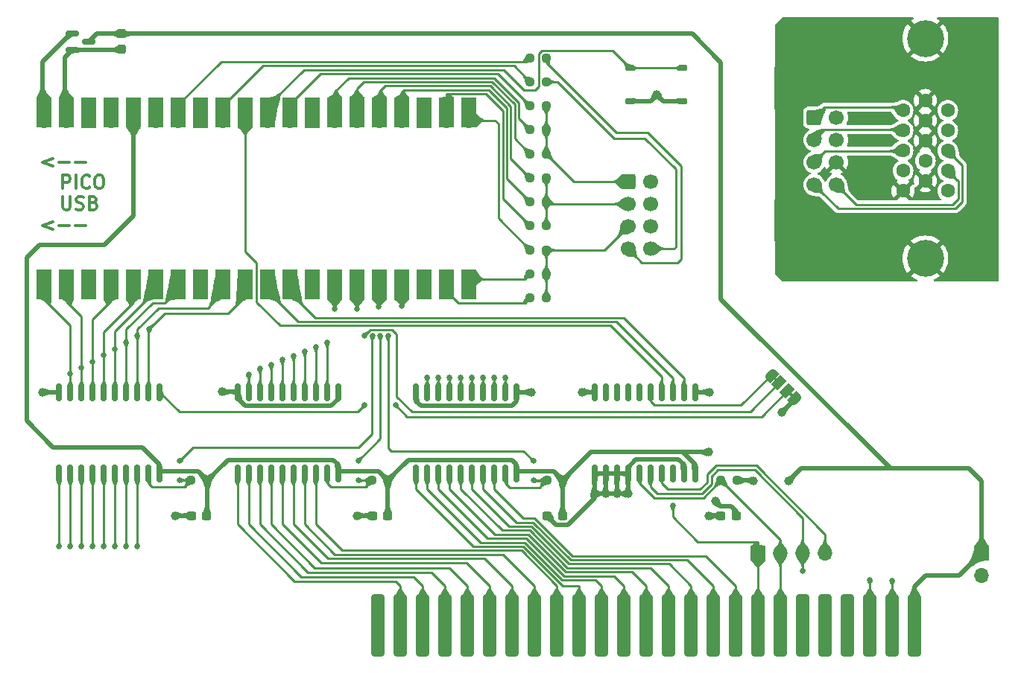
<source format=gbr>
%TF.GenerationSoftware,KiCad,Pcbnew,7.0.10-1.fc39*%
%TF.CreationDate,2024-01-28T21:12:04+02:00*%
%TF.ProjectId,AppleVGA,4170706c-6556-4474-912e-6b696361645f,B*%
%TF.SameCoordinates,Original*%
%TF.FileFunction,Copper,L1,Top*%
%TF.FilePolarity,Positive*%
%FSLAX46Y46*%
G04 Gerber Fmt 4.6, Leading zero omitted, Abs format (unit mm)*
G04 Created by KiCad (PCBNEW 7.0.10-1.fc39) date 2024-01-28 21:12:04*
%MOMM*%
%LPD*%
G01*
G04 APERTURE LIST*
G04 Aperture macros list*
%AMRoundRect*
0 Rectangle with rounded corners*
0 $1 Rounding radius*
0 $2 $3 $4 $5 $6 $7 $8 $9 X,Y pos of 4 corners*
0 Add a 4 corners polygon primitive as box body*
4,1,4,$2,$3,$4,$5,$6,$7,$8,$9,$2,$3,0*
0 Add four circle primitives for the rounded corners*
1,1,$1+$1,$2,$3*
1,1,$1+$1,$4,$5*
1,1,$1+$1,$6,$7*
1,1,$1+$1,$8,$9*
0 Add four rect primitives between the rounded corners*
20,1,$1+$1,$2,$3,$4,$5,0*
20,1,$1+$1,$4,$5,$6,$7,0*
20,1,$1+$1,$6,$7,$8,$9,0*
20,1,$1+$1,$8,$9,$2,$3,0*%
%AMRotRect*
0 Rectangle, with rotation*
0 The origin of the aperture is its center*
0 $1 length*
0 $2 width*
0 $3 Rotation angle, in degrees counterclockwise*
0 Add horizontal line*
21,1,$1,$2,0,0,$3*%
%AMFreePoly0*
4,1,19,0.550000,-0.750000,0.000000,-0.750000,0.000000,-0.744912,-0.071157,-0.744911,-0.207708,-0.704816,-0.327430,-0.627875,-0.420627,-0.520320,-0.479746,-0.390866,-0.500000,-0.250000,-0.500000,0.250000,-0.479746,0.390866,-0.420627,0.520320,-0.327430,0.627875,-0.207708,0.704816,-0.071157,0.744911,0.000000,0.744912,0.000000,0.750000,0.550000,0.750000,0.550000,-0.750000,0.550000,-0.750000,
$1*%
%AMFreePoly1*
4,1,19,0.000000,0.744912,0.071157,0.744911,0.207708,0.704816,0.327430,0.627875,0.420627,0.520320,0.479746,0.390866,0.500000,0.250000,0.500000,-0.250000,0.479746,-0.390866,0.420627,-0.520320,0.327430,-0.627875,0.207708,-0.704816,0.071157,-0.744911,0.000000,-0.744912,0.000000,-0.750000,-0.550000,-0.750000,-0.550000,0.750000,0.000000,0.750000,0.000000,0.744912,0.000000,0.744912,
$1*%
G04 Aperture macros list end*
%ADD10C,0.300000*%
%TA.AperFunction,NonConductor*%
%ADD11C,0.300000*%
%TD*%
%TA.AperFunction,EtchedComponent*%
%ADD12C,0.100000*%
%TD*%
%TA.AperFunction,SMDPad,CuDef*%
%ADD13FreePoly0,315.000000*%
%TD*%
%TA.AperFunction,SMDPad,CuDef*%
%ADD14RotRect,1.000000X1.500000X315.000000*%
%TD*%
%TA.AperFunction,SMDPad,CuDef*%
%ADD15FreePoly1,315.000000*%
%TD*%
%TA.AperFunction,ComponentPad*%
%ADD16C,4.200000*%
%TD*%
%TA.AperFunction,ComponentPad*%
%ADD17C,1.600000*%
%TD*%
%TA.AperFunction,ComponentPad*%
%ADD18RoundRect,0.250000X-0.600000X-0.600000X0.600000X-0.600000X0.600000X0.600000X-0.600000X0.600000X0*%
%TD*%
%TA.AperFunction,ComponentPad*%
%ADD19C,1.700000*%
%TD*%
%TA.AperFunction,ConnectorPad*%
%ADD20RoundRect,0.381000X0.381000X3.175000X-0.381000X3.175000X-0.381000X-3.175000X0.381000X-3.175000X0*%
%TD*%
%TA.AperFunction,SMDPad,CuDef*%
%ADD21RoundRect,0.237500X-0.250000X-0.237500X0.250000X-0.237500X0.250000X0.237500X-0.250000X0.237500X0*%
%TD*%
%TA.AperFunction,ComponentPad*%
%ADD22O,1.700000X1.700000*%
%TD*%
%TA.AperFunction,SMDPad,CuDef*%
%ADD23R,1.700000X3.500000*%
%TD*%
%TA.AperFunction,ComponentPad*%
%ADD24R,1.700000X1.700000*%
%TD*%
%TA.AperFunction,SMDPad,CuDef*%
%ADD25RoundRect,0.237500X0.237500X-0.287500X0.237500X0.287500X-0.237500X0.287500X-0.237500X-0.287500X0*%
%TD*%
%TA.AperFunction,SMDPad,CuDef*%
%ADD26RoundRect,0.187500X-0.312500X-0.187500X0.312500X-0.187500X0.312500X0.187500X-0.312500X0.187500X0*%
%TD*%
%TA.AperFunction,SMDPad,CuDef*%
%ADD27RoundRect,0.150000X-0.150000X0.875000X-0.150000X-0.875000X0.150000X-0.875000X0.150000X0.875000X0*%
%TD*%
%TA.AperFunction,SMDPad,CuDef*%
%ADD28RoundRect,0.237500X0.300000X0.237500X-0.300000X0.237500X-0.300000X-0.237500X0.300000X-0.237500X0*%
%TD*%
%TA.AperFunction,SMDPad,CuDef*%
%ADD29RoundRect,0.237500X0.250000X0.237500X-0.250000X0.237500X-0.250000X-0.237500X0.250000X-0.237500X0*%
%TD*%
%TA.AperFunction,SMDPad,CuDef*%
%ADD30RoundRect,0.150000X-0.587500X-0.150000X0.587500X-0.150000X0.587500X0.150000X-0.587500X0.150000X0*%
%TD*%
%TA.AperFunction,ViaPad*%
%ADD31C,1.000000*%
%TD*%
%TA.AperFunction,ViaPad*%
%ADD32C,0.650000*%
%TD*%
%TA.AperFunction,Conductor*%
%ADD33C,0.500000*%
%TD*%
%TA.AperFunction,Conductor*%
%ADD34C,0.228600*%
%TD*%
G04 APERTURE END LIST*
D10*
D11*
X84958568Y-83376828D02*
X83815710Y-83805400D01*
X83815710Y-83805400D02*
X84958568Y-84233971D01*
X85672853Y-83805400D02*
X86815711Y-83805400D01*
X87529996Y-83805400D02*
X88672854Y-83805400D01*
X86101424Y-86791828D02*
X86101424Y-85291828D01*
X86101424Y-85291828D02*
X86672853Y-85291828D01*
X86672853Y-85291828D02*
X86815710Y-85363257D01*
X86815710Y-85363257D02*
X86887139Y-85434685D01*
X86887139Y-85434685D02*
X86958567Y-85577542D01*
X86958567Y-85577542D02*
X86958567Y-85791828D01*
X86958567Y-85791828D02*
X86887139Y-85934685D01*
X86887139Y-85934685D02*
X86815710Y-86006114D01*
X86815710Y-86006114D02*
X86672853Y-86077542D01*
X86672853Y-86077542D02*
X86101424Y-86077542D01*
X87601424Y-86791828D02*
X87601424Y-85291828D01*
X89172853Y-86648971D02*
X89101425Y-86720400D01*
X89101425Y-86720400D02*
X88887139Y-86791828D01*
X88887139Y-86791828D02*
X88744282Y-86791828D01*
X88744282Y-86791828D02*
X88529996Y-86720400D01*
X88529996Y-86720400D02*
X88387139Y-86577542D01*
X88387139Y-86577542D02*
X88315710Y-86434685D01*
X88315710Y-86434685D02*
X88244282Y-86148971D01*
X88244282Y-86148971D02*
X88244282Y-85934685D01*
X88244282Y-85934685D02*
X88315710Y-85648971D01*
X88315710Y-85648971D02*
X88387139Y-85506114D01*
X88387139Y-85506114D02*
X88529996Y-85363257D01*
X88529996Y-85363257D02*
X88744282Y-85291828D01*
X88744282Y-85291828D02*
X88887139Y-85291828D01*
X88887139Y-85291828D02*
X89101425Y-85363257D01*
X89101425Y-85363257D02*
X89172853Y-85434685D01*
X90101425Y-85291828D02*
X90387139Y-85291828D01*
X90387139Y-85291828D02*
X90529996Y-85363257D01*
X90529996Y-85363257D02*
X90672853Y-85506114D01*
X90672853Y-85506114D02*
X90744282Y-85791828D01*
X90744282Y-85791828D02*
X90744282Y-86291828D01*
X90744282Y-86291828D02*
X90672853Y-86577542D01*
X90672853Y-86577542D02*
X90529996Y-86720400D01*
X90529996Y-86720400D02*
X90387139Y-86791828D01*
X90387139Y-86791828D02*
X90101425Y-86791828D01*
X90101425Y-86791828D02*
X89958568Y-86720400D01*
X89958568Y-86720400D02*
X89815710Y-86577542D01*
X89815710Y-86577542D02*
X89744282Y-86291828D01*
X89744282Y-86291828D02*
X89744282Y-85791828D01*
X89744282Y-85791828D02*
X89815710Y-85506114D01*
X89815710Y-85506114D02*
X89958568Y-85363257D01*
X89958568Y-85363257D02*
X90101425Y-85291828D01*
X86101424Y-87706828D02*
X86101424Y-88921114D01*
X86101424Y-88921114D02*
X86172853Y-89063971D01*
X86172853Y-89063971D02*
X86244282Y-89135400D01*
X86244282Y-89135400D02*
X86387139Y-89206828D01*
X86387139Y-89206828D02*
X86672853Y-89206828D01*
X86672853Y-89206828D02*
X86815710Y-89135400D01*
X86815710Y-89135400D02*
X86887139Y-89063971D01*
X86887139Y-89063971D02*
X86958567Y-88921114D01*
X86958567Y-88921114D02*
X86958567Y-87706828D01*
X87601425Y-89135400D02*
X87815711Y-89206828D01*
X87815711Y-89206828D02*
X88172853Y-89206828D01*
X88172853Y-89206828D02*
X88315711Y-89135400D01*
X88315711Y-89135400D02*
X88387139Y-89063971D01*
X88387139Y-89063971D02*
X88458568Y-88921114D01*
X88458568Y-88921114D02*
X88458568Y-88778257D01*
X88458568Y-88778257D02*
X88387139Y-88635400D01*
X88387139Y-88635400D02*
X88315711Y-88563971D01*
X88315711Y-88563971D02*
X88172853Y-88492542D01*
X88172853Y-88492542D02*
X87887139Y-88421114D01*
X87887139Y-88421114D02*
X87744282Y-88349685D01*
X87744282Y-88349685D02*
X87672853Y-88278257D01*
X87672853Y-88278257D02*
X87601425Y-88135400D01*
X87601425Y-88135400D02*
X87601425Y-87992542D01*
X87601425Y-87992542D02*
X87672853Y-87849685D01*
X87672853Y-87849685D02*
X87744282Y-87778257D01*
X87744282Y-87778257D02*
X87887139Y-87706828D01*
X87887139Y-87706828D02*
X88244282Y-87706828D01*
X88244282Y-87706828D02*
X88458568Y-87778257D01*
X89601424Y-88421114D02*
X89815710Y-88492542D01*
X89815710Y-88492542D02*
X89887139Y-88563971D01*
X89887139Y-88563971D02*
X89958567Y-88706828D01*
X89958567Y-88706828D02*
X89958567Y-88921114D01*
X89958567Y-88921114D02*
X89887139Y-89063971D01*
X89887139Y-89063971D02*
X89815710Y-89135400D01*
X89815710Y-89135400D02*
X89672853Y-89206828D01*
X89672853Y-89206828D02*
X89101424Y-89206828D01*
X89101424Y-89206828D02*
X89101424Y-87706828D01*
X89101424Y-87706828D02*
X89601424Y-87706828D01*
X89601424Y-87706828D02*
X89744282Y-87778257D01*
X89744282Y-87778257D02*
X89815710Y-87849685D01*
X89815710Y-87849685D02*
X89887139Y-87992542D01*
X89887139Y-87992542D02*
X89887139Y-88135400D01*
X89887139Y-88135400D02*
X89815710Y-88278257D01*
X89815710Y-88278257D02*
X89744282Y-88349685D01*
X89744282Y-88349685D02*
X89601424Y-88421114D01*
X89601424Y-88421114D02*
X89101424Y-88421114D01*
X84958568Y-90621828D02*
X83815710Y-91050400D01*
X83815710Y-91050400D02*
X84958568Y-91478971D01*
X85672853Y-91050400D02*
X86815711Y-91050400D01*
X87529996Y-91050400D02*
X88672854Y-91050400D01*
D12*
%TO.C,JP1*%
X166948785Y-108196780D02*
X167307995Y-108555990D01*
X167307995Y-108555990D02*
X167128390Y-108735595D01*
X167128390Y-108735595D02*
X166769180Y-108376385D01*
X166769180Y-108376385D02*
X166948785Y-108196780D01*
G36*
X166948785Y-108196780D02*
G01*
X167307995Y-108555990D01*
X167128390Y-108735595D01*
X166769180Y-108376385D01*
X166948785Y-108196780D01*
G37*
X168744836Y-109992831D02*
X169104046Y-110352041D01*
X169104046Y-110352041D02*
X168924441Y-110531646D01*
X168924441Y-110531646D02*
X168565231Y-110172436D01*
X168565231Y-110172436D02*
X168744836Y-109992831D01*
G36*
X168744836Y-109992831D02*
G01*
X169104046Y-110352041D01*
X168924441Y-110531646D01*
X168565231Y-110172436D01*
X168744836Y-109992831D01*
G37*
%TD*%
D13*
%TO.P,JP1,1,Pin_1*%
%TO.N,Net-(JP1-Pin_1)*%
X166568361Y-107995961D03*
D14*
%TO.P,JP1,2,Pin_2*%
%TO.N,Net-(JP1-Pin_2)*%
X167487600Y-108915200D03*
%TO.P,JP1,3,Pin_3*%
%TO.N,Net-(JP1-Pin_3)*%
X168406839Y-109834439D03*
D15*
%TO.P,JP1,4,Pin_4*%
%TO.N,GND*%
X169326078Y-110753678D03*
%TD*%
D16*
%TO.P,J4,0*%
%TO.N,GND1*%
X184099200Y-94748400D03*
X184099200Y-69748400D03*
D17*
%TO.P,J4,1*%
%TO.N,R*%
X181559200Y-77930400D03*
%TO.P,J4,2*%
%TO.N,G*%
X181559200Y-80216400D03*
%TO.P,J4,3*%
%TO.N,B*%
X181559200Y-82502400D03*
%TO.P,J4,4*%
%TO.N,unconnected-(J4-Pad4)*%
X181559200Y-84788400D03*
%TO.P,J4,5*%
%TO.N,GND1*%
X181559200Y-87074400D03*
%TO.P,J4,6*%
X184099200Y-76787400D03*
%TO.P,J4,7*%
X184099200Y-79073400D03*
%TO.P,J4,8*%
X184099200Y-81359400D03*
%TO.P,J4,9*%
%TO.N,unconnected-(J4-Pad9)*%
X184099200Y-83645400D03*
%TO.P,J4,10*%
%TO.N,GND1*%
X184099200Y-85931400D03*
%TO.P,J4,11*%
%TO.N,unconnected-(J4-Pad11)*%
X186639200Y-77930400D03*
%TO.P,J4,12*%
%TO.N,unconnected-(J4-Pad12)*%
X186639200Y-80216400D03*
%TO.P,J4,13*%
%TO.N,HSYNC*%
X186639200Y-82502400D03*
%TO.P,J4,14*%
%TO.N,VSYNC*%
X186639200Y-84788400D03*
%TO.P,J4,15*%
%TO.N,unconnected-(J4-Pad15)*%
X186639200Y-87074400D03*
%TD*%
D18*
%TO.P,J3,1,Pin_1*%
%TO.N,R*%
X171450000Y-78740000D03*
D19*
%TO.P,J3,2,Pin_2*%
%TO.N,GND1*%
X173990000Y-78740000D03*
%TO.P,J3,3,Pin_3*%
%TO.N,G*%
X171450000Y-81280000D03*
%TO.P,J3,4,Pin_4*%
%TO.N,GND1*%
X173990000Y-81280000D03*
%TO.P,J3,5,Pin_5*%
%TO.N,B*%
X171450000Y-83820000D03*
%TO.P,J3,6,Pin_6*%
%TO.N,GND1*%
X173990000Y-83820000D03*
%TO.P,J3,7,Pin_7*%
%TO.N,HSYNC*%
X171450000Y-86360000D03*
%TO.P,J3,8,Pin_8*%
%TO.N,VSYNC*%
X173990000Y-86360000D03*
%TD*%
D20*
%TO.P,J1,1,Pin_1*%
%TO.N,unconnected-(J1-Pin_1-Pad1)*%
X121920000Y-136525000D03*
%TO.P,J1,2,Pin_2*%
%TO.N,/A0*%
X124460000Y-136525000D03*
%TO.P,J1,3,Pin_3*%
%TO.N,/A1*%
X127000000Y-136525000D03*
%TO.P,J1,4,Pin_4*%
%TO.N,/A2*%
X129540000Y-136525000D03*
%TO.P,J1,5,Pin_5*%
%TO.N,/A3*%
X132080000Y-136525000D03*
%TO.P,J1,6,Pin_6*%
%TO.N,/A4*%
X134620000Y-136525000D03*
%TO.P,J1,7,Pin_7*%
%TO.N,/A5*%
X137160000Y-136525000D03*
%TO.P,J1,8,Pin_8*%
%TO.N,/A6*%
X139700000Y-136525000D03*
%TO.P,J1,9,Pin_9*%
%TO.N,/A7*%
X142240000Y-136525000D03*
%TO.P,J1,10,Pin_10*%
%TO.N,/A8*%
X144780000Y-136525000D03*
%TO.P,J1,11,Pin_11*%
%TO.N,/A9*%
X147320000Y-136525000D03*
%TO.P,J1,12,Pin_12*%
%TO.N,/A10*%
X149860000Y-136525000D03*
%TO.P,J1,13,Pin_13*%
%TO.N,/A11*%
X152400000Y-136525000D03*
%TO.P,J1,14,Pin_14*%
%TO.N,/A12*%
X154940000Y-136525000D03*
%TO.P,J1,15,Pin_15*%
%TO.N,/A13*%
X157480000Y-136525000D03*
%TO.P,J1,16,Pin_16*%
%TO.N,/A14*%
X160020000Y-136525000D03*
%TO.P,J1,17,Pin_17*%
%TO.N,/A15*%
X162560000Y-136525000D03*
%TO.P,J1,18,Pin_18*%
%TO.N,R~{W}*%
X165100000Y-136525000D03*
%TO.P,J1,19,Pin_19*%
%TO.N,SYNC*%
X167640000Y-136525000D03*
%TO.P,J1,20,Pin_20*%
%TO.N,unconnected-(J1-Pin_20-Pad20)*%
X170180000Y-136525000D03*
%TO.P,J1,21,Pin_21*%
%TO.N,unconnected-(J1-Pin_21-Pad21)*%
X172720000Y-136525000D03*
%TO.P,J1,22,Pin_22*%
%TO.N,unconnected-(J1-Pin_22-Pad22)*%
X175260000Y-136525000D03*
%TO.P,J1,23,Pin_23*%
%TO.N,~{INTPASS}*%
X177800000Y-136525000D03*
%TO.P,J1,24,Pin_24*%
%TO.N,~{DMAPASS}*%
X180340000Y-136525000D03*
%TO.P,J1,25,Pin_25*%
%TO.N,+5V*%
X182880000Y-136525000D03*
%TD*%
D21*
%TO.P,R6,1*%
%TO.N,Net-(U6-GPIO20)*%
X139192000Y-82867500D03*
%TO.P,R6,2*%
%TO.N,VGA_R*%
X141017000Y-82867500D03*
%TD*%
%TO.P,R7,1*%
%TO.N,Net-(U6-GPIO19)*%
X139192000Y-85598000D03*
%TO.P,R7,2*%
%TO.N,VGA_G*%
X141017000Y-85598000D03*
%TD*%
%TO.P,R14,1*%
%TO.N,Net-(U6-GPIO27_ADC1)*%
X139192000Y-74676000D03*
%TO.P,R14,2*%
%TO.N,VGA_VSYNC*%
X141017000Y-74676000D03*
%TD*%
%TO.P,R13,1*%
%TO.N,Net-(U6-GPIO28_ADC2)*%
X139192000Y-71945500D03*
%TO.P,R13,2*%
%TO.N,VGA_HSYNC*%
X141017000Y-71945500D03*
%TD*%
%TO.P,R11,1*%
%TO.N,Net-(U6-GPIO15)*%
X139192000Y-96520000D03*
%TO.P,R11,2*%
%TO.N,VGA_B*%
X141017000Y-96520000D03*
%TD*%
%TO.P,R12,1*%
%TO.N,Net-(U6-GPIO14)*%
X139192000Y-99250500D03*
%TO.P,R12,2*%
%TO.N,VGA_B*%
X141017000Y-99250500D03*
%TD*%
%TO.P,R10,1*%
%TO.N,Net-(U6-GPIO16)*%
X139192000Y-93789500D03*
%TO.P,R10,2*%
%TO.N,VGA_B*%
X141017000Y-93789500D03*
%TD*%
%TO.P,R8,1*%
%TO.N,Net-(U6-GPIO18)*%
X139192000Y-88328500D03*
%TO.P,R8,2*%
%TO.N,VGA_G*%
X141017000Y-88328500D03*
%TD*%
%TO.P,R9,1*%
%TO.N,Net-(U6-GPIO17)*%
X139192000Y-91059000D03*
%TO.P,R9,2*%
%TO.N,VGA_G*%
X141017000Y-91059000D03*
%TD*%
D22*
%TO.P,U6,1,GPIO0*%
%TO.N,/DA0*%
X83972400Y-96824800D03*
D23*
X83972400Y-97724800D03*
D22*
%TO.P,U6,2,GPIO1*%
%TO.N,/DA1*%
X86512400Y-96824800D03*
D23*
X86512400Y-97724800D03*
D24*
%TO.P,U6,3,GND*%
%TO.N,GND*%
X89052400Y-96824800D03*
D23*
X89052400Y-97724800D03*
D22*
%TO.P,U6,4,GPIO2*%
%TO.N,/DA2*%
X91592400Y-96824800D03*
D23*
X91592400Y-97724800D03*
D22*
%TO.P,U6,5,GPIO3*%
%TO.N,/DA3*%
X94132400Y-96824800D03*
D23*
X94132400Y-97724800D03*
D22*
%TO.P,U6,6,GPIO4*%
%TO.N,/DA4*%
X96672400Y-96824800D03*
D23*
X96672400Y-97724800D03*
D22*
%TO.P,U6,7,GPIO5*%
%TO.N,/DA5*%
X99212400Y-96824800D03*
D23*
X99212400Y-97724800D03*
D24*
%TO.P,U6,8,GND*%
%TO.N,GND*%
X101752400Y-96824800D03*
D23*
X101752400Y-97724800D03*
D22*
%TO.P,U6,9,GPIO6*%
%TO.N,/DA6*%
X104292400Y-96824800D03*
D23*
X104292400Y-97724800D03*
D22*
%TO.P,U6,10,GPIO7*%
%TO.N,/DA7*%
X106832400Y-96824800D03*
D23*
X106832400Y-97724800D03*
D22*
%TO.P,U6,11,GPIO8*%
%TO.N,Net-(U4-A1)*%
X109372400Y-96824800D03*
D23*
X109372400Y-97724800D03*
D22*
%TO.P,U6,12,GPIO9*%
%TO.N,Net-(U4-A0)*%
X111912400Y-96824800D03*
D23*
X111912400Y-97724800D03*
D24*
%TO.P,U6,13,GND*%
%TO.N,GND*%
X114452400Y-96824800D03*
D23*
X114452400Y-97724800D03*
D22*
%TO.P,U6,14,GPIO10*%
%TO.N,Net-(JP1-Pin_2)*%
X116992400Y-96824800D03*
D23*
X116992400Y-97724800D03*
D22*
%TO.P,U6,15,GPIO11*%
%TO.N,Net-(U3-CE)*%
X119532400Y-96824800D03*
D23*
X119532400Y-97724800D03*
D22*
%TO.P,U6,16,GPIO12*%
%TO.N,Net-(U2-CE)*%
X122072400Y-96824800D03*
D23*
X122072400Y-97724800D03*
D22*
%TO.P,U6,17,GPIO13*%
%TO.N,Net-(U1-CE)*%
X124612400Y-96824800D03*
D23*
X124612400Y-97724800D03*
D24*
%TO.P,U6,18,GND*%
%TO.N,GND*%
X127152400Y-96824800D03*
D23*
X127152400Y-97724800D03*
D22*
%TO.P,U6,19,GPIO14*%
%TO.N,Net-(U6-GPIO14)*%
X129692400Y-96824800D03*
D23*
X129692400Y-97724800D03*
D22*
%TO.P,U6,20,GPIO15*%
%TO.N,Net-(U6-GPIO15)*%
X132232400Y-96824800D03*
D23*
X132232400Y-97724800D03*
D22*
%TO.P,U6,21,GPIO16*%
%TO.N,Net-(U6-GPIO16)*%
X132232400Y-79044800D03*
D23*
X132232400Y-78144800D03*
D22*
%TO.P,U6,22,GPIO17*%
%TO.N,Net-(U6-GPIO17)*%
X129692400Y-79044800D03*
D23*
X129692400Y-78144800D03*
D24*
%TO.P,U6,23,GND*%
%TO.N,GND*%
X127152400Y-79044800D03*
D23*
X127152400Y-78144800D03*
D22*
%TO.P,U6,24,GPIO18*%
%TO.N,Net-(U6-GPIO18)*%
X124612400Y-79044800D03*
D23*
X124612400Y-78144800D03*
D22*
%TO.P,U6,25,GPIO19*%
%TO.N,Net-(U6-GPIO19)*%
X122072400Y-79044800D03*
D23*
X122072400Y-78144800D03*
D22*
%TO.P,U6,26,GPIO20*%
%TO.N,Net-(U6-GPIO20)*%
X119532400Y-79044800D03*
D23*
X119532400Y-78144800D03*
D22*
%TO.P,U6,27,GPIO21*%
%TO.N,Net-(U6-GPIO21)*%
X116992400Y-79044800D03*
D23*
X116992400Y-78144800D03*
D24*
%TO.P,U6,28,GND*%
%TO.N,GND*%
X114452400Y-79044800D03*
D23*
X114452400Y-78144800D03*
D22*
%TO.P,U6,29,GPIO22*%
%TO.N,Net-(U6-GPIO22)*%
X111912400Y-79044800D03*
D23*
X111912400Y-78144800D03*
D22*
%TO.P,U6,30,RUN*%
%TO.N,RUN*%
X109372400Y-79044800D03*
D23*
X109372400Y-78144800D03*
D22*
%TO.P,U6,31,GPIO26_ADC0*%
%TO.N,PHI0_3.3*%
X106832400Y-79044800D03*
D23*
X106832400Y-78144800D03*
D22*
%TO.P,U6,32,GPIO27_ADC1*%
%TO.N,Net-(U6-GPIO27_ADC1)*%
X104292400Y-79044800D03*
D23*
X104292400Y-78144800D03*
D24*
%TO.P,U6,33,AGND*%
%TO.N,GND*%
X101752400Y-79044800D03*
D23*
X101752400Y-78144800D03*
D22*
%TO.P,U6,34,GPIO28_ADC2*%
%TO.N,Net-(U6-GPIO28_ADC2)*%
X99212400Y-79044800D03*
D23*
X99212400Y-78144800D03*
D22*
%TO.P,U6,35,ADC_VREF*%
%TO.N,unconnected-(U6-ADC_VREF-Pad35)*%
X96672400Y-79044800D03*
D23*
X96672400Y-78144800D03*
D22*
%TO.P,U6,36,3V3*%
%TO.N,+3.3V*%
X94132400Y-79044800D03*
D23*
X94132400Y-78144800D03*
D22*
%TO.P,U6,37,3V3_EN*%
%TO.N,unconnected-(U6-3V3_EN-Pad37)*%
X91592400Y-79044800D03*
D23*
X91592400Y-78144800D03*
D24*
%TO.P,U6,38,GND*%
%TO.N,GND*%
X89052400Y-79044800D03*
D23*
X89052400Y-78144800D03*
D22*
%TO.P,U6,39,VSYS*%
%TO.N,/VSYS*%
X86512400Y-79044800D03*
D23*
X86512400Y-78144800D03*
D22*
%TO.P,U6,40,VBUS*%
%TO.N,/VBUS*%
X83972400Y-79044800D03*
D23*
X83972400Y-78144800D03*
%TD*%
D25*
%TO.P,D1,1,K*%
%TO.N,/VSYS*%
X92760085Y-70956500D03*
%TO.P,D1,2,A*%
%TO.N,+5V*%
X92760085Y-69206500D03*
%TD*%
D26*
%TO.P,SW1,1,1*%
%TO.N,RUN*%
X150514800Y-73090800D03*
X156514800Y-73090800D03*
%TO.P,SW1,2,2*%
%TO.N,GND*%
X150514800Y-76840800D03*
X156514800Y-76840800D03*
%TD*%
D27*
%TO.P,U1,1,A->B*%
%TO.N,GND*%
X137668000Y-109954800D03*
%TO.P,U1,2,A0*%
%TO.N,/DA7*%
X136398000Y-109954800D03*
%TO.P,U1,3,A1*%
%TO.N,/DA6*%
X135128000Y-109954800D03*
%TO.P,U1,4,A2*%
%TO.N,/DA5*%
X133858000Y-109954800D03*
%TO.P,U1,5,A3*%
%TO.N,/DA4*%
X132588000Y-109954800D03*
%TO.P,U1,6,A4*%
%TO.N,/DA3*%
X131318000Y-109954800D03*
%TO.P,U1,7,A5*%
%TO.N,/DA2*%
X130048000Y-109954800D03*
%TO.P,U1,8,A6*%
%TO.N,/DA1*%
X128778000Y-109954800D03*
%TO.P,U1,9,A7*%
%TO.N,/DA0*%
X127508000Y-109954800D03*
%TO.P,U1,10,GND*%
%TO.N,GND*%
X126238000Y-109954800D03*
%TO.P,U1,11,B7*%
%TO.N,/A8*%
X126238000Y-119254800D03*
%TO.P,U1,12,B6*%
%TO.N,/A9*%
X127508000Y-119254800D03*
%TO.P,U1,13,B5*%
%TO.N,/A10*%
X128778000Y-119254800D03*
%TO.P,U1,14,B4*%
%TO.N,/A11*%
X130048000Y-119254800D03*
%TO.P,U1,15,B3*%
%TO.N,/A12*%
X131318000Y-119254800D03*
%TO.P,U1,16,B2*%
%TO.N,/A13*%
X132588000Y-119254800D03*
%TO.P,U1,17,B1*%
%TO.N,/A14*%
X133858000Y-119254800D03*
%TO.P,U1,18,B0*%
%TO.N,/A15*%
X135128000Y-119254800D03*
%TO.P,U1,19,CE*%
%TO.N,Net-(U1-CE)*%
X136398000Y-119254800D03*
%TO.P,U1,20,VCC*%
%TO.N,+3.3V*%
X137668000Y-119254800D03*
%TD*%
%TO.P,U3,1,A->B*%
%TO.N,Net-(JP1-Pin_3)*%
X97129600Y-109954800D03*
%TO.P,U3,2,A0*%
%TO.N,/DA7*%
X95859600Y-109954800D03*
%TO.P,U3,3,A1*%
%TO.N,/DA6*%
X94589600Y-109954800D03*
%TO.P,U3,4,A2*%
%TO.N,/DA5*%
X93319600Y-109954800D03*
%TO.P,U3,5,A3*%
%TO.N,/DA4*%
X92049600Y-109954800D03*
%TO.P,U3,6,A4*%
%TO.N,/DA3*%
X90779600Y-109954800D03*
%TO.P,U3,7,A5*%
%TO.N,/DA2*%
X89509600Y-109954800D03*
%TO.P,U3,8,A6*%
%TO.N,/DA1*%
X88239600Y-109954800D03*
%TO.P,U3,9,A7*%
%TO.N,/DA0*%
X86969600Y-109954800D03*
%TO.P,U3,10,GND*%
%TO.N,GND*%
X85699600Y-109954800D03*
%TO.P,U3,11,B7*%
%TO.N,/D0*%
X85699600Y-119254800D03*
%TO.P,U3,12,B6*%
%TO.N,/D1*%
X86969600Y-119254800D03*
%TO.P,U3,13,B5*%
%TO.N,/D2*%
X88239600Y-119254800D03*
%TO.P,U3,14,B4*%
%TO.N,/D3*%
X89509600Y-119254800D03*
%TO.P,U3,15,B3*%
%TO.N,/D4*%
X90779600Y-119254800D03*
%TO.P,U3,16,B2*%
%TO.N,/D5*%
X92049600Y-119254800D03*
%TO.P,U3,17,B1*%
%TO.N,/D6*%
X93319600Y-119254800D03*
%TO.P,U3,18,B0*%
%TO.N,/D7*%
X94589600Y-119254800D03*
%TO.P,U3,19,CE*%
%TO.N,Net-(U3-CE)*%
X95859600Y-119254800D03*
%TO.P,U3,20,VCC*%
%TO.N,+3.3V*%
X97129600Y-119254800D03*
%TD*%
%TO.P,U2,1,A->B*%
%TO.N,GND*%
X117398800Y-109954800D03*
%TO.P,U2,2,A0*%
%TO.N,/DA7*%
X116128800Y-109954800D03*
%TO.P,U2,3,A1*%
%TO.N,/DA6*%
X114858800Y-109954800D03*
%TO.P,U2,4,A2*%
%TO.N,/DA5*%
X113588800Y-109954800D03*
%TO.P,U2,5,A3*%
%TO.N,/DA4*%
X112318800Y-109954800D03*
%TO.P,U2,6,A4*%
%TO.N,/DA3*%
X111048800Y-109954800D03*
%TO.P,U2,7,A5*%
%TO.N,/DA2*%
X109778800Y-109954800D03*
%TO.P,U2,8,A6*%
%TO.N,/DA1*%
X108508800Y-109954800D03*
%TO.P,U2,9,A7*%
%TO.N,/DA0*%
X107238800Y-109954800D03*
%TO.P,U2,10,GND*%
%TO.N,GND*%
X105968800Y-109954800D03*
%TO.P,U2,11,B7*%
%TO.N,/A0*%
X105968800Y-119254800D03*
%TO.P,U2,12,B6*%
%TO.N,/A1*%
X107238800Y-119254800D03*
%TO.P,U2,13,B5*%
%TO.N,/A2*%
X108508800Y-119254800D03*
%TO.P,U2,14,B4*%
%TO.N,/A3*%
X109778800Y-119254800D03*
%TO.P,U2,15,B3*%
%TO.N,/A4*%
X111048800Y-119254800D03*
%TO.P,U2,16,B2*%
%TO.N,/A5*%
X112318800Y-119254800D03*
%TO.P,U2,17,B1*%
%TO.N,/A6*%
X113588800Y-119254800D03*
%TO.P,U2,18,B0*%
%TO.N,/A7*%
X114858800Y-119254800D03*
%TO.P,U2,19,CE*%
%TO.N,Net-(U2-CE)*%
X116128800Y-119254800D03*
%TO.P,U2,20,VCC*%
%TO.N,+3.3V*%
X117398800Y-119254800D03*
%TD*%
%TO.P,U4,1,A->B*%
%TO.N,GND*%
X157937200Y-109954800D03*
%TO.P,U4,2,A0*%
%TO.N,Net-(U4-A0)*%
X156667200Y-109954800D03*
%TO.P,U4,3,A1*%
%TO.N,Net-(U4-A1)*%
X155397200Y-109954800D03*
%TO.P,U4,4,A2*%
%TO.N,PHI0_3.3*%
X154127200Y-109954800D03*
%TO.P,U4,5,A3*%
%TO.N,Net-(JP1-Pin_1)*%
X152857200Y-109954800D03*
%TO.P,U4,6,A4*%
%TO.N,unconnected-(U4-A4-Pad6)*%
X151587200Y-109954800D03*
%TO.P,U4,7,A5*%
%TO.N,unconnected-(U4-A5-Pad7)*%
X150317200Y-109954800D03*
%TO.P,U4,8,A6*%
%TO.N,unconnected-(U4-A6-Pad8)*%
X149047200Y-109954800D03*
%TO.P,U4,9,A7*%
%TO.N,unconnected-(U4-A7-Pad9)*%
X147777200Y-109954800D03*
%TO.P,U4,10,GND*%
%TO.N,GND*%
X146507200Y-109954800D03*
%TO.P,U4,11,B7*%
X146507200Y-119254800D03*
%TO.P,U4,12,B6*%
X147777200Y-119254800D03*
%TO.P,U4,13,B5*%
X149047200Y-119254800D03*
%TO.P,U4,14,B4*%
X150317200Y-119254800D03*
%TO.P,U4,15,B3*%
%TO.N,SYNC*%
X151587200Y-119254800D03*
%TO.P,U4,16,B2*%
%TO.N,PHI0*%
X152857200Y-119254800D03*
%TO.P,U4,17,B1*%
%TO.N,~{DEVSEL}*%
X154127200Y-119254800D03*
%TO.P,U4,18,B0*%
%TO.N,R~{W}*%
X155397200Y-119254800D03*
%TO.P,U4,19,CE*%
%TO.N,GND*%
X156667200Y-119254800D03*
%TO.P,U4,20,VCC*%
%TO.N,+3.3V*%
X157937200Y-119254800D03*
%TD*%
D28*
%TO.P,C3,1*%
%TO.N,+3.3V*%
X102462500Y-124000000D03*
%TO.P,C3,2*%
%TO.N,GND*%
X100737500Y-124000000D03*
%TD*%
%TO.P,C1,1*%
%TO.N,+3.3V*%
X142862500Y-124000000D03*
%TO.P,C1,2*%
%TO.N,GND*%
X141137500Y-124000000D03*
%TD*%
D18*
%TO.P,J2,1,Pin_1*%
%TO.N,VGA_R*%
X150317200Y-86029800D03*
D19*
%TO.P,J2,2,Pin_2*%
%TO.N,GND*%
X152857200Y-86029800D03*
%TO.P,J2,3,Pin_3*%
%TO.N,VGA_G*%
X150317200Y-88569800D03*
%TO.P,J2,4,Pin_4*%
%TO.N,GND*%
X152857200Y-88569800D03*
%TO.P,J2,5,Pin_5*%
%TO.N,VGA_B*%
X150317200Y-91109800D03*
%TO.P,J2,6,Pin_6*%
%TO.N,GND*%
X152857200Y-91109800D03*
%TO.P,J2,7,Pin_7*%
%TO.N,VGA_HSYNC*%
X150317200Y-93649800D03*
%TO.P,J2,8,Pin_8*%
%TO.N,VGA_VSYNC*%
X152857200Y-93649800D03*
%TD*%
D21*
%TO.P,R5,1*%
%TO.N,Net-(U6-GPIO21)*%
X139192000Y-80137000D03*
%TO.P,R5,2*%
%TO.N,VGA_R*%
X141017000Y-80137000D03*
%TD*%
%TO.P,R4,1*%
%TO.N,Net-(U6-GPIO22)*%
X139192000Y-77406500D03*
%TO.P,R4,2*%
%TO.N,VGA_R*%
X141017000Y-77406500D03*
%TD*%
D29*
%TO.P,R1,1*%
%TO.N,+3.3V*%
X142912500Y-120000000D03*
%TO.P,R1,2*%
%TO.N,Net-(U1-CE)*%
X141087500Y-120000000D03*
%TD*%
%TO.P,R15,1*%
%TO.N,+5V*%
X162708600Y-120000000D03*
%TO.P,R15,2*%
%TO.N,SYNC*%
X160883600Y-120000000D03*
%TD*%
D24*
%TO.P,TP1,1,Pin_1*%
%TO.N,+5V*%
X190500000Y-128270000D03*
D22*
%TO.P,TP1,2,Pin_2*%
%TO.N,GND*%
X190500000Y-130810000D03*
%TD*%
D28*
%TO.P,C2,1*%
%TO.N,+3.3V*%
X123037600Y-124000000D03*
%TO.P,C2,2*%
%TO.N,GND*%
X121312600Y-124000000D03*
%TD*%
D30*
%TO.P,Q1,1,G*%
%TO.N,/VBUS*%
X87200500Y-69154000D03*
%TO.P,Q1,2,S*%
%TO.N,/VSYS*%
X87200500Y-71054000D03*
%TO.P,Q1,3,D*%
%TO.N,+5V*%
X89075500Y-70104000D03*
%TD*%
D24*
%TO.P,TP2,1,Pin_1*%
%TO.N,R~{W}*%
X165100000Y-128270000D03*
D22*
%TO.P,TP2,2,Pin_2*%
%TO.N,SYNC*%
X167640000Y-128270000D03*
%TO.P,TP2,3,Pin_3*%
%TO.N,PHI0*%
X170180000Y-128270000D03*
%TO.P,TP2,4,Pin_4*%
%TO.N,~{DEVSEL}*%
X172720000Y-128270000D03*
%TD*%
D29*
%TO.P,R3,1*%
%TO.N,+3.3V*%
X102512500Y-120000000D03*
%TO.P,R3,2*%
%TO.N,Net-(U3-CE)*%
X100687500Y-120000000D03*
%TD*%
D28*
%TO.P,C4,1*%
%TO.N,+3.3V*%
X162609700Y-124000000D03*
%TO.P,C4,2*%
%TO.N,GND*%
X160884700Y-124000000D03*
%TD*%
D29*
%TO.P,R2,1*%
%TO.N,+3.3V*%
X123037600Y-120000000D03*
%TO.P,R2,2*%
%TO.N,Net-(U2-CE)*%
X121212600Y-120000000D03*
%TD*%
D31*
%TO.N,+5V*%
X164592000Y-120040400D03*
X168554400Y-120091200D03*
%TO.N,GND*%
X149098000Y-121513600D03*
X146507200Y-121513600D03*
X153593800Y-76123800D03*
X139344400Y-109982000D03*
X83769200Y-109982000D03*
X98856800Y-124002800D03*
X119532400Y-124002800D03*
X104190800Y-109931200D03*
X159539200Y-109954800D03*
X150317200Y-121513600D03*
X145112000Y-109954800D03*
X159461200Y-124050400D03*
X167792400Y-112268000D03*
X147777200Y-121513600D03*
%TO.N,+3.3V*%
X159486602Y-116789200D03*
X160274000Y-122377200D03*
D32*
%TO.N,~{DMAPASS}*%
X180340000Y-131368800D03*
%TO.N,~{INTPASS}*%
X177800000Y-131318000D03*
%TO.N,/DA0*%
X107238800Y-107950000D03*
X86969600Y-107899210D03*
X127508000Y-108252802D03*
%TO.N,/DA1*%
X88239602Y-107193625D03*
X108508800Y-107282100D03*
X128778000Y-108252802D03*
%TO.N,/DA2*%
X109778800Y-106832406D03*
X89509600Y-106527600D03*
X130047998Y-108252802D03*
%TO.N,/DA3*%
X131318000Y-108252802D03*
X111048792Y-106273600D03*
X90779595Y-105767475D03*
%TO.N,/DA4*%
X112318800Y-105816394D03*
X92049600Y-105046906D03*
X132588000Y-108252802D03*
%TO.N,/DA5*%
X133857997Y-108252802D03*
X93319596Y-104292402D03*
X113588800Y-105308400D03*
%TO.N,/DA6*%
X114858800Y-104800400D03*
X94589600Y-103530384D03*
X135128000Y-108252802D03*
%TO.N,/DA7*%
X116128800Y-104292396D03*
X136398000Y-108252802D03*
X95910400Y-102768398D03*
%TO.N,PHI0*%
X170180000Y-130302000D03*
%TO.N,R~{W}*%
X155397201Y-119929400D03*
X155397201Y-122834400D03*
%TO.N,Net-(U1-CE)*%
X124637800Y-100170101D03*
X123052603Y-103530400D03*
X139598400Y-117805200D03*
X139598400Y-120000001D03*
%TO.N,Net-(U2-CE)*%
X119684800Y-120000007D03*
X119684800Y-117754400D03*
X122174000Y-103530400D03*
X122014744Y-100226229D03*
%TO.N,Net-(U3-CE)*%
X99415586Y-119989600D03*
X119557800Y-100482400D03*
X121295397Y-103530400D03*
X99415600Y-117805200D03*
%TO.N,Net-(JP1-Pin_2)*%
X117017800Y-100482396D03*
X120345200Y-103530400D03*
%TO.N,/D0*%
X85699600Y-127508000D03*
%TO.N,/D1*%
X86969600Y-127508000D03*
%TO.N,/D2*%
X88239598Y-127508000D03*
%TO.N,/D3*%
X89509600Y-127508000D03*
%TO.N,/D4*%
X90779608Y-127508000D03*
%TO.N,/D5*%
X92049600Y-127508000D03*
%TO.N,/D6*%
X93319600Y-127508000D03*
%TO.N,/D7*%
X94589596Y-127508002D03*
%TO.N,Net-(JP1-Pin_3)*%
X123901200Y-111404400D03*
X120396000Y-111455200D03*
%TO.N,GND1*%
X176560604Y-78822091D03*
X179100604Y-78822091D03*
X179100604Y-81362091D03*
X176560604Y-83902091D03*
X179100604Y-86442091D03*
X176560604Y-86442091D03*
X179100604Y-83902091D03*
X176560604Y-81362091D03*
%TD*%
D33*
%TO.N,+5V*%
X168554400Y-120091200D02*
X170027600Y-118618000D01*
X170027600Y-118618000D02*
X180136800Y-118618000D01*
X179476400Y-117957600D02*
X180136800Y-118618000D01*
X180136800Y-118618000D02*
X189026800Y-118618000D01*
X189026800Y-118618000D02*
X190500000Y-120091200D01*
X190500000Y-120091200D02*
X190500000Y-128270000D01*
X92760085Y-69206500D02*
X157649300Y-69206500D01*
X157649300Y-69206500D02*
X160883600Y-72440800D01*
X160883600Y-72440800D02*
X160883600Y-99364800D01*
X160883600Y-99364800D02*
X179476400Y-117957600D01*
X182880000Y-132080000D02*
X182880000Y-136525000D01*
X190500000Y-128270000D02*
X187960000Y-130810000D01*
X164551600Y-120000000D02*
X164592000Y-120040400D01*
X184150000Y-130810000D02*
X182880000Y-132080000D01*
X162708600Y-120000000D02*
X164551600Y-120000000D01*
X89075500Y-70104000D02*
X89999395Y-69180105D01*
X89999395Y-69180105D02*
X92760085Y-69180105D01*
X187960000Y-130810000D02*
X184150000Y-130810000D01*
%TO.N,GND*%
X159511600Y-124000000D02*
X159461200Y-124050400D01*
X150514800Y-76840800D02*
X152876800Y-76840800D01*
X143497262Y-125029800D02*
X146507200Y-122019862D01*
X150317200Y-118498906D02*
X150317200Y-119254800D01*
X106792706Y-111534600D02*
X116574894Y-111534600D01*
X105945200Y-110687094D02*
X106792706Y-111534600D01*
X147777200Y-119254800D02*
X147777200Y-121513600D01*
X159562800Y-109931200D02*
X159539200Y-109954800D01*
X145084800Y-109982000D02*
X145112000Y-109954800D01*
X126238000Y-110979799D02*
X126792801Y-111534600D01*
X142167300Y-125029800D02*
X143497262Y-125029800D01*
X157937200Y-109954800D02*
X159539200Y-109954800D01*
X149047200Y-121462800D02*
X149098000Y-121513600D01*
X126792801Y-111534600D02*
X137113199Y-111534600D01*
X160884700Y-124000000D02*
X159511600Y-124000000D01*
X154310800Y-76840800D02*
X153593800Y-76123800D01*
X156039399Y-117602000D02*
X151214106Y-117602000D01*
X137668000Y-110979799D02*
X137668000Y-109954800D01*
X169326078Y-110753678D02*
X169306722Y-110753678D01*
X126238000Y-109954800D02*
X126238000Y-110979799D01*
X156667200Y-118229801D02*
X156039399Y-117602000D01*
X152876800Y-76840800D02*
X153593800Y-76123800D01*
X85699600Y-109954800D02*
X83796400Y-109954800D01*
X137668000Y-109954800D02*
X139317200Y-109954800D01*
X105945200Y-109931200D02*
X105945200Y-110687094D01*
X146507200Y-119254800D02*
X150317200Y-119254800D01*
X137113199Y-111534600D02*
X137668000Y-110979799D01*
X104190800Y-109931200D02*
X105945200Y-109931200D01*
X100737500Y-124000000D02*
X98859600Y-124000000D01*
X141137500Y-124000000D02*
X142167300Y-125029800D01*
X83796400Y-109954800D02*
X83769200Y-109982000D01*
X146507200Y-119254800D02*
X146507200Y-121513600D01*
X146507200Y-121513600D02*
X150317200Y-121513600D01*
X156667200Y-119254800D02*
X156667200Y-118229801D01*
X169306722Y-110753678D02*
X167792400Y-112268000D01*
X156514800Y-76840800D02*
X154310800Y-76840800D01*
X151214106Y-117602000D02*
X150317200Y-118498906D01*
X116574894Y-111534600D02*
X117398800Y-110710694D01*
X117398800Y-110710694D02*
X117398800Y-109954800D01*
X146507200Y-109954800D02*
X145112000Y-109954800D01*
X150317200Y-119254800D02*
X150317200Y-121513600D01*
X119535200Y-124000000D02*
X119532400Y-124002800D01*
X98859600Y-124000000D02*
X98856800Y-124002800D01*
X146507200Y-122019862D02*
X146507200Y-121513600D01*
X149047200Y-119254800D02*
X149047200Y-121462800D01*
X139317200Y-109954800D02*
X139344400Y-109982000D01*
X121312600Y-124000000D02*
X119535200Y-124000000D01*
%TO.N,+3.3V*%
X157937200Y-118229801D02*
X156496599Y-116789200D01*
X162609700Y-124000000D02*
X162609700Y-123525000D01*
X162020700Y-122936000D02*
X160832800Y-122936000D01*
X137668000Y-119254800D02*
X137668000Y-118229801D01*
X123037600Y-120000000D02*
X123037600Y-124000000D01*
X97129600Y-118229801D02*
X95130199Y-116230400D01*
X116843999Y-117675000D02*
X104837500Y-117675000D01*
X102512500Y-123950000D02*
X102462500Y-124000000D01*
X102512500Y-120000000D02*
X102512500Y-123950000D01*
X137113199Y-117675000D02*
X125362600Y-117675000D01*
X81991200Y-113233200D02*
X81991200Y-94691200D01*
X83464400Y-93218000D02*
X90830400Y-93218000D01*
X157937200Y-119254800D02*
X157937200Y-118229801D01*
X81991200Y-94691200D02*
X83464400Y-93218000D01*
X142862500Y-120050000D02*
X142912500Y-120000000D01*
X160832800Y-122936000D02*
X160274000Y-122377200D01*
X121992401Y-118954801D02*
X117698799Y-118954801D01*
X156496599Y-116789200D02*
X159486602Y-116789200D01*
X125362600Y-117675000D02*
X123037600Y-120000000D01*
X117398800Y-118229801D02*
X116843999Y-117675000D01*
X117398800Y-119254800D02*
X117398800Y-118229801D01*
X94157800Y-89890600D02*
X94157800Y-79044800D01*
X102512500Y-120000000D02*
X101467301Y-118954801D01*
X123037600Y-120000000D02*
X121992401Y-118954801D01*
X141867301Y-118954801D02*
X137967999Y-118954801D01*
X95130199Y-116230400D02*
X84988400Y-116230400D01*
X84988400Y-116230400D02*
X81991200Y-113233200D01*
X162609700Y-123525000D02*
X162020700Y-122936000D01*
X97129600Y-119254800D02*
X97129600Y-118229801D01*
X146123300Y-116789200D02*
X142912500Y-120000000D01*
X142862500Y-124000000D02*
X142862500Y-120050000D01*
X101467301Y-118954801D02*
X97429599Y-118954801D01*
X142912500Y-120000000D02*
X141867301Y-118954801D01*
X156496599Y-116789200D02*
X146123300Y-116789200D01*
X137668000Y-118229801D02*
X137113199Y-117675000D01*
X137967999Y-118954801D02*
X137668000Y-119254800D01*
X117698799Y-118954801D02*
X117398800Y-119254800D01*
X97429599Y-118954801D02*
X97129600Y-119254800D01*
X104837500Y-117675000D02*
X102512500Y-120000000D01*
X90830400Y-93218000D02*
X94157800Y-89890600D01*
D34*
%TO.N,~{DMAPASS}*%
X180340000Y-136525000D02*
X180340000Y-131368800D01*
%TO.N,~{INTPASS}*%
X177800000Y-136525000D02*
X177800000Y-131318000D01*
%TO.N,/DA0*%
X83997800Y-96824800D02*
X83997800Y-99415600D01*
X107238800Y-109954800D02*
X107238800Y-108211500D01*
X86969600Y-102387400D02*
X86969600Y-109954800D01*
X83997800Y-99415600D02*
X86969600Y-102387400D01*
X127508000Y-109954800D02*
X127508000Y-108252802D01*
X107238800Y-108211500D02*
X107238800Y-107950000D01*
%TO.N,/DA1*%
X88239600Y-101346000D02*
X86537800Y-99644200D01*
X128778000Y-109954800D02*
X128778000Y-108139833D01*
X108508800Y-109954800D02*
X108508800Y-107282100D01*
X86537800Y-99644200D02*
X86537800Y-96824800D01*
X88239600Y-109954800D02*
X88239600Y-101346000D01*
%TO.N,/DA2*%
X130048000Y-109954800D02*
X130048000Y-108166401D01*
X91617800Y-99593400D02*
X89509600Y-101701600D01*
X89509600Y-101701600D02*
X89509600Y-109954800D01*
X91617800Y-96824800D02*
X91617800Y-99593400D01*
X130048000Y-108166401D02*
X130047998Y-108166399D01*
X109778800Y-109954800D02*
X109778800Y-106832406D01*
%TO.N,/DA3*%
X94157800Y-96824800D02*
X94157800Y-99720400D01*
X111048800Y-106324396D02*
X111048800Y-106273608D01*
X131318000Y-109954800D02*
X131318000Y-108076996D01*
X111048800Y-109954800D02*
X111048800Y-106324396D01*
X111048800Y-106273608D02*
X111048792Y-106273600D01*
X94157800Y-99720400D02*
X90779600Y-103098600D01*
X90779600Y-103098600D02*
X90779600Y-109954800D01*
%TO.N,/DA4*%
X96697800Y-98374200D02*
X92049600Y-103022400D01*
X96697800Y-96824800D02*
X96697800Y-98374200D01*
X92049600Y-103022400D02*
X92049600Y-109954800D01*
X132588000Y-109954800D02*
X132588000Y-108076992D01*
X112318800Y-109954800D02*
X112318800Y-105918006D01*
X112318800Y-105918006D02*
X112318800Y-105816394D01*
%TO.N,/DA5*%
X99237800Y-98272600D02*
X97692700Y-99817700D01*
X96321100Y-99817700D02*
X93319596Y-102819204D01*
X93319600Y-109954800D02*
X93319600Y-104292406D01*
X133858000Y-108261371D02*
X133857997Y-108261368D01*
X113588800Y-109954800D02*
X113588800Y-105308400D01*
X99237800Y-96824800D02*
X99237800Y-98272600D01*
X93319596Y-102819204D02*
X93319596Y-104292402D01*
X133858000Y-109954800D02*
X133858000Y-108261371D01*
X97692700Y-99817700D02*
X96321100Y-99817700D01*
X93319600Y-104292406D02*
X93319596Y-104292402D01*
%TO.N,/DA6*%
X96977200Y-100380800D02*
X94589600Y-102768400D01*
X94589600Y-109954800D02*
X94589600Y-103530384D01*
X104317800Y-96824800D02*
X104317800Y-98623000D01*
X135128000Y-109954800D02*
X135128000Y-108204008D01*
X104317800Y-98623000D02*
X102560000Y-100380800D01*
X102560000Y-100380800D02*
X96977200Y-100380800D01*
X114858800Y-109954800D02*
X114858800Y-104902006D01*
X114858800Y-104902006D02*
X114858800Y-104800400D01*
X94589600Y-102768400D02*
X94589600Y-103530384D01*
%TO.N,/DA7*%
X106857800Y-96824800D02*
X106857800Y-99034600D01*
X97688398Y-100990400D02*
X95910400Y-102768398D01*
X116128800Y-109954800D02*
X116128800Y-104292396D01*
X95859600Y-102819198D02*
X95910400Y-102768398D01*
X104902000Y-100990400D02*
X97688398Y-100990400D01*
X136398000Y-109954800D02*
X136398000Y-108204014D01*
X95859600Y-109954800D02*
X95859600Y-102819198D01*
X106857800Y-99034600D02*
X104902000Y-100990400D01*
D33*
%TO.N,/VSYS*%
X86360000Y-71894500D02*
X86360000Y-78867000D01*
X87200500Y-71054000D02*
X92636190Y-71054000D01*
X86360000Y-78867000D02*
X86537800Y-79044800D01*
X92636190Y-71054000D02*
X92760085Y-70930105D01*
X87200500Y-71054000D02*
X86360000Y-71894500D01*
D34*
%TO.N,SYNC*%
X153298901Y-121991500D02*
X158892100Y-121991500D01*
X167640000Y-128270000D02*
X167640000Y-127000000D01*
X151587200Y-120279799D02*
X153298901Y-121991500D01*
X167640000Y-136525000D02*
X167640000Y-128270000D01*
X167640000Y-126756400D02*
X167640000Y-127000000D01*
X151587200Y-119254800D02*
X151587200Y-120279799D01*
X160883600Y-120000000D02*
X167640000Y-126756400D01*
X158892100Y-121991500D02*
X160883600Y-120000000D01*
%TO.N,PHI0*%
X159816800Y-119532400D02*
X159816800Y-120420222D01*
X170180000Y-130302000D02*
X170180000Y-128270000D01*
X170180000Y-127000000D02*
X170180000Y-124292675D01*
X152857200Y-120751600D02*
X152857200Y-119254800D01*
X153619200Y-121513600D02*
X152857200Y-120751600D01*
X160528000Y-118821200D02*
X159816800Y-119532400D01*
X164708525Y-118821200D02*
X160528000Y-118821200D01*
X159816800Y-120420222D02*
X158723422Y-121513600D01*
X170180000Y-128270000D02*
X170180000Y-127000000D01*
X158723422Y-121513600D02*
X153619200Y-121513600D01*
X170180000Y-124292675D02*
X164708525Y-118821200D01*
%TO.N,R~{W}*%
X165100000Y-127000000D02*
X158242001Y-127000000D01*
X155397200Y-119929399D02*
X155397201Y-119929400D01*
X165100000Y-128270000D02*
X165100000Y-127000000D01*
X158242001Y-127000000D02*
X155397201Y-124155200D01*
X165100000Y-136525000D02*
X165100000Y-128270000D01*
X155397200Y-119254800D02*
X155397200Y-119929399D01*
X155397201Y-124155200D02*
X155397201Y-122834400D01*
%TO.N,VGA_VSYNC*%
X155549600Y-93649800D02*
X152857200Y-93649800D01*
X141017000Y-74676000D02*
X142316200Y-74676000D01*
X142316200Y-74676000D02*
X148717000Y-81076800D01*
X152222200Y-81076800D02*
X155752800Y-84607400D01*
X155752800Y-93446600D02*
X155549600Y-93649800D01*
X148717000Y-81076800D02*
X152222200Y-81076800D01*
X155752800Y-84607400D02*
X155752800Y-93446600D01*
%TO.N,VGA_HSYNC*%
X156337000Y-84251800D02*
X156337000Y-94818200D01*
X149021800Y-80441800D02*
X152527000Y-80441800D01*
X141017000Y-72437000D02*
X149021800Y-80441800D01*
X156337000Y-94818200D02*
X155930600Y-95224600D01*
X141017000Y-71945500D02*
X141017000Y-72437000D01*
X152527000Y-80441800D02*
X156337000Y-84251800D01*
X155930600Y-95224600D02*
X151892000Y-95224600D01*
X151892000Y-95224600D02*
X150317200Y-93649800D01*
%TO.N,VGA_B*%
X141017000Y-96520000D02*
X141017000Y-99250500D01*
X141017000Y-93789500D02*
X141017000Y-96520000D01*
X141017000Y-93789500D02*
X147637500Y-93789500D01*
X147637500Y-93789500D02*
X150317200Y-91109800D01*
%TO.N,VGA_G*%
X141258300Y-88569800D02*
X141017000Y-88328500D01*
X141017000Y-91059000D02*
X141017000Y-88328500D01*
X150317200Y-88569800D02*
X141258300Y-88569800D01*
X141017000Y-85598000D02*
X141017000Y-88328500D01*
%TO.N,VGA_R*%
X144179300Y-86029800D02*
X141017000Y-82867500D01*
X141017000Y-77406500D02*
X141017000Y-80137000D01*
X150317200Y-86029800D02*
X144179300Y-86029800D01*
X141017000Y-80137000D02*
X141017000Y-82867500D01*
%TO.N,RUN*%
X140186600Y-75160490D02*
X140186600Y-71461010D01*
X140520010Y-71127600D02*
X148551600Y-71127600D01*
X109397800Y-79044800D02*
X109397800Y-77399000D01*
X139733533Y-75613557D02*
X140186600Y-75160490D01*
X136199101Y-73308701D02*
X138503957Y-75613557D01*
X150514800Y-73090800D02*
X156514800Y-73090800D01*
X148551600Y-71127600D02*
X150514800Y-73090800D01*
X140186600Y-71461010D02*
X140520010Y-71127600D01*
X109397800Y-77399000D02*
X113488099Y-73308701D01*
X138503957Y-75613557D02*
X139733533Y-75613557D01*
X113488099Y-73308701D02*
X136199101Y-73308701D01*
%TO.N,~{DEVSEL}*%
X172720000Y-127000000D02*
X172720000Y-126129133D01*
X160307058Y-118287800D02*
X159283400Y-119311458D01*
X154127200Y-120279799D02*
X154127200Y-119254800D01*
X164878667Y-118287800D02*
X160307058Y-118287800D01*
X159283400Y-119311458D02*
X159283400Y-120199280D01*
X172720000Y-126129133D02*
X164878667Y-118287800D01*
X154827601Y-120980200D02*
X154127200Y-120279799D01*
X172720000Y-127000000D02*
X172720000Y-128270000D01*
X159283400Y-120199280D02*
X158502480Y-120980200D01*
X158502480Y-120980200D02*
X154827601Y-120980200D01*
%TO.N,Net-(U6-GPIO22)*%
X135551401Y-73765901D02*
X115418499Y-73765901D01*
X139192000Y-77406500D02*
X135551401Y-73765901D01*
X115418499Y-73765901D02*
X111937800Y-77246600D01*
X111937800Y-77246600D02*
X111937800Y-79044800D01*
%TO.N,Net-(U6-GPIO21)*%
X137921997Y-77068085D02*
X135077013Y-74223101D01*
X117017800Y-75819000D02*
X117017800Y-79044800D01*
X139192000Y-80137000D02*
X137921999Y-78866999D01*
X137921999Y-78866999D02*
X137921997Y-77068085D01*
X135077013Y-74223101D02*
X118613699Y-74223101D01*
X118613699Y-74223101D02*
X117017800Y-75819000D01*
%TO.N,Net-(U6-GPIO20)*%
X137464798Y-77257464D02*
X134887635Y-74680301D01*
X120290099Y-74680301D02*
X119557800Y-75412600D01*
X137464800Y-81140300D02*
X137464798Y-77257464D01*
X119557800Y-75412600D02*
X119557800Y-79044800D01*
X134887635Y-74680301D02*
X120290099Y-74680301D01*
X139192000Y-82867500D02*
X137464800Y-81140300D01*
%TO.N,Net-(U6-GPIO19)*%
X122779299Y-75137501D02*
X122097800Y-75819000D01*
X137007600Y-83413600D02*
X137007599Y-77446843D01*
X134698257Y-75137501D02*
X122779299Y-75137501D01*
X137007599Y-77446843D02*
X134698257Y-75137501D01*
X139192000Y-85598000D02*
X137007600Y-83413600D01*
X122097800Y-75819000D02*
X122097800Y-79044800D01*
%TO.N,Net-(U6-GPIO18)*%
X124862099Y-75594701D02*
X134508879Y-75594701D01*
X136550400Y-85686900D02*
X139192000Y-88328500D01*
X124637800Y-79044800D02*
X124637800Y-75819000D01*
X136550400Y-77636222D02*
X136550400Y-85686900D01*
X134508879Y-75594701D02*
X136550400Y-77636222D01*
X124637800Y-75819000D02*
X124862099Y-75594701D01*
%TO.N,Net-(U6-GPIO17)*%
X134167101Y-76051901D02*
X136093200Y-77978000D01*
X129717800Y-76051901D02*
X134167101Y-76051901D01*
X136093200Y-77978000D02*
X136093200Y-87960200D01*
X136093200Y-87960200D02*
X139192000Y-91059000D01*
X129717800Y-79044800D02*
X129717800Y-76051901D01*
%TO.N,Net-(U6-GPIO16)*%
X135585200Y-79451200D02*
X135178800Y-79044800D01*
X135178800Y-79044800D02*
X132257800Y-79044800D01*
X139192000Y-93789500D02*
X135585200Y-90182700D01*
X135585200Y-90182700D02*
X135585200Y-79451200D01*
%TO.N,Net-(U6-GPIO15)*%
X139192000Y-96520000D02*
X138582400Y-97129600D01*
X132562600Y-97129600D02*
X132257800Y-96824800D01*
X138582400Y-97129600D02*
X132562600Y-97129600D01*
%TO.N,Net-(U6-GPIO14)*%
X139192000Y-99250500D02*
X138624800Y-99817700D01*
X138624800Y-99817700D02*
X131064900Y-99817700D01*
X131064900Y-99817700D02*
X129717800Y-98470600D01*
X129717800Y-98470600D02*
X129717800Y-96824800D01*
%TO.N,Net-(U6-GPIO28_ADC2)*%
X138747500Y-72390000D02*
X104094400Y-72390000D01*
X99237800Y-77246600D02*
X99237800Y-79044800D01*
X139192000Y-71945500D02*
X138747500Y-72390000D01*
X104094400Y-72390000D02*
X99237800Y-77246600D01*
%TO.N,Net-(U6-GPIO27_ADC1)*%
X104317800Y-77399000D02*
X104317800Y-79044800D01*
X139192000Y-74676000D02*
X137363200Y-72847200D01*
X108869600Y-72847200D02*
X104317800Y-77399000D01*
X137363200Y-72847200D02*
X108869600Y-72847200D01*
%TO.N,Net-(U1-CE)*%
X136398000Y-119254800D02*
X136398000Y-120279799D01*
X124637800Y-96824800D02*
X124637800Y-100170101D01*
X140271100Y-120802400D02*
X141073500Y-120000000D01*
X139638799Y-120040400D02*
X139598400Y-120000001D01*
X141047100Y-120040400D02*
X139638799Y-120040400D01*
X123052603Y-103530400D02*
X123052603Y-116296203D01*
X123393200Y-116636800D02*
X138430000Y-116636800D01*
X136920601Y-120802400D02*
X140271100Y-120802400D01*
X141087500Y-120000000D02*
X141047100Y-120040400D01*
X136398000Y-120279799D02*
X136920601Y-120802400D01*
X123052603Y-116296203D02*
X123393200Y-116636800D01*
X138430000Y-116636800D02*
X139598400Y-117805200D01*
%TO.N,Net-(U2-CE)*%
X122181500Y-115257700D02*
X119684800Y-117754400D01*
X122181500Y-103537900D02*
X122181500Y-115257700D01*
X116549801Y-120700800D02*
X120511800Y-120700800D01*
X116128800Y-120279799D02*
X116549801Y-120700800D01*
X121212600Y-120000000D02*
X121212593Y-120000007D01*
X122174000Y-103530400D02*
X122181500Y-103537900D01*
X120511800Y-120700800D02*
X121212600Y-120000000D01*
X116128800Y-119254800D02*
X116128800Y-120279799D01*
X121212593Y-120000007D02*
X119684800Y-120000007D01*
X122097800Y-100143173D02*
X122014744Y-100226229D01*
X122097800Y-96824800D02*
X122097800Y-100143173D01*
%TO.N,Net-(U3-CE)*%
X95859600Y-120279799D02*
X96278701Y-120698900D01*
X99988600Y-120698900D02*
X100687500Y-120000000D01*
X100939600Y-116281200D02*
X99415600Y-117805200D01*
X100677100Y-119989600D02*
X99415586Y-119989600D01*
X119735600Y-116281200D02*
X100939600Y-116281200D01*
X96278701Y-120698900D02*
X99988600Y-120698900D01*
X119557800Y-96824800D02*
X119557800Y-100482400D01*
X95859600Y-119254800D02*
X95859600Y-120279799D01*
X121295397Y-103530400D02*
X121259600Y-103566197D01*
X121259600Y-103566197D02*
X121259600Y-114757200D01*
X121259600Y-114757200D02*
X119735600Y-116281200D01*
%TO.N,Net-(U4-A0)*%
X111937800Y-98623000D02*
X114805701Y-101490901D01*
X114805701Y-101490901D02*
X149801701Y-101490901D01*
X111937800Y-96824800D02*
X111937800Y-98623000D01*
X156667200Y-108356400D02*
X156667200Y-109954800D01*
X149801701Y-101490901D02*
X156667200Y-108356400D01*
%TO.N,Net-(U4-A1)*%
X148988901Y-101948101D02*
X155397200Y-108356400D01*
X155397200Y-108356400D02*
X155397200Y-109954800D01*
X112875301Y-101948101D02*
X148988901Y-101948101D01*
X109397800Y-98470600D02*
X112875301Y-101948101D01*
X109397800Y-96824800D02*
X109397800Y-98470600D01*
%TO.N,Net-(JP1-Pin_2)*%
X124053600Y-103378000D02*
X123538100Y-102862500D01*
X121013100Y-102862500D02*
X120345200Y-103530400D01*
X123538100Y-102862500D02*
X121013100Y-102862500D01*
X167487600Y-108915200D02*
X164199100Y-112203700D01*
X164199100Y-112203700D02*
X125767300Y-112203700D01*
X124053600Y-110490000D02*
X124053600Y-103378000D01*
X117017800Y-96824800D02*
X117017800Y-100482396D01*
X125767300Y-112203700D02*
X124053600Y-110490000D01*
%TO.N,PHI0_3.3*%
X108127800Y-99740600D02*
X108127800Y-95224600D01*
X148328501Y-102405301D02*
X110792501Y-102405301D01*
X110792501Y-102405301D02*
X108127800Y-99740600D01*
X154127200Y-109954800D02*
X154127200Y-108204000D01*
X108127800Y-95224600D02*
X106857800Y-93954600D01*
X106857800Y-93954600D02*
X106857800Y-79044800D01*
X154127200Y-108204000D02*
X148328501Y-102405301D01*
D33*
%TO.N,/VBUS*%
X83820000Y-72390000D02*
X83820000Y-78867000D01*
X87200500Y-69154000D02*
X87056000Y-69154000D01*
X87056000Y-69154000D02*
X83820000Y-72390000D01*
X83820000Y-78867000D02*
X83997800Y-79044800D01*
D34*
%TO.N,/A8*%
X142886578Y-132000000D02*
X144780000Y-132000000D01*
X144780000Y-132000000D02*
X144780000Y-136525000D01*
X126238000Y-119254800D02*
X126238000Y-121000000D01*
X126238000Y-121000000D02*
X132746000Y-127508000D01*
X138394578Y-127508000D02*
X142886578Y-132000000D01*
X132746000Y-127508000D02*
X138394578Y-127508000D01*
%TO.N,/A9*%
X146638000Y-131318000D02*
X147320000Y-132000000D01*
X138583956Y-127050800D02*
X142851156Y-131318000D01*
X133558800Y-127050800D02*
X138583956Y-127050800D01*
X147320000Y-132000000D02*
X147320000Y-136525000D01*
X127508000Y-119254800D02*
X127508000Y-121000000D01*
X127508000Y-121000000D02*
X133558800Y-127050800D01*
X142851156Y-131318000D02*
X146638000Y-131318000D01*
%TO.N,/A10*%
X138773334Y-126593600D02*
X143040534Y-130860800D01*
X128778000Y-121000000D02*
X134371600Y-126593600D01*
X149860000Y-132000000D02*
X149860000Y-136525000D01*
X143040534Y-130860800D02*
X148720800Y-130860800D01*
X134371600Y-126593600D02*
X138773334Y-126593600D01*
X128778000Y-119254800D02*
X128778000Y-121000000D01*
X148720800Y-130860800D02*
X149860000Y-132000000D01*
%TO.N,/A11*%
X150803600Y-130403600D02*
X152400000Y-132000000D01*
X135192622Y-126136400D02*
X138962712Y-126136400D01*
X143229912Y-130403600D02*
X150803600Y-130403600D01*
X152400000Y-132000000D02*
X152400000Y-136525000D01*
X130048000Y-119254800D02*
X130048000Y-121000000D01*
X138962712Y-126136400D02*
X143229912Y-130403600D01*
X130048000Y-120991778D02*
X135192622Y-126136400D01*
%TO.N,/A12*%
X139152090Y-125679200D02*
X143419290Y-129946400D01*
X135997200Y-125679200D02*
X139152090Y-125679200D01*
X152886400Y-129946400D02*
X154940000Y-132000000D01*
X131318000Y-121000000D02*
X135997200Y-125679200D01*
X154940000Y-132000000D02*
X154940000Y-136525000D01*
X131318000Y-119254800D02*
X131318000Y-121000000D01*
X143419290Y-129946400D02*
X152886400Y-129946400D01*
%TO.N,/A13*%
X157480000Y-132000000D02*
X157480000Y-136525000D01*
X132588000Y-119254800D02*
X132588000Y-121000000D01*
X143608668Y-129489200D02*
X154969200Y-129489200D01*
X132588000Y-121000000D02*
X136810000Y-125222000D01*
X139341468Y-125222000D02*
X143608668Y-129489200D01*
X154969200Y-129489200D02*
X157480000Y-132000000D01*
X136810000Y-125222000D02*
X139341468Y-125222000D01*
%TO.N,/A14*%
X157052000Y-129032000D02*
X160020000Y-132000000D01*
X160020000Y-132000000D02*
X160020000Y-136525000D01*
X137668000Y-124764800D02*
X139530846Y-124764800D01*
X139530846Y-124764800D02*
X143798046Y-129032000D01*
X143798046Y-129032000D02*
X157052000Y-129032000D01*
X133858000Y-119254800D02*
X133858000Y-121000000D01*
X133858000Y-120954800D02*
X137668000Y-124764800D01*
%TO.N,/A15*%
X143987424Y-128574800D02*
X159134800Y-128574800D01*
X162560000Y-132000000D02*
X162560000Y-136525000D01*
X135128000Y-121000000D02*
X138384800Y-124256800D01*
X135128000Y-119254800D02*
X135128000Y-121000000D01*
X138384800Y-124256800D02*
X139669424Y-124256800D01*
X139669424Y-124256800D02*
X143987424Y-128574800D01*
X159134800Y-128574800D02*
X162560000Y-132000000D01*
%TO.N,/A0*%
X112439200Y-131470400D02*
X123930400Y-131470400D01*
X123930400Y-131470400D02*
X124460000Y-132000000D01*
X105968800Y-125000000D02*
X112439200Y-131470400D01*
X105968800Y-119254800D02*
X105968800Y-125000000D01*
X124460000Y-132000000D02*
X124460000Y-136525000D01*
%TO.N,/A1*%
X113201200Y-130962400D02*
X107238800Y-125000000D01*
X125962400Y-130962400D02*
X113201200Y-130962400D01*
X127000000Y-136525000D02*
X127000000Y-132000000D01*
X127000000Y-132000000D02*
X125962400Y-130962400D01*
X107238800Y-125000000D02*
X107238800Y-119254800D01*
%TO.N,/A2*%
X127994400Y-130454400D02*
X129540000Y-132000000D01*
X108508800Y-119254800D02*
X108508800Y-125000000D01*
X113963200Y-130454400D02*
X127994400Y-130454400D01*
X129540000Y-132000000D02*
X129540000Y-136525000D01*
X108508800Y-125000000D02*
X113963200Y-130454400D01*
%TO.N,/A3*%
X114725200Y-129946400D02*
X130026400Y-129946400D01*
X132080000Y-132000000D02*
X132080000Y-136525000D01*
X109778800Y-119254800D02*
X109778800Y-125000000D01*
X109778800Y-125000000D02*
X114725200Y-129946400D01*
X130026400Y-129946400D02*
X132080000Y-132000000D01*
%TO.N,/A4*%
X111048800Y-125000000D02*
X115436400Y-129387600D01*
X132007600Y-129387600D02*
X134620000Y-132000000D01*
X115436400Y-129387600D02*
X132007600Y-129387600D01*
X111048800Y-119254800D02*
X111048800Y-125000000D01*
X134620000Y-132000000D02*
X134620000Y-136525000D01*
%TO.N,/A5*%
X134039600Y-128879600D02*
X137160000Y-132000000D01*
X112318800Y-119254800D02*
X112318800Y-125000000D01*
X116198400Y-128879600D02*
X134039600Y-128879600D01*
X112318800Y-125000000D02*
X116198400Y-128879600D01*
X137160000Y-132000000D02*
X137160000Y-136525000D01*
%TO.N,/A6*%
X139700000Y-132000000D02*
X139700000Y-136525000D01*
X117011200Y-128422400D02*
X136122400Y-128422400D01*
X113588800Y-125000000D02*
X117011200Y-128422400D01*
X136122400Y-128422400D02*
X139700000Y-132000000D01*
X113588800Y-119254800D02*
X113588800Y-125000000D01*
%TO.N,/A7*%
X114858800Y-125000000D02*
X117824000Y-127965200D01*
X117824000Y-127965200D02*
X138205200Y-127965200D01*
X114858800Y-119254800D02*
X114858800Y-125000000D01*
X142240000Y-132000000D02*
X142240000Y-136525000D01*
X138205200Y-127965200D02*
X142240000Y-132000000D01*
%TO.N,/D0*%
X85699600Y-119254800D02*
X85699600Y-127508000D01*
%TO.N,/D1*%
X86969600Y-119254800D02*
X86969600Y-127508000D01*
%TO.N,/D2*%
X88239600Y-127507998D02*
X88239598Y-127508000D01*
X88239600Y-119254800D02*
X88239600Y-127507998D01*
%TO.N,/D3*%
X89509600Y-119254800D02*
X89509600Y-127406398D01*
%TO.N,/D4*%
X90779600Y-119254800D02*
X90779608Y-119254808D01*
X90779608Y-119254808D02*
X90779608Y-127355600D01*
%TO.N,/D5*%
X92049600Y-119254800D02*
X92049600Y-127406394D01*
%TO.N,/D6*%
X93319600Y-119254800D02*
X93319600Y-127406408D01*
%TO.N,/D7*%
X94589600Y-119254800D02*
X94589596Y-119254804D01*
X94589596Y-119254804D02*
X94589596Y-127406390D01*
%TO.N,Net-(JP1-Pin_3)*%
X125233900Y-112737100D02*
X123901200Y-111404400D01*
X165504178Y-112737100D02*
X125233900Y-112737100D01*
X119647500Y-112203700D02*
X120396000Y-111455200D01*
X168406839Y-109834439D02*
X165504178Y-112737100D01*
X97129600Y-109954800D02*
X99378500Y-112203700D01*
X99378500Y-112203700D02*
X119647500Y-112203700D01*
%TO.N,Net-(JP1-Pin_1)*%
X152857200Y-110979799D02*
X152857200Y-109954800D01*
X163165422Y-111398900D02*
X153276301Y-111398900D01*
X153276301Y-111398900D02*
X152857200Y-110979799D01*
X166568361Y-107995961D02*
X163165422Y-111398900D01*
%TO.N,R*%
X181179100Y-77547100D02*
X181610000Y-77978000D01*
X172642900Y-77547100D02*
X181179100Y-77547100D01*
X171450000Y-78740000D02*
X172642900Y-77547100D01*
%TO.N,G*%
X171450000Y-81280000D02*
X172642900Y-80087100D01*
X181433100Y-80087100D02*
X181610000Y-80264000D01*
X172642900Y-80087100D02*
X181433100Y-80087100D01*
%TO.N,B*%
X172720000Y-82550000D02*
X181610000Y-82550000D01*
X171450000Y-83820000D02*
X172720000Y-82550000D01*
%TO.N,HSYNC*%
X186690000Y-82550000D02*
X188290100Y-84150100D01*
X187498801Y-89103199D02*
X174193199Y-89103199D01*
X174193199Y-89103199D02*
X171450000Y-86360000D01*
X188290100Y-88311900D02*
X187498801Y-89103199D01*
X188290100Y-84150100D02*
X188290100Y-88311900D01*
%TO.N,VSYNC*%
X173990000Y-86360000D02*
X176276000Y-88646000D01*
X187832900Y-85978900D02*
X186690000Y-84836000D01*
X176276000Y-88646000D02*
X187194000Y-88646000D01*
X187194000Y-88646000D02*
X187832900Y-88007100D01*
X187832900Y-88007100D02*
X187832900Y-85978900D01*
%TD*%
%TA.AperFunction,Conductor*%
%TO.N,GND1*%
G36*
X179935629Y-83049353D02*
G01*
X179935694Y-83049004D01*
X179940735Y-83049934D01*
X180047259Y-83060590D01*
X180199460Y-83075816D01*
X180233356Y-83084144D01*
X180336952Y-83125784D01*
X180362708Y-83139885D01*
X180470474Y-83216757D01*
X180496311Y-83235187D01*
X180497244Y-83235859D01*
X180709214Y-83390047D01*
X180733419Y-83406295D01*
X180734921Y-83407223D01*
X180760364Y-83421641D01*
X180890851Y-83489202D01*
X180981196Y-83535979D01*
X181031678Y-83584284D01*
X181048031Y-83652213D01*
X181025063Y-83718199D01*
X180989460Y-83751522D01*
X180844141Y-83841500D01*
X180844139Y-83841501D01*
X180844137Y-83841503D01*
X180701783Y-83971274D01*
X180682321Y-83989017D01*
X180550366Y-84163753D01*
X180550359Y-84163765D01*
X180452767Y-84359757D01*
X180452763Y-84359766D01*
X180392840Y-84570370D01*
X180372638Y-84788399D01*
X180372638Y-84788400D01*
X180392840Y-85006429D01*
X180452763Y-85217033D01*
X180452767Y-85217042D01*
X180550359Y-85413034D01*
X180550366Y-85413046D01*
X180594952Y-85472087D01*
X180682320Y-85587782D01*
X180844137Y-85735297D01*
X180875736Y-85754862D01*
X180922371Y-85806888D01*
X180933476Y-85875870D01*
X180905524Y-85939905D01*
X180881583Y-85961864D01*
X180833726Y-85995373D01*
X180833726Y-85995374D01*
X181349979Y-86511627D01*
X181256612Y-86550301D01*
X181131275Y-86646475D01*
X181035101Y-86771811D01*
X180996427Y-86865179D01*
X180480174Y-86348926D01*
X180480173Y-86348926D01*
X180429068Y-86421912D01*
X180429066Y-86421916D01*
X180332934Y-86628073D01*
X180332930Y-86628082D01*
X180274060Y-86847789D01*
X180274058Y-86847800D01*
X180254234Y-87074397D01*
X180254234Y-87074402D01*
X180274058Y-87300999D01*
X180274060Y-87301010D01*
X180332930Y-87520717D01*
X180332935Y-87520731D01*
X180429063Y-87726878D01*
X180480174Y-87799872D01*
X180996426Y-87283619D01*
X181035101Y-87376988D01*
X181131275Y-87502325D01*
X181256612Y-87598499D01*
X181349979Y-87637173D01*
X180873272Y-88113881D01*
X180811949Y-88147366D01*
X180785591Y-88150200D01*
X176532729Y-88150200D01*
X176465690Y-88130515D01*
X176445048Y-88113881D01*
X175587516Y-87256349D01*
X175572172Y-87236015D01*
X175571500Y-87236466D01*
X175568646Y-87232205D01*
X175442887Y-87074400D01*
X175394329Y-87013467D01*
X175375167Y-86979643D01*
X175332758Y-86866289D01*
X175325637Y-86836365D01*
X175305343Y-86651344D01*
X175305321Y-86651142D01*
X175305080Y-86649010D01*
X175302643Y-86628073D01*
X175271554Y-86360946D01*
X175268853Y-86344284D01*
X175266018Y-86326784D01*
X175266012Y-86326755D01*
X175265592Y-86324739D01*
X175265591Y-86324737D01*
X175265589Y-86324725D01*
X175257069Y-86291362D01*
X175167691Y-85996797D01*
X175166589Y-85992939D01*
X175151652Y-85937193D01*
X175147941Y-85929235D01*
X175143637Y-85918359D01*
X175143504Y-85918407D01*
X175143009Y-85917025D01*
X175143001Y-85916998D01*
X175142619Y-85915929D01*
X175126075Y-85876622D01*
X175124939Y-85875027D01*
X175113552Y-85855488D01*
X175060584Y-85741898D01*
X175060583Y-85741896D01*
X174936990Y-85565387D01*
X174936985Y-85565381D01*
X174784618Y-85413014D01*
X174784612Y-85413009D01*
X174608103Y-85289416D01*
X174608101Y-85289415D01*
X174561655Y-85267757D01*
X174509216Y-85221584D01*
X174490064Y-85154391D01*
X174510280Y-85087510D01*
X174561656Y-85042993D01*
X174667574Y-84993602D01*
X174667582Y-84993598D01*
X174751373Y-84934926D01*
X174751373Y-84934925D01*
X174122533Y-84306086D01*
X174132315Y-84304680D01*
X174263100Y-84244952D01*
X174371761Y-84150798D01*
X174449493Y-84029844D01*
X174473076Y-83949524D01*
X175104925Y-84581373D01*
X175104926Y-84581373D01*
X175163598Y-84497582D01*
X175163600Y-84497578D01*
X175263429Y-84283492D01*
X175263433Y-84283483D01*
X175324567Y-84055326D01*
X175324569Y-84055315D01*
X175345157Y-83820001D01*
X175345157Y-83819998D01*
X175324569Y-83584684D01*
X175324567Y-83584673D01*
X175263433Y-83356516D01*
X175263430Y-83356507D01*
X175200803Y-83222205D01*
X175190311Y-83153128D01*
X175218830Y-83089344D01*
X175277307Y-83051104D01*
X175313185Y-83045800D01*
X179908974Y-83045800D01*
X179935629Y-83049353D01*
G37*
%TD.AperFunction*%
%TA.AperFunction,Conductor*%
G36*
X173530507Y-84029844D02*
G01*
X173608239Y-84150798D01*
X173716900Y-84244952D01*
X173847685Y-84304680D01*
X173857466Y-84306086D01*
X173228625Y-84934925D01*
X173312421Y-84993599D01*
X173418345Y-85042993D01*
X173470784Y-85089165D01*
X173489936Y-85156359D01*
X173469720Y-85223240D01*
X173418345Y-85267757D01*
X173371898Y-85289415D01*
X173371896Y-85289416D01*
X173195387Y-85413009D01*
X173195381Y-85413014D01*
X173043014Y-85565381D01*
X173043009Y-85565387D01*
X172919416Y-85741896D01*
X172919415Y-85741898D01*
X172832426Y-85928446D01*
X172786253Y-85980885D01*
X172719060Y-86000037D01*
X172652179Y-85979821D01*
X172606844Y-85926655D01*
X172603266Y-85917742D01*
X172603009Y-85917023D01*
X172603001Y-85916998D01*
X172602619Y-85915929D01*
X172586075Y-85876622D01*
X172584939Y-85875027D01*
X172573552Y-85855488D01*
X172520584Y-85741898D01*
X172520583Y-85741896D01*
X172396990Y-85565387D01*
X172396985Y-85565381D01*
X172244618Y-85413014D01*
X172244612Y-85413009D01*
X172068103Y-85289416D01*
X172068101Y-85289415D01*
X171963545Y-85240660D01*
X171881455Y-85202381D01*
X171829018Y-85156210D01*
X171809866Y-85089016D01*
X171830082Y-85022135D01*
X171881455Y-84977618D01*
X172068102Y-84890584D01*
X172244617Y-84766987D01*
X172396987Y-84614617D01*
X172520584Y-84438102D01*
X172542242Y-84391655D01*
X172588412Y-84339216D01*
X172655605Y-84320063D01*
X172722487Y-84340277D01*
X172767006Y-84391654D01*
X172816400Y-84497578D01*
X172816402Y-84497583D01*
X172875072Y-84581373D01*
X172875073Y-84581373D01*
X173506922Y-83949523D01*
X173530507Y-84029844D01*
G37*
%TD.AperFunction*%
%TA.AperFunction,Conductor*%
G36*
X179933641Y-80585109D02*
G01*
X179933727Y-80584526D01*
X179938798Y-80585270D01*
X179938801Y-80585271D01*
X180176318Y-80620127D01*
X180222600Y-80636780D01*
X180293345Y-80679673D01*
X180319559Y-80700939D01*
X180442414Y-80832107D01*
X180442424Y-80832117D01*
X180448294Y-80838247D01*
X180448662Y-80838623D01*
X180454973Y-80844925D01*
X180514479Y-80902982D01*
X180659310Y-81044287D01*
X180659323Y-81044299D01*
X180695663Y-81075596D01*
X180695670Y-81075601D01*
X180697975Y-81077349D01*
X180737915Y-81103906D01*
X180787815Y-81132789D01*
X180894411Y-81194490D01*
X180897570Y-81196381D01*
X180990583Y-81253973D01*
X181037218Y-81306002D01*
X181048322Y-81374983D01*
X181020368Y-81439018D01*
X180990582Y-81464827D01*
X180969218Y-81478055D01*
X180963652Y-81481305D01*
X180746811Y-81600444D01*
X180730044Y-81610798D01*
X180713458Y-81621039D01*
X180713447Y-81621046D01*
X180713443Y-81621049D01*
X180711521Y-81622374D01*
X180680431Y-81646236D01*
X180469841Y-81825536D01*
X180463988Y-81830623D01*
X180334101Y-81945828D01*
X180307718Y-81963746D01*
X180221171Y-82007453D01*
X180180599Y-82019816D01*
X179931617Y-82050828D01*
X179931129Y-82050887D01*
X179927433Y-82051649D01*
X179902412Y-82054200D01*
X175313186Y-82054200D01*
X175246147Y-82034515D01*
X175200392Y-81981711D01*
X175190448Y-81912553D01*
X175200804Y-81877795D01*
X175263429Y-81743492D01*
X175263433Y-81743483D01*
X175324567Y-81515326D01*
X175324569Y-81515315D01*
X175345157Y-81280001D01*
X175345157Y-81279998D01*
X175324569Y-81044684D01*
X175324567Y-81044673D01*
X175263433Y-80816516D01*
X175263429Y-80816507D01*
X175236756Y-80759305D01*
X175226264Y-80690227D01*
X175254784Y-80626443D01*
X175313260Y-80588204D01*
X175349138Y-80582900D01*
X179914380Y-80582900D01*
X179933641Y-80585109D01*
G37*
%TD.AperFunction*%
%TA.AperFunction,Conductor*%
G36*
X180018855Y-78044317D02*
G01*
X180184564Y-78069588D01*
X180247870Y-78099155D01*
X180269687Y-78124362D01*
X180326270Y-78210992D01*
X180330116Y-78217282D01*
X180452456Y-78431387D01*
X180456164Y-78437320D01*
X180468612Y-78457239D01*
X180469644Y-78458754D01*
X180487559Y-78482968D01*
X180545363Y-78555046D01*
X180629954Y-78660526D01*
X180632173Y-78663377D01*
X180643403Y-78678248D01*
X180682320Y-78729782D01*
X180692404Y-78738975D01*
X180696946Y-78743428D01*
X180696976Y-78743399D01*
X180698248Y-78744663D01*
X180698253Y-78744669D01*
X180709696Y-78756044D01*
X180730110Y-78776337D01*
X180731054Y-78776927D01*
X180748838Y-78790420D01*
X180844137Y-78877297D01*
X180987171Y-78965860D01*
X181033806Y-79017888D01*
X181044910Y-79086870D01*
X181016957Y-79150904D01*
X180976638Y-79182548D01*
X180774918Y-79281802D01*
X180756883Y-79291275D01*
X180755794Y-79291883D01*
X180737850Y-79302568D01*
X180531957Y-79432841D01*
X180528224Y-79435112D01*
X180397362Y-79511590D01*
X180372782Y-79522570D01*
X180256018Y-79560147D01*
X180227879Y-79565717D01*
X179964998Y-79586661D01*
X179956404Y-79587442D01*
X179951016Y-79588417D01*
X179950923Y-79587903D01*
X179925650Y-79591300D01*
X175277233Y-79591300D01*
X175210194Y-79571615D01*
X175164439Y-79518811D01*
X175154495Y-79449653D01*
X175164851Y-79414895D01*
X175263429Y-79203492D01*
X175263433Y-79203483D01*
X175324567Y-78975326D01*
X175324569Y-78975315D01*
X175345157Y-78740001D01*
X175345157Y-78739998D01*
X175324569Y-78504684D01*
X175324567Y-78504673D01*
X175263433Y-78276516D01*
X175263429Y-78276507D01*
X175236756Y-78219305D01*
X175226264Y-78150227D01*
X175254784Y-78086443D01*
X175313260Y-78048204D01*
X175349138Y-78042900D01*
X180000161Y-78042900D01*
X180018855Y-78044317D01*
G37*
%TD.AperFunction*%
%TA.AperFunction,Conductor*%
G36*
X182728479Y-67330185D02*
G01*
X182774234Y-67382989D01*
X182784178Y-67452147D01*
X182755153Y-67515703D01*
X182725590Y-67540617D01*
X182619533Y-67604730D01*
X182445460Y-67741106D01*
X182445460Y-67741107D01*
X183155019Y-68450666D01*
X182964330Y-68613530D01*
X182801466Y-68804219D01*
X182091907Y-68094660D01*
X182091906Y-68094660D01*
X181955530Y-68268733D01*
X181792806Y-68537913D01*
X181792805Y-68537915D01*
X181663712Y-68824749D01*
X181663708Y-68824760D01*
X181570136Y-69125042D01*
X181513439Y-69434436D01*
X181494448Y-69748400D01*
X181513439Y-70062363D01*
X181570136Y-70371757D01*
X181663708Y-70672039D01*
X181663712Y-70672050D01*
X181792805Y-70958884D01*
X181792806Y-70958886D01*
X181955530Y-71228066D01*
X181955535Y-71228074D01*
X182091907Y-71402138D01*
X182801465Y-70692579D01*
X182964330Y-70883270D01*
X183155018Y-71046132D01*
X182445460Y-71755691D01*
X182445460Y-71755692D01*
X182619534Y-71892070D01*
X182888713Y-72054793D01*
X182888715Y-72054794D01*
X183175549Y-72183887D01*
X183175560Y-72183891D01*
X183475842Y-72277463D01*
X183785236Y-72334160D01*
X184099200Y-72353151D01*
X184413163Y-72334160D01*
X184722557Y-72277463D01*
X185022839Y-72183891D01*
X185022850Y-72183887D01*
X185309684Y-72054794D01*
X185309686Y-72054793D01*
X185578866Y-71892069D01*
X185578874Y-71892063D01*
X185752938Y-71755692D01*
X185752938Y-71755691D01*
X185043380Y-71046133D01*
X185234070Y-70883270D01*
X185396933Y-70692580D01*
X186106491Y-71402138D01*
X186106492Y-71402138D01*
X186242863Y-71228074D01*
X186242869Y-71228066D01*
X186405593Y-70958886D01*
X186405594Y-70958884D01*
X186534687Y-70672050D01*
X186534691Y-70672039D01*
X186628263Y-70371757D01*
X186684960Y-70062363D01*
X186703951Y-69748400D01*
X186684960Y-69434436D01*
X186628263Y-69125042D01*
X186534691Y-68824760D01*
X186534687Y-68824749D01*
X186405594Y-68537915D01*
X186405593Y-68537913D01*
X186242870Y-68268734D01*
X186106491Y-68094660D01*
X185396932Y-68804218D01*
X185234070Y-68613530D01*
X185043380Y-68450666D01*
X185752938Y-67741107D01*
X185752938Y-67741106D01*
X185578874Y-67604735D01*
X185578866Y-67604729D01*
X185472810Y-67540617D01*
X185425623Y-67489089D01*
X185413784Y-67420230D01*
X185441053Y-67355901D01*
X185498771Y-67316527D01*
X185536960Y-67310500D01*
X192280500Y-67310500D01*
X192347539Y-67330185D01*
X192393294Y-67382989D01*
X192404500Y-67434500D01*
X192404500Y-97265501D01*
X192384815Y-97332540D01*
X192332011Y-97378295D01*
X192280500Y-97389501D01*
X185143649Y-97389501D01*
X185076610Y-97369816D01*
X185030855Y-97317012D01*
X185020911Y-97247854D01*
X185049936Y-97184298D01*
X185092758Y-97152425D01*
X185309684Y-97054794D01*
X185309686Y-97054793D01*
X185578866Y-96892069D01*
X185578874Y-96892063D01*
X185752938Y-96755692D01*
X185752938Y-96755691D01*
X185043380Y-96046133D01*
X185234070Y-95883270D01*
X185396933Y-95692580D01*
X186106491Y-96402138D01*
X186106492Y-96402138D01*
X186242863Y-96228074D01*
X186242869Y-96228066D01*
X186405593Y-95958886D01*
X186405594Y-95958884D01*
X186534687Y-95672050D01*
X186534691Y-95672039D01*
X186628263Y-95371757D01*
X186684960Y-95062363D01*
X186703951Y-94748400D01*
X186684960Y-94434436D01*
X186628263Y-94125042D01*
X186534691Y-93824760D01*
X186534687Y-93824749D01*
X186405594Y-93537915D01*
X186405593Y-93537913D01*
X186242870Y-93268734D01*
X186106491Y-93094660D01*
X185396932Y-93804218D01*
X185234070Y-93613530D01*
X185043380Y-93450666D01*
X185752938Y-92741107D01*
X185752938Y-92741106D01*
X185578874Y-92604735D01*
X185578866Y-92604730D01*
X185309686Y-92442006D01*
X185309684Y-92442005D01*
X185022850Y-92312912D01*
X185022839Y-92312908D01*
X184722557Y-92219336D01*
X184413163Y-92162639D01*
X184099200Y-92143648D01*
X183785236Y-92162639D01*
X183475842Y-92219336D01*
X183175560Y-92312908D01*
X183175549Y-92312912D01*
X182888715Y-92442005D01*
X182888713Y-92442006D01*
X182619533Y-92604730D01*
X182445460Y-92741106D01*
X182445460Y-92741107D01*
X183155019Y-93450666D01*
X182964330Y-93613530D01*
X182801466Y-93804219D01*
X182091907Y-93094660D01*
X182091906Y-93094660D01*
X181955530Y-93268733D01*
X181792806Y-93537913D01*
X181792805Y-93537915D01*
X181663712Y-93824749D01*
X181663708Y-93824760D01*
X181570136Y-94125042D01*
X181513439Y-94434436D01*
X181494448Y-94748400D01*
X181513439Y-95062363D01*
X181570136Y-95371757D01*
X181663708Y-95672039D01*
X181663712Y-95672050D01*
X181792805Y-95958884D01*
X181792806Y-95958886D01*
X181955530Y-96228066D01*
X181955535Y-96228074D01*
X182091907Y-96402138D01*
X182801465Y-95692579D01*
X182964330Y-95883270D01*
X183155018Y-96046132D01*
X182445460Y-96755691D01*
X182445460Y-96755692D01*
X182619534Y-96892070D01*
X182888713Y-97054793D01*
X182888715Y-97054794D01*
X183105642Y-97152425D01*
X183158697Y-97197889D01*
X183178749Y-97264820D01*
X183159433Y-97331966D01*
X183106881Y-97378011D01*
X183054751Y-97389501D01*
X167954595Y-97389501D01*
X167887556Y-97369816D01*
X167866914Y-97353182D01*
X167041737Y-96528005D01*
X167008252Y-96466682D01*
X167005418Y-96440363D01*
X167004610Y-93285106D01*
X167004714Y-93280031D01*
X167009207Y-93171033D01*
X166983149Y-92921828D01*
X166936295Y-92737413D01*
X166938865Y-92667596D01*
X166968797Y-92619202D01*
X166979599Y-92608400D01*
X166979600Y-92608400D01*
X166979600Y-88038909D01*
X166980903Y-88020983D01*
X166991858Y-87945998D01*
X167005537Y-87852371D01*
X167005500Y-87727090D01*
X167005532Y-87655487D01*
X167005531Y-87655483D01*
X167005534Y-87648876D01*
X167005492Y-87648126D01*
X167005491Y-87641554D01*
X167005370Y-86360000D01*
X170213796Y-86360000D01*
X170232576Y-86574660D01*
X170232578Y-86574670D01*
X170288345Y-86782799D01*
X170288347Y-86782803D01*
X170288348Y-86782807D01*
X170313321Y-86836361D01*
X170379415Y-86978101D01*
X170379416Y-86978103D01*
X170503009Y-87154612D01*
X170503014Y-87154618D01*
X170655381Y-87306985D01*
X170655387Y-87306990D01*
X170831896Y-87430583D01*
X170831898Y-87430584D01*
X171027193Y-87521652D01*
X171027200Y-87521653D01*
X171027205Y-87521656D01*
X171070913Y-87533366D01*
X171082907Y-87536580D01*
X171086765Y-87537681D01*
X171381362Y-87627069D01*
X171414725Y-87635589D01*
X171416769Y-87636015D01*
X171450945Y-87641554D01*
X171736798Y-87674823D01*
X171737223Y-87674890D01*
X171739396Y-87675128D01*
X171740177Y-87675217D01*
X171740347Y-87675233D01*
X171741341Y-87675342D01*
X171741345Y-87675343D01*
X171926362Y-87695635D01*
X171956282Y-87702755D01*
X172069638Y-87745164D01*
X172103467Y-87764329D01*
X172322061Y-87938532D01*
X172322209Y-87938649D01*
X172323953Y-87940031D01*
X172323964Y-87940037D01*
X172328218Y-87942861D01*
X172347329Y-87958496D01*
X173795498Y-89406665D01*
X173812132Y-89427306D01*
X173814642Y-89431212D01*
X173814644Y-89431214D01*
X173814646Y-89431217D01*
X173839757Y-89452976D01*
X173851787Y-89463400D01*
X173858262Y-89469429D01*
X173867687Y-89478854D01*
X173878357Y-89486841D01*
X173885246Y-89492393D01*
X173922387Y-89524576D01*
X173922393Y-89524581D01*
X173926620Y-89526511D01*
X173949423Y-89540040D01*
X173953144Y-89542826D01*
X173999207Y-89560006D01*
X174007365Y-89563385D01*
X174052080Y-89583807D01*
X174056678Y-89584467D01*
X174082373Y-89591026D01*
X174086726Y-89592650D01*
X174086728Y-89592650D01*
X174086731Y-89592651D01*
X174112127Y-89594466D01*
X174135755Y-89596155D01*
X174144535Y-89597099D01*
X174155698Y-89598705D01*
X174157741Y-89598999D01*
X174157742Y-89598999D01*
X174171076Y-89598999D01*
X174179921Y-89599314D01*
X174228932Y-89602820D01*
X174231792Y-89602197D01*
X174233475Y-89601832D01*
X174259828Y-89598999D01*
X187432171Y-89598999D01*
X187458524Y-89601832D01*
X187461300Y-89602435D01*
X187463067Y-89602820D01*
X187512077Y-89599314D01*
X187520923Y-89598999D01*
X187534259Y-89598999D01*
X187536301Y-89598705D01*
X187547464Y-89597099D01*
X187556238Y-89596156D01*
X187605274Y-89592650D01*
X187609629Y-89591025D01*
X187635328Y-89584467D01*
X187636081Y-89584358D01*
X187639920Y-89583807D01*
X187684650Y-89563378D01*
X187692794Y-89560005D01*
X187738856Y-89542826D01*
X187742576Y-89540040D01*
X187765377Y-89526513D01*
X187767680Y-89525460D01*
X187769607Y-89524581D01*
X187806768Y-89492379D01*
X187813638Y-89486844D01*
X187824313Y-89478854D01*
X187833754Y-89469412D01*
X187840203Y-89463407D01*
X187877354Y-89431217D01*
X187879869Y-89427303D01*
X187896496Y-89406669D01*
X188593570Y-88709595D01*
X188614204Y-88692968D01*
X188618118Y-88690453D01*
X188650309Y-88653301D01*
X188656333Y-88646833D01*
X188665752Y-88637415D01*
X188665752Y-88637414D01*
X188665756Y-88637411D01*
X188673752Y-88626728D01*
X188679289Y-88619857D01*
X188711482Y-88582706D01*
X188713406Y-88578490D01*
X188726944Y-88555672D01*
X188729728Y-88551955D01*
X188746915Y-88505871D01*
X188750285Y-88497736D01*
X188770708Y-88453019D01*
X188771368Y-88448420D01*
X188777927Y-88422725D01*
X188779551Y-88418373D01*
X188783056Y-88369340D01*
X188783999Y-88360569D01*
X188785900Y-88347357D01*
X188785900Y-88334021D01*
X188786216Y-88325175D01*
X188789721Y-88276166D01*
X188788731Y-88271618D01*
X188785900Y-88245269D01*
X188785900Y-84216728D01*
X188788734Y-84190369D01*
X188789721Y-84185834D01*
X188786215Y-84136822D01*
X188785900Y-84127977D01*
X188785900Y-84114642D01*
X188784003Y-84101453D01*
X188783056Y-84092643D01*
X188779552Y-84043632D01*
X188779551Y-84043629D01*
X188779551Y-84043627D01*
X188777927Y-84039274D01*
X188771368Y-84013579D01*
X188770708Y-84008981D01*
X188750286Y-83964266D01*
X188746907Y-83956108D01*
X188729727Y-83910045D01*
X188726941Y-83906324D01*
X188713412Y-83883521D01*
X188711482Y-83879294D01*
X188690667Y-83855272D01*
X188679294Y-83842147D01*
X188673742Y-83835258D01*
X188665755Y-83824588D01*
X188656332Y-83815165D01*
X188650301Y-83808688D01*
X188650136Y-83808498D01*
X188618118Y-83771547D01*
X188618115Y-83771545D01*
X188618113Y-83771543D01*
X188614207Y-83769033D01*
X188593566Y-83752399D01*
X188166830Y-83325663D01*
X188151315Y-83305148D01*
X188150711Y-83305556D01*
X188147854Y-83301311D01*
X188147851Y-83301306D01*
X188147847Y-83301301D01*
X187986277Y-83099476D01*
X187967285Y-83066341D01*
X187961000Y-83049934D01*
X187929134Y-82966751D01*
X187921806Y-82937113D01*
X187921080Y-82931042D01*
X187901547Y-82767603D01*
X187901529Y-82767452D01*
X187901529Y-82767451D01*
X187901375Y-82766192D01*
X187868096Y-82496692D01*
X187862510Y-82463454D01*
X187862508Y-82463442D01*
X187862084Y-82461454D01*
X187853682Y-82429019D01*
X187754250Y-82103958D01*
X187753604Y-82101768D01*
X187745636Y-82073764D01*
X187737478Y-82057381D01*
X187734208Y-82050254D01*
X187729110Y-82038145D01*
X187729102Y-82038134D01*
X187725775Y-82032166D01*
X187725779Y-82032163D01*
X187720740Y-82023767D01*
X187648036Y-81877757D01*
X187612442Y-81830623D01*
X187516080Y-81703018D01*
X187354263Y-81555503D01*
X187354257Y-81555499D01*
X187354254Y-81555497D01*
X187274645Y-81506205D01*
X187207815Y-81464826D01*
X187161180Y-81412799D01*
X187150076Y-81343818D01*
X187178029Y-81279783D01*
X187207814Y-81253974D01*
X187354263Y-81163297D01*
X187516080Y-81015782D01*
X187648035Y-80841044D01*
X187745636Y-80645036D01*
X187805559Y-80434430D01*
X187825762Y-80216400D01*
X187824760Y-80205591D01*
X187805559Y-79998370D01*
X187804273Y-79993851D01*
X187745636Y-79787764D01*
X187650895Y-79597499D01*
X187648040Y-79591765D01*
X187648033Y-79591753D01*
X187624165Y-79560147D01*
X187516080Y-79417018D01*
X187354263Y-79269503D01*
X187354257Y-79269499D01*
X187354254Y-79269497D01*
X187213826Y-79182548D01*
X187207815Y-79178826D01*
X187161180Y-79126799D01*
X187150076Y-79057818D01*
X187178029Y-78993783D01*
X187207814Y-78967974D01*
X187354263Y-78877297D01*
X187516080Y-78729782D01*
X187648035Y-78555044D01*
X187745636Y-78359036D01*
X187805559Y-78148430D01*
X187825762Y-77930400D01*
X187824967Y-77921825D01*
X187805559Y-77712370D01*
X187777073Y-77612253D01*
X187745636Y-77501764D01*
X187684783Y-77379556D01*
X187648040Y-77305765D01*
X187648033Y-77305753D01*
X187601120Y-77243630D01*
X187516080Y-77131018D01*
X187354263Y-76983503D01*
X187168096Y-76868233D01*
X187168094Y-76868232D01*
X187168093Y-76868231D01*
X187007174Y-76805891D01*
X186963918Y-76789134D01*
X186748682Y-76748900D01*
X186529718Y-76748900D01*
X186314482Y-76789134D01*
X186314479Y-76789134D01*
X186314479Y-76789135D01*
X186110306Y-76868231D01*
X186110305Y-76868232D01*
X185924141Y-76983500D01*
X185924139Y-76983501D01*
X185924137Y-76983503D01*
X185762320Y-77131018D01*
X185742012Y-77157911D01*
X185630366Y-77305753D01*
X185630359Y-77305765D01*
X185532767Y-77501757D01*
X185532763Y-77501766D01*
X185472840Y-77712370D01*
X185452638Y-77930399D01*
X185452638Y-77930400D01*
X185472840Y-78148429D01*
X185532763Y-78359033D01*
X185532767Y-78359042D01*
X185630359Y-78555034D01*
X185630366Y-78555046D01*
X185638547Y-78565879D01*
X185762320Y-78729782D01*
X185924137Y-78877297D01*
X186070584Y-78967973D01*
X186117219Y-79020001D01*
X186128323Y-79088983D01*
X186100370Y-79153017D01*
X186070585Y-79178825D01*
X186064574Y-79182548D01*
X185924141Y-79269500D01*
X185924139Y-79269501D01*
X185924137Y-79269503D01*
X185762320Y-79417018D01*
X185750371Y-79432841D01*
X185630366Y-79591753D01*
X185630359Y-79591765D01*
X185532767Y-79787757D01*
X185532763Y-79787766D01*
X185472840Y-79998370D01*
X185452638Y-80216399D01*
X185452638Y-80216400D01*
X185472840Y-80434429D01*
X185532763Y-80645033D01*
X185532767Y-80645042D01*
X185630359Y-80841034D01*
X185630366Y-80841046D01*
X185642560Y-80857193D01*
X185762320Y-81015782D01*
X185924137Y-81163297D01*
X186070584Y-81253973D01*
X186117219Y-81306001D01*
X186128323Y-81374983D01*
X186100370Y-81439017D01*
X186070585Y-81464825D01*
X186011016Y-81501709D01*
X185924141Y-81555500D01*
X185924139Y-81555501D01*
X185924137Y-81555503D01*
X185762320Y-81703018D01*
X185740929Y-81731343D01*
X185630366Y-81877753D01*
X185630359Y-81877765D01*
X185532767Y-82073757D01*
X185532763Y-82073766D01*
X185472840Y-82284370D01*
X185452638Y-82502399D01*
X185452638Y-82502400D01*
X185472840Y-82720429D01*
X185532763Y-82931033D01*
X185532767Y-82931042D01*
X185630359Y-83127034D01*
X185630366Y-83127046D01*
X185671807Y-83181923D01*
X185762320Y-83301782D01*
X185924137Y-83449297D01*
X186070584Y-83539973D01*
X186117219Y-83592001D01*
X186128323Y-83660983D01*
X186100370Y-83725017D01*
X186070585Y-83750825D01*
X186068045Y-83752399D01*
X185924141Y-83841500D01*
X185924139Y-83841501D01*
X185924137Y-83841503D01*
X185781783Y-83971274D01*
X185762321Y-83989017D01*
X185630366Y-84163753D01*
X185630359Y-84163765D01*
X185532767Y-84359757D01*
X185532763Y-84359766D01*
X185472840Y-84570370D01*
X185452638Y-84788399D01*
X185452638Y-84788400D01*
X185472840Y-85006429D01*
X185532763Y-85217033D01*
X185532767Y-85217042D01*
X185630359Y-85413034D01*
X185630366Y-85413046D01*
X185674952Y-85472087D01*
X185762320Y-85587782D01*
X185924137Y-85735297D01*
X186070584Y-85825973D01*
X186117219Y-85878001D01*
X186128323Y-85946983D01*
X186100370Y-86011017D01*
X186070585Y-86036825D01*
X186011016Y-86073709D01*
X185924141Y-86127500D01*
X185924139Y-86127501D01*
X185924137Y-86127503D01*
X185762320Y-86275018D01*
X185749978Y-86291362D01*
X185630366Y-86449753D01*
X185630359Y-86449765D01*
X185532767Y-86645757D01*
X185532763Y-86645766D01*
X185472840Y-86856370D01*
X185452638Y-87074399D01*
X185452638Y-87074400D01*
X185472840Y-87292429D01*
X185532763Y-87503033D01*
X185532767Y-87503042D01*
X185630359Y-87699034D01*
X185630366Y-87699046D01*
X185650849Y-87726170D01*
X185762320Y-87873782D01*
X185828995Y-87934564D01*
X185865275Y-87994273D01*
X185863515Y-88064121D01*
X185824272Y-88121929D01*
X185760006Y-88149343D01*
X185745456Y-88150200D01*
X182332809Y-88150200D01*
X182265770Y-88130515D01*
X182245128Y-88113881D01*
X181768420Y-87637173D01*
X181861788Y-87598499D01*
X181987125Y-87502325D01*
X182083299Y-87376989D01*
X182121973Y-87283620D01*
X182638224Y-87799871D01*
X182689336Y-87726878D01*
X182785464Y-87520731D01*
X182785469Y-87520717D01*
X182844339Y-87301010D01*
X182844341Y-87300999D01*
X182864166Y-87074402D01*
X182864166Y-87074397D01*
X182844341Y-86847800D01*
X182844338Y-86847785D01*
X182833569Y-86807594D01*
X182835231Y-86737744D01*
X182874392Y-86679881D01*
X182938620Y-86652376D01*
X182964150Y-86651971D01*
X183020174Y-86656872D01*
X183536426Y-86140619D01*
X183575101Y-86233988D01*
X183671275Y-86359325D01*
X183796612Y-86455499D01*
X183889979Y-86494172D01*
X183373726Y-87010425D01*
X183446713Y-87061532D01*
X183446721Y-87061536D01*
X183652868Y-87157664D01*
X183652882Y-87157669D01*
X183872589Y-87216539D01*
X183872600Y-87216541D01*
X184099198Y-87236366D01*
X184099202Y-87236366D01*
X184325799Y-87216541D01*
X184325810Y-87216539D01*
X184545517Y-87157669D01*
X184545531Y-87157664D01*
X184751678Y-87061536D01*
X184824671Y-87010424D01*
X184308420Y-86494173D01*
X184401788Y-86455499D01*
X184527125Y-86359325D01*
X184623299Y-86233989D01*
X184661973Y-86140620D01*
X185178224Y-86656871D01*
X185229336Y-86583878D01*
X185325464Y-86377731D01*
X185325469Y-86377717D01*
X185384339Y-86158010D01*
X185384341Y-86157999D01*
X185404166Y-85931402D01*
X185404166Y-85931397D01*
X185384341Y-85704800D01*
X185384339Y-85704789D01*
X185325469Y-85485082D01*
X185325464Y-85485068D01*
X185229336Y-85278921D01*
X185229332Y-85278913D01*
X185178225Y-85205926D01*
X184661972Y-85722179D01*
X184623299Y-85628812D01*
X184527125Y-85503475D01*
X184401788Y-85407301D01*
X184308420Y-85368627D01*
X184824672Y-84852374D01*
X184776816Y-84818865D01*
X184733191Y-84764288D01*
X184725999Y-84694789D01*
X184757521Y-84632435D01*
X184782663Y-84611863D01*
X184814255Y-84592302D01*
X184814255Y-84592301D01*
X184814263Y-84592297D01*
X184976080Y-84444782D01*
X185108035Y-84270044D01*
X185205636Y-84074036D01*
X185265559Y-83863430D01*
X185285762Y-83645400D01*
X185265559Y-83427370D01*
X185205636Y-83216764D01*
X185136326Y-83077571D01*
X185108040Y-83020765D01*
X185108033Y-83020753D01*
X185067257Y-82966757D01*
X184976080Y-82846018D01*
X184814263Y-82698503D01*
X184803197Y-82691651D01*
X184782661Y-82678935D01*
X184736026Y-82626907D01*
X184724923Y-82557925D01*
X184752877Y-82493891D01*
X184776815Y-82471935D01*
X184824671Y-82438424D01*
X184308420Y-81922173D01*
X184401788Y-81883499D01*
X184527125Y-81787325D01*
X184623299Y-81661989D01*
X184661973Y-81568620D01*
X185178224Y-82084871D01*
X185229336Y-82011878D01*
X185325464Y-81805731D01*
X185325469Y-81805717D01*
X185384339Y-81586010D01*
X185384341Y-81585999D01*
X185404166Y-81359402D01*
X185404166Y-81359397D01*
X185384341Y-81132800D01*
X185384339Y-81132789D01*
X185325469Y-80913082D01*
X185325464Y-80913068D01*
X185229336Y-80706921D01*
X185229332Y-80706913D01*
X185178225Y-80633926D01*
X184661972Y-81150179D01*
X184623299Y-81056812D01*
X184527125Y-80931475D01*
X184401788Y-80835301D01*
X184308420Y-80796627D01*
X184824672Y-80280374D01*
X184820020Y-80227206D01*
X184820020Y-80205591D01*
X184824671Y-80152424D01*
X184308420Y-79636173D01*
X184401788Y-79597499D01*
X184527125Y-79501325D01*
X184623299Y-79375989D01*
X184661973Y-79282620D01*
X185178224Y-79798871D01*
X185229336Y-79725878D01*
X185325464Y-79519731D01*
X185325469Y-79519717D01*
X185384339Y-79300010D01*
X185384341Y-79299999D01*
X185404166Y-79073402D01*
X185404166Y-79073397D01*
X185384341Y-78846800D01*
X185384339Y-78846789D01*
X185325469Y-78627082D01*
X185325464Y-78627068D01*
X185229336Y-78420921D01*
X185229332Y-78420913D01*
X185178225Y-78347926D01*
X184661972Y-78864179D01*
X184623299Y-78770812D01*
X184527125Y-78645475D01*
X184401788Y-78549301D01*
X184308420Y-78510627D01*
X184824672Y-77994374D01*
X184820020Y-77941206D01*
X184820020Y-77919591D01*
X184824671Y-77866424D01*
X184308420Y-77350173D01*
X184401788Y-77311499D01*
X184527125Y-77215325D01*
X184623299Y-77089989D01*
X184661973Y-76996620D01*
X185178224Y-77512871D01*
X185229336Y-77439878D01*
X185325464Y-77233731D01*
X185325469Y-77233717D01*
X185384339Y-77014010D01*
X185384341Y-77013999D01*
X185404166Y-76787402D01*
X185404166Y-76787397D01*
X185384341Y-76560800D01*
X185384339Y-76560789D01*
X185325469Y-76341082D01*
X185325464Y-76341068D01*
X185229336Y-76134921D01*
X185229332Y-76134913D01*
X185178225Y-76061926D01*
X184661972Y-76578179D01*
X184623299Y-76484812D01*
X184527125Y-76359475D01*
X184401788Y-76263301D01*
X184308420Y-76224627D01*
X184824672Y-75708374D01*
X184751678Y-75657263D01*
X184545531Y-75561135D01*
X184545517Y-75561130D01*
X184325810Y-75502260D01*
X184325799Y-75502258D01*
X184099202Y-75482434D01*
X184099198Y-75482434D01*
X183872600Y-75502258D01*
X183872589Y-75502260D01*
X183652882Y-75561130D01*
X183652873Y-75561134D01*
X183446716Y-75657266D01*
X183446712Y-75657268D01*
X183373726Y-75708373D01*
X183373726Y-75708374D01*
X183889979Y-76224627D01*
X183796612Y-76263301D01*
X183671275Y-76359475D01*
X183575101Y-76484811D01*
X183536427Y-76578179D01*
X183020174Y-76061926D01*
X183020173Y-76061926D01*
X182969068Y-76134912D01*
X182969066Y-76134916D01*
X182872934Y-76341073D01*
X182872930Y-76341082D01*
X182814060Y-76560789D01*
X182814058Y-76560800D01*
X182794234Y-76787397D01*
X182794234Y-76787402D01*
X182814058Y-77013999D01*
X182814060Y-77014010D01*
X182872930Y-77233717D01*
X182872935Y-77233731D01*
X182969063Y-77439878D01*
X183020174Y-77512872D01*
X183536426Y-76996619D01*
X183575101Y-77089988D01*
X183671275Y-77215325D01*
X183796612Y-77311499D01*
X183889979Y-77350172D01*
X183373726Y-77866425D01*
X183378378Y-77919592D01*
X183378378Y-77941205D01*
X183373726Y-77994374D01*
X183889979Y-78510627D01*
X183796612Y-78549301D01*
X183671275Y-78645475D01*
X183575101Y-78770811D01*
X183536427Y-78864179D01*
X183020174Y-78347926D01*
X183020173Y-78347926D01*
X182969068Y-78420912D01*
X182969066Y-78420916D01*
X182872934Y-78627073D01*
X182872930Y-78627082D01*
X182814060Y-78846789D01*
X182814058Y-78846800D01*
X182794234Y-79073397D01*
X182794234Y-79073402D01*
X182814058Y-79299999D01*
X182814060Y-79300010D01*
X182872930Y-79519717D01*
X182872935Y-79519731D01*
X182969063Y-79725878D01*
X183020174Y-79798872D01*
X183536426Y-79282619D01*
X183575101Y-79375988D01*
X183671275Y-79501325D01*
X183796612Y-79597499D01*
X183889979Y-79636172D01*
X183373726Y-80152425D01*
X183378378Y-80205592D01*
X183378378Y-80227205D01*
X183373726Y-80280374D01*
X183889979Y-80796627D01*
X183796612Y-80835301D01*
X183671275Y-80931475D01*
X183575101Y-81056811D01*
X183536427Y-81150179D01*
X183020174Y-80633926D01*
X183020173Y-80633926D01*
X182969068Y-80706912D01*
X182969066Y-80706916D01*
X182872934Y-80913073D01*
X182872930Y-80913082D01*
X182814060Y-81132789D01*
X182814058Y-81132800D01*
X182794234Y-81359397D01*
X182794234Y-81359402D01*
X182814058Y-81585999D01*
X182814060Y-81586010D01*
X182872930Y-81805717D01*
X182872935Y-81805731D01*
X182969063Y-82011878D01*
X183020174Y-82084872D01*
X183536426Y-81568619D01*
X183575101Y-81661988D01*
X183671275Y-81787325D01*
X183796612Y-81883499D01*
X183889979Y-81922172D01*
X183373727Y-82438424D01*
X183421583Y-82471934D01*
X183465208Y-82526511D01*
X183472400Y-82596010D01*
X183440878Y-82658364D01*
X183415739Y-82678934D01*
X183384147Y-82698495D01*
X183384142Y-82698499D01*
X183384138Y-82698501D01*
X183384137Y-82698503D01*
X183222320Y-82846018D01*
X183201934Y-82873013D01*
X183090366Y-83020753D01*
X183090359Y-83020765D01*
X182992767Y-83216757D01*
X182992763Y-83216766D01*
X182932840Y-83427370D01*
X182912638Y-83645399D01*
X182912638Y-83645400D01*
X182932840Y-83863429D01*
X182992763Y-84074033D01*
X182992767Y-84074042D01*
X183090359Y-84270034D01*
X183090366Y-84270046D01*
X183126956Y-84318499D01*
X183222320Y-84444782D01*
X183384137Y-84592297D01*
X183415736Y-84611862D01*
X183462371Y-84663888D01*
X183473476Y-84732870D01*
X183445524Y-84796905D01*
X183421583Y-84818864D01*
X183373726Y-84852373D01*
X183373726Y-84852374D01*
X183889979Y-85368627D01*
X183796612Y-85407301D01*
X183671275Y-85503475D01*
X183575101Y-85628811D01*
X183536427Y-85722179D01*
X183020174Y-85205926D01*
X183020173Y-85205926D01*
X182969068Y-85278912D01*
X182969066Y-85278916D01*
X182872934Y-85485073D01*
X182872930Y-85485082D01*
X182814060Y-85704789D01*
X182814058Y-85704800D01*
X182794234Y-85931397D01*
X182794234Y-85931402D01*
X182814058Y-86157999D01*
X182814059Y-86158006D01*
X182824831Y-86198205D01*
X182823168Y-86268055D01*
X182784006Y-86325918D01*
X182719777Y-86353422D01*
X182694251Y-86353827D01*
X182638225Y-86348926D01*
X182121972Y-86865179D01*
X182083299Y-86771812D01*
X181987125Y-86646475D01*
X181861788Y-86550301D01*
X181768420Y-86511627D01*
X182284672Y-85995374D01*
X182236816Y-85961865D01*
X182193191Y-85907288D01*
X182185999Y-85837789D01*
X182217521Y-85775435D01*
X182242663Y-85754863D01*
X182274255Y-85735302D01*
X182274255Y-85735301D01*
X182274263Y-85735297D01*
X182436080Y-85587782D01*
X182568035Y-85413044D01*
X182665636Y-85217036D01*
X182725559Y-85006430D01*
X182745762Y-84788400D01*
X182725559Y-84570370D01*
X182665636Y-84359764D01*
X182608466Y-84244952D01*
X182568040Y-84163765D01*
X182568033Y-84163753D01*
X182514333Y-84092643D01*
X182436080Y-83989018D01*
X182274263Y-83841503D01*
X182274257Y-83841499D01*
X182274254Y-83841497D01*
X182130355Y-83752399D01*
X182127815Y-83750826D01*
X182081180Y-83698799D01*
X182070076Y-83629818D01*
X182098029Y-83565783D01*
X182127814Y-83539974D01*
X182274263Y-83449297D01*
X182436080Y-83301782D01*
X182568035Y-83127044D01*
X182665636Y-82931036D01*
X182725559Y-82720430D01*
X182745762Y-82502400D01*
X182738962Y-82429020D01*
X182725559Y-82284370D01*
X182681243Y-82128618D01*
X182665636Y-82073764D01*
X182578167Y-81898103D01*
X182568040Y-81877765D01*
X182568033Y-81877753D01*
X182532442Y-81830623D01*
X182436080Y-81703018D01*
X182274263Y-81555503D01*
X182274257Y-81555499D01*
X182274254Y-81555497D01*
X182194645Y-81506205D01*
X182127815Y-81464826D01*
X182081180Y-81412799D01*
X182070076Y-81343818D01*
X182098029Y-81279783D01*
X182127814Y-81253974D01*
X182274263Y-81163297D01*
X182436080Y-81015782D01*
X182568035Y-80841044D01*
X182665636Y-80645036D01*
X182725559Y-80434430D01*
X182745762Y-80216400D01*
X182744760Y-80205591D01*
X182725559Y-79998370D01*
X182724273Y-79993851D01*
X182665636Y-79787764D01*
X182570895Y-79597499D01*
X182568040Y-79591765D01*
X182568033Y-79591753D01*
X182544165Y-79560147D01*
X182436080Y-79417018D01*
X182274263Y-79269503D01*
X182274257Y-79269499D01*
X182274254Y-79269497D01*
X182133826Y-79182548D01*
X182127815Y-79178826D01*
X182081180Y-79126799D01*
X182070076Y-79057818D01*
X182098029Y-78993783D01*
X182127814Y-78967974D01*
X182274263Y-78877297D01*
X182436080Y-78729782D01*
X182568035Y-78555044D01*
X182665636Y-78359036D01*
X182725559Y-78148430D01*
X182745762Y-77930400D01*
X182744967Y-77921825D01*
X182725559Y-77712370D01*
X182697073Y-77612253D01*
X182665636Y-77501764D01*
X182604783Y-77379556D01*
X182568040Y-77305765D01*
X182568033Y-77305753D01*
X182521120Y-77243630D01*
X182436080Y-77131018D01*
X182274263Y-76983503D01*
X182088096Y-76868233D01*
X182088094Y-76868232D01*
X182088093Y-76868231D01*
X181927174Y-76805891D01*
X181883918Y-76789134D01*
X181668682Y-76748900D01*
X181449718Y-76748900D01*
X181272826Y-76781966D01*
X181234476Y-76789135D01*
X181134880Y-76827719D01*
X181117370Y-76833053D01*
X181096360Y-76837791D01*
X180840597Y-76942078D01*
X180834528Y-76944369D01*
X180674189Y-77000158D01*
X180658862Y-77004411D01*
X180541846Y-77028922D01*
X180525395Y-77031231D01*
X180360532Y-77043190D01*
X180352783Y-77043509D01*
X180079410Y-77046203D01*
X180057367Y-77047051D01*
X180057358Y-77047052D01*
X180054743Y-77047671D01*
X180053488Y-77047968D01*
X180024937Y-77051300D01*
X172709528Y-77051300D01*
X172683171Y-77048466D01*
X172678636Y-77047479D01*
X172678628Y-77047479D01*
X172629623Y-77050984D01*
X172620777Y-77051300D01*
X172607436Y-77051300D01*
X172594241Y-77053197D01*
X172585452Y-77054142D01*
X172536425Y-77057649D01*
X172532058Y-77059278D01*
X172506392Y-77065828D01*
X172501788Y-77066490D01*
X172501780Y-77066492D01*
X172457070Y-77086910D01*
X172448899Y-77090294D01*
X172402847Y-77107472D01*
X172402840Y-77107475D01*
X172399114Y-77110265D01*
X172376336Y-77123779D01*
X172372098Y-77125714D01*
X172372097Y-77125715D01*
X172334940Y-77157911D01*
X172328054Y-77163460D01*
X172317386Y-77171446D01*
X172307955Y-77180877D01*
X172301482Y-77186903D01*
X172264349Y-77219080D01*
X172264342Y-77219088D01*
X172261827Y-77223001D01*
X172245201Y-77243630D01*
X172144803Y-77344028D01*
X172101707Y-77372054D01*
X172088814Y-77377022D01*
X172075419Y-77381328D01*
X171781496Y-77457715D01*
X171766826Y-77460597D01*
X171477086Y-77499545D01*
X171461678Y-77500645D01*
X171158155Y-77503367D01*
X171158133Y-77503368D01*
X171114575Y-77507419D01*
X171108683Y-77507967D01*
X171097205Y-77508500D01*
X170786224Y-77508500D01*
X170750430Y-77511317D01*
X170750419Y-77511319D01*
X170597212Y-77555830D01*
X170597206Y-77555832D01*
X170459875Y-77637049D01*
X170459867Y-77637055D01*
X170347055Y-77749867D01*
X170347049Y-77749875D01*
X170265832Y-77887206D01*
X170265830Y-77887212D01*
X170221319Y-78040419D01*
X170221317Y-78040430D01*
X170218500Y-78076224D01*
X170218500Y-79403775D01*
X170221317Y-79439569D01*
X170221319Y-79439580D01*
X170265830Y-79592787D01*
X170265832Y-79592793D01*
X170347049Y-79730124D01*
X170347055Y-79730132D01*
X170459867Y-79842944D01*
X170459871Y-79842947D01*
X170459873Y-79842949D01*
X170597208Y-79924168D01*
X170750426Y-79968682D01*
X170786230Y-79971500D01*
X170786253Y-79971500D01*
X170787713Y-79971558D01*
X170787940Y-79971634D01*
X170788657Y-79971691D01*
X170788642Y-79971871D01*
X170853931Y-79993851D01*
X170897584Y-80048405D01*
X170904813Y-80117900D01*
X170873323Y-80180271D01*
X170835273Y-80207841D01*
X170831904Y-80209411D01*
X170831896Y-80209416D01*
X170655387Y-80333009D01*
X170655381Y-80333014D01*
X170503014Y-80485381D01*
X170503009Y-80485387D01*
X170379416Y-80661896D01*
X170379415Y-80661898D01*
X170288349Y-80857191D01*
X170288345Y-80857200D01*
X170232578Y-81065329D01*
X170232576Y-81065339D01*
X170213796Y-81279999D01*
X170213796Y-81280000D01*
X170232576Y-81494660D01*
X170232578Y-81494670D01*
X170288345Y-81702799D01*
X170288347Y-81702803D01*
X170288348Y-81702807D01*
X170307316Y-81743483D01*
X170379415Y-81898101D01*
X170379416Y-81898103D01*
X170503009Y-82074612D01*
X170503014Y-82074618D01*
X170655381Y-82226985D01*
X170655387Y-82226990D01*
X170831896Y-82350583D01*
X170831898Y-82350584D01*
X171018444Y-82437572D01*
X171070883Y-82483744D01*
X171090035Y-82550938D01*
X171069819Y-82617819D01*
X171016654Y-82663153D01*
X171007802Y-82666710D01*
X171005891Y-82667393D01*
X171005871Y-82667401D01*
X170966621Y-82683924D01*
X170966619Y-82683924D01*
X170965006Y-82685074D01*
X170945491Y-82696444D01*
X170831899Y-82749414D01*
X170831896Y-82749416D01*
X170655387Y-82873009D01*
X170655381Y-82873014D01*
X170503014Y-83025381D01*
X170503009Y-83025387D01*
X170379416Y-83201896D01*
X170379415Y-83201898D01*
X170288349Y-83397191D01*
X170288345Y-83397200D01*
X170232578Y-83605329D01*
X170232576Y-83605339D01*
X170213796Y-83819999D01*
X170213796Y-83820000D01*
X170232576Y-84034660D01*
X170232578Y-84034670D01*
X170288345Y-84242799D01*
X170288347Y-84242803D01*
X170288348Y-84242807D01*
X170301049Y-84270044D01*
X170379415Y-84438101D01*
X170379416Y-84438103D01*
X170503009Y-84614612D01*
X170503014Y-84614618D01*
X170655381Y-84766985D01*
X170655387Y-84766990D01*
X170831896Y-84890583D01*
X170831898Y-84890584D01*
X171018542Y-84977618D01*
X171070981Y-85023790D01*
X171090133Y-85090984D01*
X171069917Y-85157865D01*
X171018542Y-85202382D01*
X170831898Y-85289415D01*
X170831896Y-85289416D01*
X170655387Y-85413009D01*
X170655381Y-85413014D01*
X170503014Y-85565381D01*
X170503009Y-85565387D01*
X170379416Y-85741896D01*
X170379415Y-85741898D01*
X170288349Y-85937191D01*
X170288345Y-85937200D01*
X170232578Y-86145329D01*
X170232576Y-86145339D01*
X170213796Y-86359999D01*
X170213796Y-86360000D01*
X167005370Y-86360000D01*
X167004607Y-78285176D01*
X167004712Y-78280069D01*
X167009207Y-78171033D01*
X166983149Y-77921828D01*
X166939132Y-77748579D01*
X166941703Y-77678759D01*
X166971634Y-77630365D01*
X166979599Y-77622400D01*
X166979600Y-77622400D01*
X166979600Y-73038909D01*
X166980903Y-73020983D01*
X166992438Y-72942029D01*
X167005537Y-72852371D01*
X167005500Y-72727090D01*
X167005532Y-72655487D01*
X167005531Y-72655483D01*
X167005534Y-72648916D01*
X167005500Y-72648289D01*
X167005500Y-68259594D01*
X167025185Y-68192555D01*
X167041819Y-68171913D01*
X167866913Y-67346819D01*
X167928236Y-67313334D01*
X167954594Y-67310500D01*
X182661440Y-67310500D01*
X182728479Y-67330185D01*
G37*
%TD.AperFunction*%
%TD*%
%TA.AperFunction,Conductor*%
%TO.N,+5V*%
G36*
X169092739Y-119215327D02*
G01*
X169430271Y-119552859D01*
X169433698Y-119561132D01*
X169430533Y-119569134D01*
X169296266Y-119712340D01*
X169296255Y-119712353D01*
X169208144Y-119831363D01*
X169208140Y-119831368D01*
X169148848Y-119946798D01*
X169148843Y-119946809D01*
X169148843Y-119946810D01*
X169093271Y-120087573D01*
X169093271Y-120087574D01*
X169093270Y-120087573D01*
X169020699Y-120271493D01*
X169014475Y-120277931D01*
X169005522Y-120278082D01*
X169005359Y-120278017D01*
X168558197Y-120093763D01*
X168551853Y-120087442D01*
X168367582Y-119640239D01*
X168367599Y-119631286D01*
X168373943Y-119624965D01*
X168373964Y-119624956D01*
X168558026Y-119552328D01*
X168698789Y-119496756D01*
X168750453Y-119470217D01*
X168814229Y-119437458D01*
X168814230Y-119437456D01*
X168814234Y-119437455D01*
X168933252Y-119349337D01*
X169076465Y-119215064D01*
X169084843Y-119211906D01*
X169092739Y-119215327D01*
G37*
%TD.AperFunction*%
%TD*%
%TA.AperFunction,Conductor*%
%TO.N,+5V*%
G36*
X190751147Y-126573427D02*
G01*
X190753268Y-126576331D01*
X190870000Y-126802425D01*
X190990000Y-127003638D01*
X191110006Y-127173646D01*
X191110007Y-127173648D01*
X191229992Y-127312418D01*
X191230003Y-127312429D01*
X191340805Y-127411757D01*
X191344678Y-127419831D01*
X191341707Y-127428279D01*
X191341273Y-127428737D01*
X190508278Y-128262712D01*
X190500007Y-128266144D01*
X190491732Y-128262722D01*
X190491722Y-128262712D01*
X190273134Y-128043867D01*
X189658725Y-127428735D01*
X189655304Y-127420462D01*
X189658736Y-127412191D01*
X189659173Y-127411776D01*
X189770000Y-127312426D01*
X189770007Y-127312418D01*
X189889992Y-127173648D01*
X189889993Y-127173646D01*
X189889992Y-127173646D01*
X189890000Y-127173638D01*
X190010000Y-127003638D01*
X190130000Y-126802425D01*
X190246730Y-126576332D01*
X190253570Y-126570553D01*
X190257126Y-126570000D01*
X190742874Y-126570000D01*
X190751147Y-126573427D01*
G37*
%TD.AperFunction*%
%TD*%
%TA.AperFunction,Conductor*%
%TO.N,+5V*%
G36*
X93145114Y-68737063D02*
G01*
X93251013Y-68803500D01*
X93251020Y-68803503D01*
X93251022Y-68803505D01*
X93365770Y-68861995D01*
X93365775Y-68861997D01*
X93365781Y-68862000D01*
X93480549Y-68907000D01*
X93595317Y-68938500D01*
X93700198Y-68954949D01*
X93707840Y-68959617D01*
X93710085Y-68966508D01*
X93710085Y-69446491D01*
X93706658Y-69454764D01*
X93700198Y-69458050D01*
X93595318Y-69474499D01*
X93595312Y-69474501D01*
X93480546Y-69506000D01*
X93365770Y-69551004D01*
X93251022Y-69609494D01*
X93251018Y-69609497D01*
X93145115Y-69675935D01*
X93136285Y-69677429D01*
X93129734Y-69673299D01*
X93079074Y-69609497D01*
X92764860Y-69213773D01*
X92762400Y-69205165D01*
X92764860Y-69199226D01*
X93129735Y-68739698D01*
X93137562Y-68735351D01*
X93145114Y-68737063D01*
G37*
%TD.AperFunction*%
%TD*%
%TA.AperFunction,Conductor*%
%TO.N,+5V*%
G36*
X183130129Y-132210427D02*
G01*
X183132828Y-132214637D01*
X183226602Y-132467887D01*
X183323190Y-132698021D01*
X183419794Y-132897471D01*
X183419797Y-132897476D01*
X183516394Y-133066191D01*
X183516400Y-133066201D01*
X183610050Y-133199987D01*
X183611987Y-133208729D01*
X183611890Y-133209217D01*
X182891425Y-136474224D01*
X182886296Y-136481564D01*
X182877479Y-136483128D01*
X182870139Y-136477999D01*
X182868575Y-136474224D01*
X182821873Y-136262580D01*
X182148109Y-133209215D01*
X182149673Y-133200400D01*
X182149934Y-133200008D01*
X182243601Y-133066198D01*
X182340201Y-132897478D01*
X182436800Y-132698039D01*
X182533400Y-132467879D01*
X182627172Y-132214636D01*
X182633258Y-132208069D01*
X182638144Y-132207000D01*
X183121856Y-132207000D01*
X183130129Y-132210427D01*
G37*
%TD.AperFunction*%
%TD*%
%TA.AperFunction,Conductor*%
%TO.N,+5V*%
G36*
X189661012Y-127922466D02*
G01*
X190496216Y-128267438D01*
X190502553Y-128273763D01*
X190502562Y-128273784D01*
X190846940Y-129107552D01*
X190846931Y-129116507D01*
X190840593Y-129122833D01*
X190839037Y-129123351D01*
X190526823Y-129203559D01*
X190201543Y-129323126D01*
X189876281Y-129478686D01*
X189876276Y-129478688D01*
X189876274Y-129478690D01*
X189753845Y-129550793D01*
X189551005Y-129670253D01*
X189550995Y-129670259D01*
X189233776Y-129892191D01*
X189225033Y-129894125D01*
X189218796Y-129890877D01*
X188878712Y-129550793D01*
X188875285Y-129542520D01*
X188877015Y-129536397D01*
X188912459Y-129478691D01*
X189027746Y-129290994D01*
X189183309Y-129001725D01*
X189338873Y-128676456D01*
X189494436Y-128315187D01*
X189645654Y-127929015D01*
X189651862Y-127922562D01*
X189660815Y-127922387D01*
X189661012Y-127922466D01*
G37*
%TD.AperFunction*%
%TD*%
%TA.AperFunction,Conductor*%
%TO.N,+5V*%
G36*
X164398833Y-119582918D02*
G01*
X164405139Y-119589223D01*
X164591127Y-120035903D01*
X164591144Y-120044857D01*
X164591127Y-120044897D01*
X164405316Y-120491152D01*
X164398972Y-120497473D01*
X164390018Y-120497456D01*
X164389641Y-120497291D01*
X164209029Y-120414530D01*
X164208549Y-120414297D01*
X164072203Y-120344128D01*
X164072192Y-120344123D01*
X163951507Y-120292567D01*
X163951497Y-120292564D01*
X163807244Y-120260822D01*
X163611126Y-120250579D01*
X163603043Y-120246725D01*
X163600036Y-120238895D01*
X163600036Y-119761540D01*
X163603463Y-119753267D01*
X163611574Y-119749841D01*
X163804198Y-119747200D01*
X163949782Y-119734738D01*
X164073348Y-119706523D01*
X164211453Y-119656461D01*
X164389880Y-119582903D01*
X164398833Y-119582918D01*
G37*
%TD.AperFunction*%
%TD*%
%TA.AperFunction,Conductor*%
%TO.N,+5V*%
G36*
X163058398Y-119547980D02*
G01*
X163173809Y-119611463D01*
X163298132Y-119666347D01*
X163422454Y-119707731D01*
X163422459Y-119707732D01*
X163422462Y-119707733D01*
X163546772Y-119735614D01*
X163546773Y-119735614D01*
X163546777Y-119735615D01*
X163660746Y-119748802D01*
X163668569Y-119753155D01*
X163671100Y-119760423D01*
X163671100Y-120239576D01*
X163667673Y-120247849D01*
X163660745Y-120251198D01*
X163546779Y-120264383D01*
X163546772Y-120264384D01*
X163422462Y-120292265D01*
X163422449Y-120292269D01*
X163298127Y-120333653D01*
X163298126Y-120333653D01*
X163173807Y-120388536D01*
X163173801Y-120388539D01*
X163058399Y-120452018D01*
X163049498Y-120453003D01*
X163043393Y-120448776D01*
X162712843Y-120007008D01*
X162710631Y-119998332D01*
X162712844Y-119992991D01*
X163043394Y-119551221D01*
X163051092Y-119546651D01*
X163058398Y-119547980D01*
G37*
%TD.AperFunction*%
%TD*%
%TA.AperFunction,Conductor*%
%TO.N,+5V*%
G36*
X89418753Y-69422990D02*
G01*
X89760669Y-69764906D01*
X89764096Y-69773179D01*
X89764073Y-69773917D01*
X89763748Y-69779062D01*
X89763098Y-69791527D01*
X89763099Y-69791528D01*
X89763097Y-69791574D01*
X89762442Y-69806372D01*
X89762441Y-69806405D01*
X89762440Y-69806404D01*
X89761786Y-69823417D01*
X89761396Y-69834870D01*
X89757690Y-69843022D01*
X89753877Y-69845402D01*
X89085452Y-70100636D01*
X89076500Y-70100386D01*
X89070456Y-70094153D01*
X88968247Y-69845402D01*
X88954608Y-69812206D01*
X88954633Y-69803252D01*
X88958226Y-69798541D01*
X89043159Y-69732218D01*
X89135083Y-69657436D01*
X89227007Y-69579655D01*
X89318931Y-69498873D01*
X89402600Y-69422615D01*
X89411022Y-69419576D01*
X89418753Y-69422990D01*
G37*
%TD.AperFunction*%
%TD*%
%TA.AperFunction,Conductor*%
%TO.N,+5V*%
G36*
X92405476Y-68729652D02*
G01*
X92755523Y-69199042D01*
X92757722Y-69207722D01*
X92755072Y-69213598D01*
X92374635Y-69662772D01*
X92366673Y-69666870D01*
X92359171Y-69664914D01*
X92256303Y-69595632D01*
X92144758Y-69534005D01*
X92144749Y-69534001D01*
X92033194Y-69485869D01*
X91921642Y-69451237D01*
X91819607Y-69431908D01*
X91812117Y-69427001D01*
X91810085Y-69420412D01*
X91810085Y-68940430D01*
X91813512Y-68932157D01*
X91820330Y-68928821D01*
X91927914Y-68915338D01*
X91965101Y-68906416D01*
X92045742Y-68887072D01*
X92163570Y-68845305D01*
X92281399Y-68790039D01*
X92390201Y-68726540D01*
X92399072Y-68725331D01*
X92405476Y-68729652D01*
G37*
%TD.AperFunction*%
%TD*%
%TA.AperFunction,Conductor*%
%TO.N,GND*%
G36*
X150905864Y-76482650D02*
G01*
X150997202Y-76517218D01*
X150997212Y-76517221D01*
X151095339Y-76546860D01*
X151095347Y-76546862D01*
X151193490Y-76569007D01*
X151193489Y-76569007D01*
X151193498Y-76569008D01*
X151193501Y-76569009D01*
X151291650Y-76583654D01*
X151378950Y-76590010D01*
X151386952Y-76594028D01*
X151389800Y-76601679D01*
X151389800Y-77079920D01*
X151386373Y-77088193D01*
X151378950Y-77091589D01*
X151291659Y-77097944D01*
X151291654Y-77097944D01*
X151291650Y-77097945D01*
X151257457Y-77103046D01*
X151193490Y-77112591D01*
X151095347Y-77134736D01*
X151095339Y-77134738D01*
X150997211Y-77164377D01*
X150905870Y-77198946D01*
X150896920Y-77198669D01*
X150893732Y-77196544D01*
X150697239Y-77012561D01*
X150522920Y-76849339D01*
X150519224Y-76841184D01*
X150522377Y-76832803D01*
X150522910Y-76832269D01*
X150893734Y-76485053D01*
X150902113Y-76481901D01*
X150905864Y-76482650D01*
G37*
%TD.AperFunction*%
%TD*%
%TA.AperFunction,Conductor*%
%TO.N,GND*%
G36*
X106267250Y-109905556D02*
G01*
X106271741Y-109911827D01*
X106284733Y-109956073D01*
X106334084Y-110124145D01*
X106399375Y-110343502D01*
X106464665Y-110559858D01*
X106529970Y-110773259D01*
X106593160Y-110976848D01*
X106592340Y-110985765D01*
X106590259Y-110988589D01*
X106252767Y-111326081D01*
X106244494Y-111329508D01*
X106236221Y-111326081D01*
X106234218Y-111323402D01*
X106219567Y-111296491D01*
X106199526Y-111259678D01*
X106157352Y-111185208D01*
X106131260Y-111140993D01*
X106115191Y-111113760D01*
X106073003Y-111045268D01*
X106032485Y-110982369D01*
X106030643Y-110976747D01*
X106018195Y-110773237D01*
X105968732Y-109964540D01*
X105971647Y-109956073D01*
X105978403Y-109952300D01*
X106258513Y-109903597D01*
X106267250Y-109905556D01*
G37*
%TD.AperFunction*%
%TD*%
%TA.AperFunction,Conductor*%
%TO.N,GND*%
G36*
X148024144Y-120517027D02*
G01*
X148027565Y-120524923D01*
X148033884Y-120721127D01*
X148033886Y-120721142D01*
X148055734Y-120867597D01*
X148055734Y-120867599D01*
X148095433Y-120991159D01*
X148095439Y-120991176D01*
X148155673Y-121129994D01*
X148234410Y-121311363D01*
X148234561Y-121320316D01*
X148228337Y-121326754D01*
X148228175Y-121326823D01*
X147781697Y-121512727D01*
X147772743Y-121512744D01*
X147772703Y-121512727D01*
X147326224Y-121326823D01*
X147319903Y-121320479D01*
X147319920Y-121311525D01*
X147319954Y-121311444D01*
X147362633Y-121213131D01*
X147398725Y-121129994D01*
X147458958Y-120991176D01*
X147458963Y-120991165D01*
X147498664Y-120867600D01*
X147520514Y-120721134D01*
X147526835Y-120524922D01*
X147530527Y-120516765D01*
X147538529Y-120513600D01*
X148015871Y-120513600D01*
X148024144Y-120517027D01*
G37*
%TD.AperFunction*%
%TD*%
%TA.AperFunction,Conductor*%
%TO.N,GND*%
G36*
X147787707Y-119284766D02*
G01*
X147788269Y-119286121D01*
X148076335Y-120127275D01*
X148076884Y-120132449D01*
X148067196Y-120213823D01*
X148057196Y-120300822D01*
X148047201Y-120390779D01*
X148047202Y-120390780D01*
X148037198Y-120483819D01*
X148028292Y-120569312D01*
X148024026Y-120577186D01*
X148016655Y-120579800D01*
X147537744Y-120579800D01*
X147529471Y-120576373D01*
X147526107Y-120569312D01*
X147517201Y-120483819D01*
X147507197Y-120390780D01*
X147507197Y-120390779D01*
X147497203Y-120300822D01*
X147487203Y-120213823D01*
X147477515Y-120132449D01*
X147478063Y-120127278D01*
X147766131Y-119286120D01*
X147772054Y-119279405D01*
X147780991Y-119278843D01*
X147787707Y-119284766D01*
G37*
%TD.AperFunction*%
%TD*%
%TA.AperFunction,Conductor*%
%TO.N,GND*%
G36*
X126534923Y-109936257D02*
G01*
X126538924Y-109944167D01*
X126539717Y-109954093D01*
X126555781Y-110155112D01*
X126573563Y-110374623D01*
X126591345Y-110591133D01*
X126609127Y-110804644D01*
X126609128Y-110804651D01*
X126609127Y-110804651D01*
X126626451Y-111009739D01*
X126623733Y-111018271D01*
X126623066Y-111018997D01*
X126286000Y-111356063D01*
X126277727Y-111359490D01*
X126269454Y-111356063D01*
X126266833Y-111352057D01*
X126240536Y-111284926D01*
X126232330Y-111264730D01*
X126207745Y-111204216D01*
X126207715Y-111204144D01*
X126174896Y-111126363D01*
X126142076Y-111051581D01*
X126110636Y-110982818D01*
X126109667Y-110976504D01*
X126236102Y-109963626D01*
X126240527Y-109955843D01*
X126246874Y-109953408D01*
X126526427Y-109933429D01*
X126534923Y-109936257D01*
G37*
%TD.AperFunction*%
%TD*%
%TA.AperFunction,Conductor*%
%TO.N,GND*%
G36*
X159352354Y-109503662D02*
G01*
X159352423Y-109503824D01*
X159538327Y-109950303D01*
X159538344Y-109959257D01*
X159538327Y-109959297D01*
X159352423Y-110405775D01*
X159346079Y-110412096D01*
X159337125Y-110412079D01*
X159336963Y-110412010D01*
X159155596Y-110333274D01*
X159016776Y-110273039D01*
X159016759Y-110273033D01*
X158893198Y-110233334D01*
X158746742Y-110211486D01*
X158746727Y-110211484D01*
X158550523Y-110205164D01*
X158542365Y-110201472D01*
X158539200Y-110193470D01*
X158539200Y-109716129D01*
X158542627Y-109707856D01*
X158550522Y-109704435D01*
X158746734Y-109698114D01*
X158893200Y-109676264D01*
X159016765Y-109636563D01*
X159064462Y-109615866D01*
X159155596Y-109576324D01*
X159226994Y-109545328D01*
X159336964Y-109497588D01*
X159345916Y-109497438D01*
X159352354Y-109503662D01*
G37*
%TD.AperFunction*%
%TD*%
%TA.AperFunction,Conductor*%
%TO.N,GND*%
G36*
X158243700Y-109656533D02*
G01*
X158297200Y-109670800D01*
X158357200Y-109683800D01*
X158417200Y-109693799D01*
X158417213Y-109693800D01*
X158417216Y-109693801D01*
X158417224Y-109693802D01*
X158472570Y-109700258D01*
X158477200Y-109700799D01*
X158526279Y-109704071D01*
X158534305Y-109708041D01*
X158537200Y-109715745D01*
X158537200Y-110193854D01*
X158533773Y-110202127D01*
X158526278Y-110205528D01*
X158477196Y-110208800D01*
X158477183Y-110208801D01*
X158417224Y-110215796D01*
X158417216Y-110215797D01*
X158357201Y-110225798D01*
X158319078Y-110234058D01*
X158297200Y-110238799D01*
X158297191Y-110238801D01*
X158297179Y-110238804D01*
X158243705Y-110253065D01*
X158234828Y-110251886D01*
X158232431Y-110250047D01*
X158221151Y-110238804D01*
X157944513Y-109963085D01*
X157941073Y-109954819D01*
X157944485Y-109946541D01*
X158232432Y-109659551D01*
X158240709Y-109656139D01*
X158243700Y-109656533D01*
G37*
%TD.AperFunction*%
%TD*%
%TA.AperFunction,Conductor*%
%TO.N,GND*%
G36*
X159841023Y-123665128D02*
G01*
X159978926Y-123712672D01*
X159978927Y-123712672D01*
X159978929Y-123712673D01*
X160102458Y-123738038D01*
X160247807Y-123748166D01*
X160439582Y-123749895D01*
X160447822Y-123753397D01*
X160451175Y-123761595D01*
X160451175Y-124238949D01*
X160447748Y-124247222D01*
X160440143Y-124250630D01*
X160243996Y-124261842D01*
X160243985Y-124261844D01*
X160100319Y-124296018D01*
X160100315Y-124296020D01*
X159980374Y-124350504D01*
X159844654Y-124423134D01*
X159844061Y-124423430D01*
X159663588Y-124507211D01*
X159654641Y-124507587D01*
X159648049Y-124501526D01*
X159647860Y-124501096D01*
X159462071Y-124054895D01*
X159462055Y-124045944D01*
X159648081Y-123599172D01*
X159654425Y-123592852D01*
X159663290Y-123592832D01*
X159841023Y-123665128D01*
G37*
%TD.AperFunction*%
%TD*%
%TA.AperFunction,Conductor*%
%TO.N,GND*%
G36*
X160500002Y-123550295D02*
G01*
X160879167Y-123992383D01*
X160881952Y-124000894D01*
X160879167Y-124007617D01*
X160500002Y-124449704D01*
X160492015Y-124453753D01*
X160485482Y-124452338D01*
X160369497Y-124388539D01*
X160369491Y-124388536D01*
X160245171Y-124333653D01*
X160120849Y-124292269D01*
X160120836Y-124292265D01*
X159996526Y-124264384D01*
X159996519Y-124264383D01*
X159882555Y-124251198D01*
X159874731Y-124246843D01*
X159872200Y-124239576D01*
X159872200Y-123760423D01*
X159875627Y-123752150D01*
X159882552Y-123748802D01*
X159996522Y-123735615D01*
X160120845Y-123707731D01*
X160245167Y-123666347D01*
X160369490Y-123611463D01*
X160485483Y-123547660D01*
X160494383Y-123546676D01*
X160500002Y-123550295D01*
G37*
%TD.AperFunction*%
%TD*%
%TA.AperFunction,Conductor*%
%TO.N,GND*%
G36*
X154053713Y-75936999D02*
G01*
X154060034Y-75943343D01*
X154060099Y-75943506D01*
X154132670Y-76127425D01*
X154132671Y-76127425D01*
X154188243Y-76268189D01*
X154188248Y-76268200D01*
X154247540Y-76383629D01*
X154247544Y-76383634D01*
X154335655Y-76502645D01*
X154335666Y-76502658D01*
X154469934Y-76645864D01*
X154473093Y-76654243D01*
X154469672Y-76662139D01*
X154132139Y-76999672D01*
X154123866Y-77003099D01*
X154115864Y-76999934D01*
X153972658Y-76865666D01*
X153972645Y-76865655D01*
X153853634Y-76777544D01*
X153853629Y-76777540D01*
X153738200Y-76718248D01*
X153738189Y-76718243D01*
X153597426Y-76662671D01*
X153597425Y-76662670D01*
X153413506Y-76590099D01*
X153407068Y-76583875D01*
X153406917Y-76574922D01*
X153406959Y-76574815D01*
X153591237Y-76127595D01*
X153597555Y-76121254D01*
X154044760Y-75936982D01*
X154053713Y-75936999D01*
G37*
%TD.AperFunction*%
%TD*%
%TA.AperFunction,Conductor*%
%TO.N,GND*%
G36*
X156635745Y-117853536D02*
G01*
X156638366Y-117857541D01*
X156664664Y-117924673D01*
X156697484Y-118005455D01*
X156730304Y-118083236D01*
X156730308Y-118083244D01*
X156763147Y-118158071D01*
X156794563Y-118226779D01*
X156795533Y-118233093D01*
X156669097Y-119245971D01*
X156664672Y-119253756D01*
X156658321Y-119256192D01*
X156378772Y-119276168D01*
X156370276Y-119273340D01*
X156366275Y-119265431D01*
X156349418Y-119054485D01*
X156331636Y-118834975D01*
X156313854Y-118618465D01*
X156296072Y-118404955D01*
X156278748Y-118199859D01*
X156281466Y-118191328D01*
X156282121Y-118190614D01*
X156619200Y-117853535D01*
X156627472Y-117850109D01*
X156635745Y-117853536D01*
G37*
%TD.AperFunction*%
%TD*%
%TA.AperFunction,Conductor*%
%TO.N,GND*%
G36*
X153142814Y-75936971D02*
G01*
X153590003Y-76121237D01*
X153596346Y-76127557D01*
X153596363Y-76127597D01*
X153780617Y-76574759D01*
X153780600Y-76583713D01*
X153774256Y-76590034D01*
X153774093Y-76590099D01*
X153590173Y-76662670D01*
X153590173Y-76662671D01*
X153519791Y-76690457D01*
X153449409Y-76718243D01*
X153449398Y-76718248D01*
X153333968Y-76777540D01*
X153333963Y-76777544D01*
X153214953Y-76865655D01*
X153214940Y-76865666D01*
X153071734Y-76999933D01*
X153063355Y-77003092D01*
X153055459Y-76999671D01*
X152717927Y-76662139D01*
X152714500Y-76653866D01*
X152717664Y-76645865D01*
X152851937Y-76502652D01*
X152940055Y-76383634D01*
X152999356Y-76268189D01*
X153054928Y-76127426D01*
X153127501Y-75943504D01*
X153133724Y-75937068D01*
X153142677Y-75936917D01*
X153142814Y-75936971D01*
G37*
%TD.AperFunction*%
%TD*%
%TA.AperFunction,Conductor*%
%TO.N,GND*%
G36*
X83971329Y-109524584D02*
G01*
X83986359Y-109530889D01*
X84150703Y-109599825D01*
X84150719Y-109599831D01*
X84150721Y-109599832D01*
X84289077Y-109653217D01*
X84289085Y-109653219D01*
X84289088Y-109653220D01*
X84317463Y-109660560D01*
X84412668Y-109685191D01*
X84558553Y-109700726D01*
X84752322Y-109704572D01*
X84760526Y-109708163D01*
X84763790Y-109716270D01*
X84763790Y-110193622D01*
X84760363Y-110201895D01*
X84752624Y-110205310D01*
X84556502Y-110214275D01*
X84411517Y-110242792D01*
X84411516Y-110242792D01*
X84289849Y-110290485D01*
X84289840Y-110290489D01*
X84152679Y-110357409D01*
X84152353Y-110357562D01*
X83971519Y-110438996D01*
X83962568Y-110439269D01*
X83956047Y-110433132D01*
X83955914Y-110432825D01*
X83896647Y-110290486D01*
X83770071Y-109986495D01*
X83770055Y-109977544D01*
X83956033Y-109530887D01*
X83962376Y-109524568D01*
X83971329Y-109524584D01*
G37*
%TD.AperFunction*%
%TD*%
%TA.AperFunction,Conductor*%
%TO.N,GND*%
G36*
X85401971Y-109657713D02*
G01*
X85404368Y-109659552D01*
X85692285Y-109946513D01*
X85695726Y-109954781D01*
X85692313Y-109963059D01*
X85692285Y-109963087D01*
X85404368Y-110250047D01*
X85396090Y-110253460D01*
X85393094Y-110253065D01*
X85339620Y-110238804D01*
X85339613Y-110238802D01*
X85339600Y-110238799D01*
X85307175Y-110231773D01*
X85279598Y-110225798D01*
X85219583Y-110215797D01*
X85219575Y-110215796D01*
X85159616Y-110208801D01*
X85159603Y-110208800D01*
X85110522Y-110205528D01*
X85102495Y-110201558D01*
X85099600Y-110193854D01*
X85099600Y-109715745D01*
X85103027Y-109707472D01*
X85110520Y-109704071D01*
X85159600Y-109700799D01*
X85196513Y-109696492D01*
X85219575Y-109693802D01*
X85219583Y-109693801D01*
X85219583Y-109693800D01*
X85219600Y-109693799D01*
X85279600Y-109683800D01*
X85339600Y-109670800D01*
X85393096Y-109656534D01*
X85401971Y-109657713D01*
G37*
%TD.AperFunction*%
%TD*%
%TA.AperFunction,Conductor*%
%TO.N,GND*%
G36*
X139157555Y-109530860D02*
G01*
X139157567Y-109530889D01*
X139343527Y-109977503D01*
X139343544Y-109986457D01*
X139343527Y-109986497D01*
X139157685Y-110432825D01*
X139151341Y-110439146D01*
X139142387Y-110439129D01*
X139142080Y-110438996D01*
X138961244Y-110357562D01*
X138960918Y-110357409D01*
X138823757Y-110290489D01*
X138823758Y-110290489D01*
X138823751Y-110290486D01*
X138805542Y-110283348D01*
X138702082Y-110242792D01*
X138557096Y-110214275D01*
X138360976Y-110205310D01*
X138352868Y-110201509D01*
X138349810Y-110193622D01*
X138349810Y-109716270D01*
X138353237Y-109707997D01*
X138361277Y-109704572D01*
X138555046Y-109700726D01*
X138700931Y-109685191D01*
X138824522Y-109653217D01*
X138962878Y-109599832D01*
X139142241Y-109524596D01*
X139151195Y-109524557D01*
X139157555Y-109530860D01*
G37*
%TD.AperFunction*%
%TD*%
%TA.AperFunction,Conductor*%
%TO.N,GND*%
G36*
X137974500Y-109656533D02*
G01*
X138028000Y-109670800D01*
X138088000Y-109683800D01*
X138148000Y-109693799D01*
X138148013Y-109693800D01*
X138148016Y-109693801D01*
X138148024Y-109693802D01*
X138203370Y-109700258D01*
X138208000Y-109700799D01*
X138257079Y-109704071D01*
X138265105Y-109708041D01*
X138268000Y-109715745D01*
X138268000Y-110193854D01*
X138264573Y-110202127D01*
X138257078Y-110205528D01*
X138207996Y-110208800D01*
X138207983Y-110208801D01*
X138148024Y-110215796D01*
X138148016Y-110215797D01*
X138088001Y-110225798D01*
X138049878Y-110234058D01*
X138028000Y-110238799D01*
X138027991Y-110238801D01*
X138027979Y-110238804D01*
X137974505Y-110253065D01*
X137965628Y-110251886D01*
X137963231Y-110250047D01*
X137951951Y-110238804D01*
X137675313Y-109963085D01*
X137671873Y-109954819D01*
X137675285Y-109946541D01*
X137963232Y-109659551D01*
X137971509Y-109656139D01*
X137974500Y-109656533D01*
G37*
%TD.AperFunction*%
%TD*%
%TA.AperFunction,Conductor*%
%TO.N,GND*%
G36*
X146813700Y-118956533D02*
G01*
X146867200Y-118970800D01*
X146927200Y-118983800D01*
X146987200Y-118993799D01*
X146987213Y-118993800D01*
X146987216Y-118993801D01*
X146987224Y-118993802D01*
X147042570Y-119000258D01*
X147047200Y-119000799D01*
X147096279Y-119004071D01*
X147104305Y-119008041D01*
X147107200Y-119015745D01*
X147107200Y-119493854D01*
X147103773Y-119502127D01*
X147096278Y-119505528D01*
X147047196Y-119508800D01*
X147047183Y-119508801D01*
X146987224Y-119515796D01*
X146987216Y-119515797D01*
X146927201Y-119525798D01*
X146889078Y-119534058D01*
X146867200Y-119538799D01*
X146867191Y-119538801D01*
X146867179Y-119538804D01*
X146813705Y-119553065D01*
X146804828Y-119551886D01*
X146802431Y-119550047D01*
X146791151Y-119538804D01*
X146514513Y-119263085D01*
X146511073Y-119254819D01*
X146514485Y-119246541D01*
X146802432Y-118959551D01*
X146810709Y-118956139D01*
X146813700Y-118956533D01*
G37*
%TD.AperFunction*%
%TD*%
%TA.AperFunction,Conductor*%
%TO.N,GND*%
G36*
X150019571Y-118957713D02*
G01*
X150021968Y-118959552D01*
X150309885Y-119246513D01*
X150313326Y-119254781D01*
X150309913Y-119263059D01*
X150309885Y-119263087D01*
X150021968Y-119550047D01*
X150013690Y-119553460D01*
X150010694Y-119553065D01*
X149957220Y-119538804D01*
X149957213Y-119538802D01*
X149957200Y-119538799D01*
X149924775Y-119531773D01*
X149897198Y-119525798D01*
X149837183Y-119515797D01*
X149837175Y-119515796D01*
X149777216Y-119508801D01*
X149777203Y-119508800D01*
X149728122Y-119505528D01*
X149720095Y-119501558D01*
X149717200Y-119493854D01*
X149717200Y-119015745D01*
X149720627Y-119007472D01*
X149728120Y-119004071D01*
X149777200Y-119000799D01*
X149814113Y-118996492D01*
X149837175Y-118993802D01*
X149837183Y-118993801D01*
X149837183Y-118993800D01*
X149837200Y-118993799D01*
X149897200Y-118983800D01*
X149957200Y-118970800D01*
X150010696Y-118956534D01*
X150019571Y-118957713D01*
G37*
%TD.AperFunction*%
%TD*%
%TA.AperFunction,Conductor*%
%TO.N,GND*%
G36*
X104392874Y-109473920D02*
G01*
X104393004Y-109473975D01*
X104407398Y-109480224D01*
X104574403Y-109552724D01*
X104713222Y-109612958D01*
X104713234Y-109612963D01*
X104836798Y-109652664D01*
X104983265Y-109674514D01*
X105179477Y-109680835D01*
X105187635Y-109684527D01*
X105190800Y-109692529D01*
X105190800Y-110169870D01*
X105187373Y-110178143D01*
X105179477Y-110181564D01*
X104983271Y-110187884D01*
X104983256Y-110187886D01*
X104836800Y-110209734D01*
X104836798Y-110209734D01*
X104713239Y-110249433D01*
X104713222Y-110249439D01*
X104574403Y-110309674D01*
X104393036Y-110388410D01*
X104384083Y-110388561D01*
X104377645Y-110382337D01*
X104377576Y-110382175D01*
X104191671Y-109935695D01*
X104191655Y-109926744D01*
X104377577Y-109480222D01*
X104383920Y-109473903D01*
X104392874Y-109473920D01*
G37*
%TD.AperFunction*%
%TD*%
%TA.AperFunction,Conductor*%
%TO.N,GND*%
G36*
X105671188Y-109645719D02*
G01*
X105673384Y-109647502D01*
X105961649Y-109946350D01*
X105964926Y-109954684D01*
X105961351Y-109962894D01*
X105961323Y-109962921D01*
X105673759Y-110238459D01*
X105665414Y-110241708D01*
X105662234Y-110241197D01*
X105608800Y-110224808D01*
X105608798Y-110224807D01*
X105608790Y-110224805D01*
X105548789Y-110209403D01*
X105488790Y-110197002D01*
X105428791Y-110187600D01*
X105379258Y-110182315D01*
X105371396Y-110178030D01*
X105368800Y-110170681D01*
X105368800Y-109692574D01*
X105372227Y-109684301D01*
X105380169Y-109680879D01*
X105428800Y-109679509D01*
X105488800Y-109674819D01*
X105548800Y-109667129D01*
X105608800Y-109656439D01*
X105662360Y-109644218D01*
X105671188Y-109645719D01*
G37*
%TD.AperFunction*%
%TD*%
%TA.AperFunction,Conductor*%
%TO.N,GND*%
G36*
X99058880Y-123545507D02*
G01*
X99059029Y-123545570D01*
X99240184Y-123623941D01*
X99240200Y-123623948D01*
X99378951Y-123683468D01*
X99378961Y-123683472D01*
X99378968Y-123683475D01*
X99378970Y-123683475D01*
X99378971Y-123683476D01*
X99502537Y-123722380D01*
X99502538Y-123722380D01*
X99502541Y-123722381D01*
X99502548Y-123722382D01*
X99648945Y-123743582D01*
X99648944Y-123743582D01*
X99676014Y-123744419D01*
X99844907Y-123749649D01*
X99853068Y-123753329D01*
X99856243Y-123761342D01*
X99856243Y-124238686D01*
X99852816Y-124246959D01*
X99844936Y-124250379D01*
X99648747Y-124256972D01*
X99648740Y-124256972D01*
X99648740Y-124256973D01*
X99502423Y-124279511D01*
X99502420Y-124279511D01*
X99502419Y-124279512D01*
X99379059Y-124320030D01*
X99379057Y-124320031D01*
X99240369Y-124380970D01*
X99240336Y-124380984D01*
X99059045Y-124459988D01*
X99050092Y-124460151D01*
X99043645Y-124453936D01*
X99043570Y-124453759D01*
X98857672Y-124007297D01*
X98857655Y-123998344D01*
X99043582Y-123551810D01*
X99049926Y-123545490D01*
X99058880Y-123545507D01*
G37*
%TD.AperFunction*%
%TD*%
%TA.AperFunction,Conductor*%
%TO.N,GND*%
G36*
X100352802Y-123550295D02*
G01*
X100731967Y-123992383D01*
X100734752Y-124000894D01*
X100731967Y-124007617D01*
X100352802Y-124449704D01*
X100344815Y-124453753D01*
X100338282Y-124452338D01*
X100222297Y-124388539D01*
X100222291Y-124388536D01*
X100097971Y-124333653D01*
X99973649Y-124292269D01*
X99973636Y-124292265D01*
X99849326Y-124264384D01*
X99849319Y-124264383D01*
X99735355Y-124251198D01*
X99727531Y-124246843D01*
X99725000Y-124239576D01*
X99725000Y-123760423D01*
X99728427Y-123752150D01*
X99735352Y-123748802D01*
X99849322Y-123735615D01*
X99973645Y-123707731D01*
X100097967Y-123666347D01*
X100222290Y-123611463D01*
X100338283Y-123547660D01*
X100347183Y-123546676D01*
X100352802Y-123550295D01*
G37*
%TD.AperFunction*%
%TD*%
%TA.AperFunction,Conductor*%
%TO.N,GND*%
G36*
X141674551Y-123869390D02*
G01*
X141679093Y-123874415D01*
X141756119Y-124037502D01*
X141837244Y-124195768D01*
X141918376Y-124340544D01*
X141999506Y-124471818D01*
X141999515Y-124471831D01*
X142075097Y-124581549D01*
X142076968Y-124590306D01*
X142073735Y-124596459D01*
X141734325Y-124935869D01*
X141726052Y-124939296D01*
X141718931Y-124936880D01*
X141648502Y-124882860D01*
X141569806Y-124822499D01*
X141412542Y-124715374D01*
X141412536Y-124715370D01*
X141412531Y-124715367D01*
X141255280Y-124621750D01*
X141255276Y-124621748D01*
X141098016Y-124541624D01*
X140951416Y-124479519D01*
X140945135Y-124473137D01*
X140945162Y-124464289D01*
X141134538Y-124004763D01*
X141140857Y-123998422D01*
X141142523Y-123997870D01*
X141665697Y-123868056D01*
X141674551Y-123869390D01*
G37*
%TD.AperFunction*%
%TD*%
%TA.AperFunction,Conductor*%
%TO.N,GND*%
G36*
X146754144Y-120517027D02*
G01*
X146757565Y-120524923D01*
X146763884Y-120721127D01*
X146763886Y-120721142D01*
X146785734Y-120867597D01*
X146785734Y-120867599D01*
X146825433Y-120991159D01*
X146825439Y-120991176D01*
X146885673Y-121129994D01*
X146964410Y-121311363D01*
X146964561Y-121320316D01*
X146958337Y-121326754D01*
X146958175Y-121326823D01*
X146511697Y-121512727D01*
X146502743Y-121512744D01*
X146502703Y-121512727D01*
X146056224Y-121326823D01*
X146049903Y-121320479D01*
X146049920Y-121311525D01*
X146049954Y-121311444D01*
X146092633Y-121213131D01*
X146128725Y-121129994D01*
X146188958Y-120991176D01*
X146188963Y-120991165D01*
X146228664Y-120867600D01*
X146250514Y-120721134D01*
X146256835Y-120524922D01*
X146260527Y-120516765D01*
X146268529Y-120513600D01*
X146745871Y-120513600D01*
X146754144Y-120517027D01*
G37*
%TD.AperFunction*%
%TD*%
%TA.AperFunction,Conductor*%
%TO.N,GND*%
G36*
X146517707Y-119284766D02*
G01*
X146518269Y-119286121D01*
X146806335Y-120127275D01*
X146806884Y-120132449D01*
X146797196Y-120213823D01*
X146787196Y-120300822D01*
X146777201Y-120390779D01*
X146777202Y-120390780D01*
X146767198Y-120483819D01*
X146758292Y-120569312D01*
X146754026Y-120577186D01*
X146746655Y-120579800D01*
X146267744Y-120579800D01*
X146259471Y-120576373D01*
X146256107Y-120569312D01*
X146247201Y-120483819D01*
X146237197Y-120390780D01*
X146237197Y-120390779D01*
X146227203Y-120300822D01*
X146217203Y-120213823D01*
X146207515Y-120132449D01*
X146208063Y-120127278D01*
X146496131Y-119286120D01*
X146502054Y-119279405D01*
X146510991Y-119278843D01*
X146517707Y-119284766D01*
G37*
%TD.AperFunction*%
%TD*%
%TA.AperFunction,Conductor*%
%TO.N,GND*%
G36*
X146709274Y-121056320D02*
G01*
X146709404Y-121056375D01*
X146723798Y-121062624D01*
X146890803Y-121135124D01*
X147029622Y-121195358D01*
X147029634Y-121195363D01*
X147153198Y-121235064D01*
X147299665Y-121256914D01*
X147495877Y-121263235D01*
X147504035Y-121266927D01*
X147507200Y-121274929D01*
X147507200Y-121752270D01*
X147503773Y-121760543D01*
X147495877Y-121763964D01*
X147299671Y-121770284D01*
X147299656Y-121770286D01*
X147153200Y-121792134D01*
X147153198Y-121792134D01*
X147029639Y-121831833D01*
X147029622Y-121831839D01*
X146890803Y-121892074D01*
X146709436Y-121970810D01*
X146700483Y-121970961D01*
X146694045Y-121964737D01*
X146693976Y-121964575D01*
X146508071Y-121518095D01*
X146508055Y-121509144D01*
X146693977Y-121062622D01*
X146700320Y-121056303D01*
X146709274Y-121056320D01*
G37*
%TD.AperFunction*%
%TD*%
%TA.AperFunction,Conductor*%
%TO.N,GND*%
G36*
X150130354Y-121062462D02*
G01*
X150130423Y-121062624D01*
X150316327Y-121509103D01*
X150316344Y-121518057D01*
X150316327Y-121518097D01*
X150130423Y-121964575D01*
X150124079Y-121970896D01*
X150115125Y-121970879D01*
X150114963Y-121970810D01*
X149933596Y-121892074D01*
X149794776Y-121831839D01*
X149794759Y-121831833D01*
X149671198Y-121792134D01*
X149524742Y-121770286D01*
X149524727Y-121770284D01*
X149328523Y-121763964D01*
X149320365Y-121760272D01*
X149317200Y-121752270D01*
X149317200Y-121274929D01*
X149320627Y-121266656D01*
X149328522Y-121263235D01*
X149524734Y-121256914D01*
X149671200Y-121235064D01*
X149794765Y-121195363D01*
X149842462Y-121174666D01*
X149933596Y-121135124D01*
X150004994Y-121104128D01*
X150114964Y-121056388D01*
X150123916Y-121056238D01*
X150130354Y-121062462D01*
G37*
%TD.AperFunction*%
%TD*%
%TA.AperFunction,Conductor*%
%TO.N,GND*%
G36*
X168330739Y-111392127D02*
G01*
X168668271Y-111729659D01*
X168671698Y-111737932D01*
X168668533Y-111745934D01*
X168534266Y-111889140D01*
X168534255Y-111889153D01*
X168446144Y-112008163D01*
X168446140Y-112008168D01*
X168386848Y-112123598D01*
X168386843Y-112123609D01*
X168386843Y-112123610D01*
X168331271Y-112264373D01*
X168331271Y-112264374D01*
X168331270Y-112264373D01*
X168258699Y-112448293D01*
X168252475Y-112454731D01*
X168243522Y-112454882D01*
X168243359Y-112454817D01*
X167796197Y-112270563D01*
X167789853Y-112264242D01*
X167605582Y-111817039D01*
X167605599Y-111808086D01*
X167611943Y-111801765D01*
X167611964Y-111801756D01*
X167796026Y-111729128D01*
X167936789Y-111673556D01*
X167988453Y-111647017D01*
X168052229Y-111614258D01*
X168052230Y-111614256D01*
X168052234Y-111614255D01*
X168171252Y-111526137D01*
X168314465Y-111391864D01*
X168322843Y-111388706D01*
X168330739Y-111392127D01*
G37*
%TD.AperFunction*%
%TD*%
%TA.AperFunction,Conductor*%
%TO.N,GND*%
G36*
X156132679Y-76482929D02*
G01*
X156135865Y-76485053D01*
X156251586Y-76593406D01*
X156506678Y-76832259D01*
X156510375Y-76840416D01*
X156507222Y-76848797D01*
X156506678Y-76849341D01*
X156135867Y-77196544D01*
X156127486Y-77199697D01*
X156123729Y-77198946D01*
X156032387Y-77164377D01*
X155934259Y-77134738D01*
X155934251Y-77134736D01*
X155836108Y-77112591D01*
X155836109Y-77112591D01*
X155780562Y-77104303D01*
X155737949Y-77097945D01*
X155737942Y-77097944D01*
X155737939Y-77097944D01*
X155650650Y-77091589D01*
X155642648Y-77087571D01*
X155639800Y-77079920D01*
X155639800Y-76601679D01*
X155643227Y-76593406D01*
X155650649Y-76590010D01*
X155737949Y-76583654D01*
X155836098Y-76569009D01*
X155836104Y-76569007D01*
X155836108Y-76569007D01*
X155879526Y-76559210D01*
X155934248Y-76546863D01*
X155934252Y-76546861D01*
X155934259Y-76546860D01*
X155983322Y-76532040D01*
X156032397Y-76517218D01*
X156123732Y-76482652D01*
X156132679Y-76482929D01*
G37*
%TD.AperFunction*%
%TD*%
%TA.AperFunction,Conductor*%
%TO.N,GND*%
G36*
X145314074Y-109497520D02*
G01*
X145314204Y-109497575D01*
X145328598Y-109503824D01*
X145495603Y-109576324D01*
X145634422Y-109636558D01*
X145634434Y-109636563D01*
X145757998Y-109676264D01*
X145904465Y-109698114D01*
X146100677Y-109704435D01*
X146108835Y-109708127D01*
X146112000Y-109716129D01*
X146112000Y-110193470D01*
X146108573Y-110201743D01*
X146100677Y-110205164D01*
X145904471Y-110211484D01*
X145904456Y-110211486D01*
X145758000Y-110233334D01*
X145757998Y-110233334D01*
X145634439Y-110273033D01*
X145634422Y-110273039D01*
X145495603Y-110333274D01*
X145314236Y-110412010D01*
X145305283Y-110412161D01*
X145298845Y-110405937D01*
X145298776Y-110405775D01*
X145112871Y-109959295D01*
X145112855Y-109950344D01*
X145298777Y-109503822D01*
X145305120Y-109497503D01*
X145314074Y-109497520D01*
G37*
%TD.AperFunction*%
%TD*%
%TA.AperFunction,Conductor*%
%TO.N,GND*%
G36*
X146209571Y-109657713D02*
G01*
X146211968Y-109659552D01*
X146499885Y-109946513D01*
X146503326Y-109954781D01*
X146499913Y-109963059D01*
X146499885Y-109963087D01*
X146211968Y-110250047D01*
X146203690Y-110253460D01*
X146200694Y-110253065D01*
X146147220Y-110238804D01*
X146147213Y-110238802D01*
X146147200Y-110238799D01*
X146114775Y-110231773D01*
X146087198Y-110225798D01*
X146027183Y-110215797D01*
X146027175Y-110215796D01*
X145967216Y-110208801D01*
X145967203Y-110208800D01*
X145918122Y-110205528D01*
X145910095Y-110201558D01*
X145907200Y-110193854D01*
X145907200Y-109715745D01*
X145910627Y-109707472D01*
X145918120Y-109704071D01*
X145967200Y-109700799D01*
X146004113Y-109696492D01*
X146027175Y-109693802D01*
X146027183Y-109693801D01*
X146027183Y-109693800D01*
X146027200Y-109693799D01*
X146087200Y-109683800D01*
X146147200Y-109670800D01*
X146200696Y-109656534D01*
X146209571Y-109657713D01*
G37*
%TD.AperFunction*%
%TD*%
%TA.AperFunction,Conductor*%
%TO.N,GND*%
G36*
X150564144Y-120517027D02*
G01*
X150567565Y-120524923D01*
X150573884Y-120721127D01*
X150573886Y-120721142D01*
X150595734Y-120867597D01*
X150595734Y-120867599D01*
X150635433Y-120991159D01*
X150635439Y-120991176D01*
X150695673Y-121129994D01*
X150774410Y-121311363D01*
X150774561Y-121320316D01*
X150768337Y-121326754D01*
X150768175Y-121326823D01*
X150321697Y-121512727D01*
X150312743Y-121512744D01*
X150312703Y-121512727D01*
X149866224Y-121326823D01*
X149859903Y-121320479D01*
X149859920Y-121311525D01*
X149859954Y-121311444D01*
X149902633Y-121213131D01*
X149938725Y-121129994D01*
X149998958Y-120991176D01*
X149998963Y-120991165D01*
X150038664Y-120867600D01*
X150060514Y-120721134D01*
X150066835Y-120524922D01*
X150070527Y-120516765D01*
X150078529Y-120513600D01*
X150555871Y-120513600D01*
X150564144Y-120517027D01*
G37*
%TD.AperFunction*%
%TD*%
%TA.AperFunction,Conductor*%
%TO.N,GND*%
G36*
X150327707Y-119284766D02*
G01*
X150328269Y-119286121D01*
X150616335Y-120127275D01*
X150616884Y-120132449D01*
X150607196Y-120213823D01*
X150597196Y-120300822D01*
X150587201Y-120390779D01*
X150587202Y-120390780D01*
X150577198Y-120483819D01*
X150568292Y-120569312D01*
X150564026Y-120577186D01*
X150556655Y-120579800D01*
X150077744Y-120579800D01*
X150069471Y-120576373D01*
X150066107Y-120569312D01*
X150057201Y-120483819D01*
X150047197Y-120390780D01*
X150047197Y-120390779D01*
X150037203Y-120300822D01*
X150027203Y-120213823D01*
X150017515Y-120132449D01*
X150018063Y-120127278D01*
X150306131Y-119286120D01*
X150312054Y-119279405D01*
X150320991Y-119278843D01*
X150327707Y-119284766D01*
G37*
%TD.AperFunction*%
%TD*%
%TA.AperFunction,Conductor*%
%TO.N,GND*%
G36*
X146511314Y-121516314D02*
G01*
X146752173Y-121758138D01*
X146852937Y-121859306D01*
X146856347Y-121867586D01*
X146853346Y-121875387D01*
X146718643Y-122025143D01*
X146718637Y-122025150D01*
X146631927Y-122149730D01*
X146563878Y-122262848D01*
X146563455Y-122263501D01*
X146477379Y-122387172D01*
X146476475Y-122388312D01*
X146343101Y-122536592D01*
X146335020Y-122540452D01*
X146326578Y-122537467D01*
X146326129Y-122537041D01*
X145988375Y-122199287D01*
X145984948Y-122191014D01*
X145987192Y-122184123D01*
X146076189Y-122062033D01*
X146094138Y-121947407D01*
X146067231Y-121830008D01*
X146027818Y-121692433D01*
X146027445Y-121690555D01*
X146008688Y-121526609D01*
X146011152Y-121518002D01*
X146018982Y-121513657D01*
X146020285Y-121513581D01*
X146503038Y-121512899D01*
X146511314Y-121516314D01*
G37*
%TD.AperFunction*%
%TD*%
%TA.AperFunction,Conductor*%
%TO.N,GND*%
G36*
X149294425Y-120527132D02*
G01*
X149297832Y-120534733D01*
X149309082Y-120730881D01*
X149343358Y-120874538D01*
X149363794Y-120919418D01*
X149397966Y-120994463D01*
X149470686Y-121130140D01*
X149470985Y-121130738D01*
X149554808Y-121311210D01*
X149555185Y-121320157D01*
X149549126Y-121326750D01*
X149548694Y-121326940D01*
X149102497Y-121512727D01*
X149093543Y-121512744D01*
X149093503Y-121512727D01*
X148646771Y-121326717D01*
X148640450Y-121320373D01*
X148640429Y-121311511D01*
X148712674Y-121133805D01*
X148760119Y-120995906D01*
X148785371Y-120872379D01*
X148795405Y-120727040D01*
X148797098Y-120535302D01*
X148800598Y-120527059D01*
X148808798Y-120523705D01*
X149286152Y-120523705D01*
X149294425Y-120527132D01*
G37*
%TD.AperFunction*%
%TD*%
%TA.AperFunction,Conductor*%
%TO.N,GND*%
G36*
X149057707Y-119284766D02*
G01*
X149058269Y-119286121D01*
X149346335Y-120127275D01*
X149346884Y-120132449D01*
X149337196Y-120213823D01*
X149327196Y-120300822D01*
X149317201Y-120390779D01*
X149317202Y-120390780D01*
X149307198Y-120483819D01*
X149298292Y-120569312D01*
X149294026Y-120577186D01*
X149286655Y-120579800D01*
X148807744Y-120579800D01*
X148799471Y-120576373D01*
X148796107Y-120569312D01*
X148787201Y-120483819D01*
X148777197Y-120390780D01*
X148777197Y-120390779D01*
X148767203Y-120300822D01*
X148757203Y-120213823D01*
X148747515Y-120132449D01*
X148748063Y-120127278D01*
X149036131Y-119286120D01*
X149042054Y-119279405D01*
X149050991Y-119278843D01*
X149057707Y-119284766D01*
G37*
%TD.AperFunction*%
%TD*%
%TA.AperFunction,Conductor*%
%TO.N,GND*%
G36*
X119734480Y-123545507D02*
G01*
X119734629Y-123545570D01*
X119915784Y-123623941D01*
X119915800Y-123623948D01*
X120054551Y-123683468D01*
X120054561Y-123683472D01*
X120054568Y-123683475D01*
X120054570Y-123683475D01*
X120054571Y-123683476D01*
X120178137Y-123722380D01*
X120178138Y-123722380D01*
X120178141Y-123722381D01*
X120178148Y-123722382D01*
X120324545Y-123743582D01*
X120324544Y-123743582D01*
X120351614Y-123744419D01*
X120520507Y-123749649D01*
X120528668Y-123753329D01*
X120531843Y-123761342D01*
X120531843Y-124238686D01*
X120528416Y-124246959D01*
X120520536Y-124250379D01*
X120324347Y-124256972D01*
X120324340Y-124256972D01*
X120324340Y-124256973D01*
X120178023Y-124279511D01*
X120178020Y-124279511D01*
X120178019Y-124279512D01*
X120054659Y-124320030D01*
X120054657Y-124320031D01*
X119915969Y-124380970D01*
X119915936Y-124380984D01*
X119734645Y-124459988D01*
X119725692Y-124460151D01*
X119719245Y-124453936D01*
X119719170Y-124453759D01*
X119533272Y-124007297D01*
X119533255Y-123998344D01*
X119719182Y-123551810D01*
X119725526Y-123545490D01*
X119734480Y-123545507D01*
G37*
%TD.AperFunction*%
%TD*%
%TA.AperFunction,Conductor*%
%TO.N,GND*%
G36*
X120927902Y-123550295D02*
G01*
X121307067Y-123992383D01*
X121309852Y-124000894D01*
X121307067Y-124007617D01*
X120927902Y-124449704D01*
X120919915Y-124453753D01*
X120913382Y-124452338D01*
X120797397Y-124388539D01*
X120797391Y-124388536D01*
X120673071Y-124333653D01*
X120548749Y-124292269D01*
X120548736Y-124292265D01*
X120424426Y-124264384D01*
X120424419Y-124264383D01*
X120310455Y-124251198D01*
X120302631Y-124246843D01*
X120300100Y-124239576D01*
X120300100Y-123760423D01*
X120303527Y-123752150D01*
X120310452Y-123748802D01*
X120424422Y-123735615D01*
X120548745Y-123707731D01*
X120673067Y-123666347D01*
X120797390Y-123611463D01*
X120913383Y-123547660D01*
X120922283Y-123546676D01*
X120927902Y-123550295D01*
G37*
%TD.AperFunction*%
%TD*%
%TA.AperFunction,Conductor*%
%TO.N,+3.3V*%
G36*
X157905745Y-117853536D02*
G01*
X157908366Y-117857541D01*
X157934664Y-117924673D01*
X157967484Y-118005455D01*
X158000304Y-118083236D01*
X158000308Y-118083244D01*
X158033147Y-118158071D01*
X158064563Y-118226779D01*
X158065533Y-118233093D01*
X157939097Y-119245971D01*
X157934672Y-119253756D01*
X157928321Y-119256192D01*
X157648772Y-119276168D01*
X157640276Y-119273340D01*
X157636275Y-119265431D01*
X157619418Y-119054485D01*
X157601636Y-118834975D01*
X157583854Y-118618465D01*
X157566072Y-118404955D01*
X157548748Y-118199859D01*
X157551466Y-118191328D01*
X157552121Y-118190614D01*
X157889200Y-117853535D01*
X157897472Y-117850109D01*
X157905745Y-117853536D01*
G37*
%TD.AperFunction*%
%TD*%
%TA.AperFunction,Conductor*%
%TO.N,+3.3V*%
G36*
X123287381Y-123053427D02*
G01*
X123290232Y-123058073D01*
X123332600Y-123188026D01*
X123377600Y-123312552D01*
X123377604Y-123312562D01*
X123422599Y-123423577D01*
X123467598Y-123521099D01*
X123467604Y-123521112D01*
X123508097Y-123596723D01*
X123508982Y-123605634D01*
X123505274Y-123611235D01*
X123045091Y-123994756D01*
X123036541Y-123997420D01*
X123030109Y-123994756D01*
X122569925Y-123611235D01*
X122565764Y-123603306D01*
X122567101Y-123596725D01*
X122607600Y-123521104D01*
X122652600Y-123423578D01*
X122697600Y-123312552D01*
X122742600Y-123188026D01*
X122784968Y-123058073D01*
X122790791Y-123051270D01*
X122796092Y-123050000D01*
X123279108Y-123050000D01*
X123287381Y-123053427D01*
G37*
%TD.AperFunction*%
%TD*%
%TA.AperFunction,Conductor*%
%TO.N,+3.3V*%
G36*
X123044318Y-120003714D02*
G01*
X123499095Y-120322825D01*
X123503899Y-120330382D01*
X123503041Y-120337211D01*
X123463137Y-120425705D01*
X123419252Y-120536531D01*
X123375363Y-120660866D01*
X123331488Y-120798659D01*
X123290048Y-120941559D01*
X123284453Y-120948550D01*
X123278811Y-120950000D01*
X122796389Y-120950000D01*
X122788116Y-120946573D01*
X122785152Y-120941559D01*
X122743710Y-120798659D01*
X122699835Y-120660866D01*
X122699831Y-120660854D01*
X122655947Y-120536532D01*
X122612063Y-120425709D01*
X122572158Y-120337211D01*
X122571881Y-120328261D01*
X122576102Y-120322827D01*
X123030880Y-120003714D01*
X123039620Y-120001768D01*
X123044318Y-120003714D01*
G37*
%TD.AperFunction*%
%TD*%
%TA.AperFunction,Conductor*%
%TO.N,+3.3V*%
G36*
X97098145Y-117853536D02*
G01*
X97100766Y-117857541D01*
X97127064Y-117924673D01*
X97159884Y-118005455D01*
X97192704Y-118083236D01*
X97192708Y-118083244D01*
X97225547Y-118158071D01*
X97256963Y-118226779D01*
X97257933Y-118233093D01*
X97131497Y-119245971D01*
X97127072Y-119253756D01*
X97120721Y-119256192D01*
X96841172Y-119276168D01*
X96832676Y-119273340D01*
X96828675Y-119265431D01*
X96811818Y-119054485D01*
X96794036Y-118834975D01*
X96776254Y-118618465D01*
X96758472Y-118404955D01*
X96741148Y-118199859D01*
X96743866Y-118191328D01*
X96744521Y-118190614D01*
X97081600Y-117853535D01*
X97089872Y-117850109D01*
X97098145Y-117853536D01*
G37*
%TD.AperFunction*%
%TD*%
%TA.AperFunction,Conductor*%
%TO.N,+3.3V*%
G36*
X102761820Y-123053427D02*
G01*
X102764840Y-123058643D01*
X102801478Y-123193978D01*
X102840455Y-123324450D01*
X102879442Y-123441455D01*
X102903411Y-123505086D01*
X102918422Y-123544935D01*
X102953708Y-123626389D01*
X102953852Y-123635343D01*
X102949930Y-123640446D01*
X102470253Y-123995264D01*
X102461564Y-123997429D01*
X102455390Y-123994483D01*
X102015931Y-123591727D01*
X102012147Y-123583611D01*
X102013955Y-123576836D01*
X102059467Y-123505086D01*
X102110225Y-123411564D01*
X102160983Y-123304543D01*
X102211741Y-123184021D01*
X102259638Y-123057555D01*
X102265773Y-123051033D01*
X102270580Y-123050000D01*
X102753547Y-123050000D01*
X102761820Y-123053427D01*
G37*
%TD.AperFunction*%
%TD*%
%TA.AperFunction,Conductor*%
%TO.N,+3.3V*%
G36*
X102519218Y-120003714D02*
G01*
X102973995Y-120322825D01*
X102978799Y-120330382D01*
X102977941Y-120337211D01*
X102938037Y-120425705D01*
X102894152Y-120536531D01*
X102850263Y-120660866D01*
X102806388Y-120798659D01*
X102764948Y-120941559D01*
X102759353Y-120948550D01*
X102753711Y-120950000D01*
X102271289Y-120950000D01*
X102263016Y-120946573D01*
X102260052Y-120941559D01*
X102218610Y-120798659D01*
X102174735Y-120660866D01*
X102174731Y-120660854D01*
X102130847Y-120536532D01*
X102086963Y-120425709D01*
X102047058Y-120337211D01*
X102046781Y-120328261D01*
X102051002Y-120322827D01*
X102505780Y-120003714D01*
X102514520Y-120001768D01*
X102519218Y-120003714D01*
G37*
%TD.AperFunction*%
%TD*%
%TA.AperFunction,Conductor*%
%TO.N,+3.3V*%
G36*
X160732938Y-122190806D02*
G01*
X160739265Y-122197143D01*
X160739658Y-122198250D01*
X160782584Y-122341314D01*
X160782886Y-122342568D01*
X160807873Y-122478962D01*
X160807877Y-122478978D01*
X160840228Y-122587995D01*
X160840229Y-122587997D01*
X160908789Y-122659998D01*
X160908791Y-122659999D01*
X160908792Y-122660000D01*
X161033071Y-122684159D01*
X161040537Y-122689102D01*
X161042537Y-122695644D01*
X161042537Y-123173463D01*
X161039110Y-123181736D01*
X161030837Y-123185163D01*
X161030030Y-123185135D01*
X160793217Y-123168757D01*
X160790848Y-123168346D01*
X160621151Y-123120476D01*
X160618911Y-123119586D01*
X160530340Y-123073331D01*
X160477481Y-123045725D01*
X160477003Y-123045460D01*
X160389044Y-122993888D01*
X160314542Y-122950206D01*
X160092636Y-122843919D01*
X160086655Y-122837255D01*
X160086871Y-122828913D01*
X160271147Y-122381695D01*
X160277465Y-122375354D01*
X160723985Y-122190799D01*
X160732938Y-122190806D01*
G37*
%TD.AperFunction*%
%TD*%
%TA.AperFunction,Conductor*%
%TO.N,+3.3V*%
G36*
X159299756Y-116338062D02*
G01*
X159299825Y-116338224D01*
X159485729Y-116784703D01*
X159485746Y-116793657D01*
X159485729Y-116793697D01*
X159299825Y-117240175D01*
X159293481Y-117246496D01*
X159284527Y-117246479D01*
X159284365Y-117246410D01*
X159102998Y-117167674D01*
X158964178Y-117107439D01*
X158964161Y-117107433D01*
X158840600Y-117067734D01*
X158694144Y-117045886D01*
X158694129Y-117045884D01*
X158497925Y-117039564D01*
X158489767Y-117035872D01*
X158486602Y-117027870D01*
X158486602Y-116550529D01*
X158490029Y-116542256D01*
X158497924Y-116538835D01*
X158694136Y-116532514D01*
X158840602Y-116510664D01*
X158964167Y-116470963D01*
X159011864Y-116450266D01*
X159102998Y-116410724D01*
X159174396Y-116379728D01*
X159284366Y-116331988D01*
X159293318Y-116331838D01*
X159299756Y-116338062D01*
G37*
%TD.AperFunction*%
%TD*%
%TA.AperFunction,Conductor*%
%TO.N,+3.3V*%
G36*
X123614369Y-119084128D02*
G01*
X123953737Y-119423496D01*
X123957164Y-119431769D01*
X123955031Y-119438504D01*
X123873594Y-119554190D01*
X123873563Y-119554236D01*
X123786456Y-119691474D01*
X123699336Y-119842233D01*
X123612220Y-120006488D01*
X123529776Y-120174709D01*
X123523058Y-120180630D01*
X123515153Y-120180512D01*
X123041654Y-120002497D01*
X123035116Y-119996378D01*
X123034954Y-119996003D01*
X122909454Y-119691474D01*
X122845320Y-119535849D01*
X122845336Y-119526895D01*
X122851679Y-119520575D01*
X122851680Y-119520574D01*
X122994108Y-119462380D01*
X123147367Y-119386261D01*
X123300625Y-119296641D01*
X123453884Y-119193522D01*
X123599014Y-119083089D01*
X123607670Y-119080807D01*
X123614369Y-119084128D01*
G37*
%TD.AperFunction*%
%TD*%
%TA.AperFunction,Conductor*%
%TO.N,+3.3V*%
G36*
X117367345Y-117853536D02*
G01*
X117369966Y-117857541D01*
X117396264Y-117924673D01*
X117429084Y-118005455D01*
X117461904Y-118083236D01*
X117461908Y-118083244D01*
X117494747Y-118158071D01*
X117526163Y-118226779D01*
X117527133Y-118233093D01*
X117400697Y-119245971D01*
X117396272Y-119253756D01*
X117389921Y-119256192D01*
X117110372Y-119276168D01*
X117101876Y-119273340D01*
X117097875Y-119265431D01*
X117081018Y-119054485D01*
X117063236Y-118834975D01*
X117045454Y-118618465D01*
X117027672Y-118404955D01*
X117010348Y-118199859D01*
X117013066Y-118191328D01*
X117013721Y-118190614D01*
X117350800Y-117853535D01*
X117359072Y-117850109D01*
X117367345Y-117853536D01*
G37*
%TD.AperFunction*%
%TD*%
%TA.AperFunction,Conductor*%
%TO.N,+3.3V*%
G36*
X94136884Y-79045663D02*
G01*
X94906261Y-79365329D01*
X94912585Y-79371667D01*
X94912576Y-79380622D01*
X94912303Y-79381229D01*
X94757517Y-79701139D01*
X94757002Y-79702088D01*
X94617411Y-79933390D01*
X94506745Y-80136378D01*
X94433983Y-80381504D01*
X94408593Y-80728901D01*
X94404572Y-80736902D01*
X94396924Y-80739748D01*
X93918535Y-80739748D01*
X93910262Y-80736321D01*
X93906878Y-80729053D01*
X93876907Y-80381506D01*
X93876672Y-80378776D01*
X93791991Y-80134843D01*
X93666802Y-79934428D01*
X93514546Y-79704603D01*
X93513838Y-79703379D01*
X93512717Y-79701139D01*
X93352717Y-79381305D01*
X93352081Y-79372372D01*
X93357946Y-79365606D01*
X93358679Y-79365270D01*
X94127911Y-79045664D01*
X94136866Y-79045656D01*
X94136884Y-79045663D01*
G37*
%TD.AperFunction*%
%TD*%
%TA.AperFunction,Conductor*%
%TO.N,+3.3V*%
G36*
X94140668Y-79052078D02*
G01*
X94140740Y-79052150D01*
X94973893Y-79886283D01*
X94977315Y-79894558D01*
X94973883Y-79902829D01*
X94973645Y-79903061D01*
X94867476Y-80003243D01*
X94756022Y-80138265D01*
X94754185Y-80140492D01*
X94752565Y-80142454D01*
X94752561Y-80142458D01*
X94637635Y-80312465D01*
X94522724Y-80513230D01*
X94522716Y-80513244D01*
X94411025Y-80738301D01*
X94404278Y-80744189D01*
X94400545Y-80744800D01*
X93914864Y-80744800D01*
X93906591Y-80741373D01*
X93904510Y-80738549D01*
X93785242Y-80511928D01*
X93662685Y-80310493D01*
X93540127Y-80140492D01*
X93509381Y-80105731D01*
X93417577Y-80001935D01*
X93417572Y-80001930D01*
X93417570Y-80001928D01*
X93304356Y-79902967D01*
X93300383Y-79894943D01*
X93303248Y-79886459D01*
X93303692Y-79885978D01*
X94124122Y-79052211D01*
X94132368Y-79048718D01*
X94140668Y-79052078D01*
G37*
%TD.AperFunction*%
%TD*%
%TA.AperFunction,Conductor*%
%TO.N,+3.3V*%
G36*
X101951085Y-119083089D02*
G01*
X102096215Y-119193522D01*
X102096237Y-119193537D01*
X102249470Y-119296638D01*
X102249475Y-119296642D01*
X102402716Y-119386252D01*
X102402721Y-119386255D01*
X102402732Y-119386261D01*
X102555991Y-119462380D01*
X102698387Y-119520561D01*
X102704750Y-119526863D01*
X102704793Y-119535817D01*
X102704779Y-119535850D01*
X102515145Y-119996003D01*
X102508825Y-120002346D01*
X102508445Y-120002497D01*
X102034946Y-120180511D01*
X102025996Y-120180214D01*
X102020323Y-120174708D01*
X101937878Y-120006488D01*
X101850762Y-119842232D01*
X101763642Y-119691473D01*
X101676535Y-119554236D01*
X101676522Y-119554215D01*
X101595067Y-119438503D01*
X101593108Y-119429766D01*
X101596360Y-119423498D01*
X101935731Y-119084127D01*
X101944003Y-119080701D01*
X101951085Y-119083089D01*
G37*
%TD.AperFunction*%
%TD*%
%TA.AperFunction,Conductor*%
%TO.N,+3.3V*%
G36*
X122476185Y-119083089D02*
G01*
X122621315Y-119193522D01*
X122621337Y-119193537D01*
X122774570Y-119296638D01*
X122774575Y-119296642D01*
X122927816Y-119386252D01*
X122927821Y-119386255D01*
X122927832Y-119386261D01*
X123081091Y-119462380D01*
X123223487Y-119520561D01*
X123229850Y-119526863D01*
X123229893Y-119535817D01*
X123229879Y-119535850D01*
X123040245Y-119996003D01*
X123033925Y-120002346D01*
X123033545Y-120002497D01*
X122560046Y-120180511D01*
X122551096Y-120180214D01*
X122545423Y-120174708D01*
X122462978Y-120006488D01*
X122375862Y-119842232D01*
X122288742Y-119691473D01*
X122201635Y-119554236D01*
X122201622Y-119554215D01*
X122120167Y-119438503D01*
X122118208Y-119429766D01*
X122121460Y-119423498D01*
X122460831Y-119084127D01*
X122469103Y-119080701D01*
X122476185Y-119083089D01*
G37*
%TD.AperFunction*%
%TD*%
%TA.AperFunction,Conductor*%
%TO.N,+3.3V*%
G36*
X162457509Y-123021985D02*
G01*
X162458667Y-123023334D01*
X162546267Y-123142643D01*
X162546277Y-123142655D01*
X162641936Y-123259442D01*
X162737574Y-123362705D01*
X162737601Y-123362734D01*
X162833268Y-123452530D01*
X162920487Y-123522089D01*
X162924818Y-123529925D01*
X162922889Y-123537781D01*
X162615885Y-123992591D01*
X162608416Y-123997531D01*
X162601453Y-123996744D01*
X162079866Y-123765892D01*
X162073687Y-123759410D01*
X162072948Y-123754149D01*
X162077169Y-123707020D01*
X162082137Y-123639648D01*
X162087105Y-123560350D01*
X162088335Y-123537781D01*
X162092078Y-123469063D01*
X162096830Y-123370413D01*
X162100242Y-123362706D01*
X162440964Y-123021984D01*
X162449236Y-123018558D01*
X162457509Y-123021985D01*
G37*
%TD.AperFunction*%
%TD*%
%TA.AperFunction,Conductor*%
%TO.N,+3.3V*%
G36*
X143489269Y-119084128D02*
G01*
X143828637Y-119423496D01*
X143832064Y-119431769D01*
X143829931Y-119438504D01*
X143748494Y-119554190D01*
X143748463Y-119554236D01*
X143661356Y-119691474D01*
X143574236Y-119842233D01*
X143487120Y-120006488D01*
X143404676Y-120174709D01*
X143397958Y-120180630D01*
X143390053Y-120180512D01*
X142916554Y-120002497D01*
X142910016Y-119996378D01*
X142909854Y-119996003D01*
X142784354Y-119691474D01*
X142720220Y-119535849D01*
X142720236Y-119526895D01*
X142726579Y-119520575D01*
X142726580Y-119520574D01*
X142869008Y-119462380D01*
X143022267Y-119386261D01*
X143175525Y-119296641D01*
X143328784Y-119193522D01*
X143473914Y-119083089D01*
X143482570Y-119080807D01*
X143489269Y-119084128D01*
G37*
%TD.AperFunction*%
%TD*%
%TA.AperFunction,Conductor*%
%TO.N,+3.3V*%
G36*
X143112281Y-123053427D02*
G01*
X143115132Y-123058073D01*
X143157500Y-123188026D01*
X143202500Y-123312552D01*
X143202504Y-123312562D01*
X143247499Y-123423577D01*
X143292498Y-123521099D01*
X143292504Y-123521112D01*
X143332997Y-123596723D01*
X143333882Y-123605634D01*
X143330174Y-123611235D01*
X142869991Y-123994756D01*
X142861441Y-123997420D01*
X142855009Y-123994756D01*
X142394825Y-123611235D01*
X142390664Y-123603306D01*
X142392001Y-123596725D01*
X142432500Y-123521104D01*
X142477500Y-123423578D01*
X142522500Y-123312552D01*
X142567500Y-123188026D01*
X142609868Y-123058073D01*
X142615691Y-123051270D01*
X142620992Y-123050000D01*
X143104008Y-123050000D01*
X143112281Y-123053427D01*
G37*
%TD.AperFunction*%
%TD*%
%TA.AperFunction,Conductor*%
%TO.N,+3.3V*%
G36*
X142919303Y-120004167D02*
G01*
X143361854Y-120340286D01*
X143366369Y-120348018D01*
X143365032Y-120355235D01*
X143318411Y-120440111D01*
X143266932Y-120547336D01*
X143215460Y-120668044D01*
X143163973Y-120802289D01*
X143128596Y-120903809D01*
X143115687Y-120940857D01*
X143115236Y-120942150D01*
X143109278Y-120948835D01*
X143104188Y-120950000D01*
X142621870Y-120950000D01*
X142613597Y-120946573D01*
X142610453Y-120940857D01*
X142578619Y-120798696D01*
X142578615Y-120798677D01*
X142544731Y-120660854D01*
X142510847Y-120536532D01*
X142476963Y-120425709D01*
X142445985Y-120336733D01*
X142446501Y-120327794D01*
X142450314Y-120323310D01*
X142905507Y-120003906D01*
X142914246Y-120001960D01*
X142919303Y-120004167D01*
G37*
%TD.AperFunction*%
%TD*%
%TA.AperFunction,Conductor*%
%TO.N,+3.3V*%
G36*
X142351085Y-119083089D02*
G01*
X142496215Y-119193522D01*
X142496237Y-119193537D01*
X142649470Y-119296638D01*
X142649475Y-119296642D01*
X142802716Y-119386252D01*
X142802721Y-119386255D01*
X142802732Y-119386261D01*
X142955991Y-119462380D01*
X143098387Y-119520561D01*
X143104750Y-119526863D01*
X143104793Y-119535817D01*
X143104779Y-119535850D01*
X142915145Y-119996003D01*
X142908825Y-120002346D01*
X142908445Y-120002497D01*
X142434946Y-120180511D01*
X142425996Y-120180214D01*
X142420323Y-120174708D01*
X142337878Y-120006488D01*
X142250762Y-119842232D01*
X142163642Y-119691473D01*
X142076535Y-119554236D01*
X142076522Y-119554215D01*
X141995067Y-119438503D01*
X141993108Y-119429766D01*
X141996360Y-119423498D01*
X142335731Y-119084127D01*
X142344003Y-119080701D01*
X142351085Y-119083089D01*
G37*
%TD.AperFunction*%
%TD*%
%TA.AperFunction,Conductor*%
%TO.N,+3.3V*%
G36*
X137636545Y-117853536D02*
G01*
X137639166Y-117857541D01*
X137665464Y-117924673D01*
X137698284Y-118005455D01*
X137731104Y-118083236D01*
X137731108Y-118083244D01*
X137763947Y-118158071D01*
X137795363Y-118226779D01*
X137796333Y-118233093D01*
X137669897Y-119245971D01*
X137665472Y-119253756D01*
X137659121Y-119256192D01*
X137379572Y-119276168D01*
X137371076Y-119273340D01*
X137367075Y-119265431D01*
X137350218Y-119054485D01*
X137332436Y-118834975D01*
X137314654Y-118618465D01*
X137296872Y-118404955D01*
X137279548Y-118199859D01*
X137282266Y-118191328D01*
X137282921Y-118190614D01*
X137620000Y-117853535D01*
X137628272Y-117850109D01*
X137636545Y-117853536D01*
G37*
%TD.AperFunction*%
%TD*%
%TA.AperFunction,Conductor*%
%TO.N,+3.3V*%
G36*
X103089269Y-119084128D02*
G01*
X103428637Y-119423496D01*
X103432064Y-119431769D01*
X103429931Y-119438504D01*
X103348494Y-119554190D01*
X103348463Y-119554236D01*
X103261356Y-119691474D01*
X103174236Y-119842233D01*
X103087120Y-120006488D01*
X103004676Y-120174709D01*
X102997958Y-120180630D01*
X102990053Y-120180512D01*
X102516554Y-120002497D01*
X102510016Y-119996378D01*
X102509854Y-119996003D01*
X102384354Y-119691474D01*
X102320220Y-119535849D01*
X102320236Y-119526895D01*
X102326579Y-119520575D01*
X102326580Y-119520574D01*
X102469008Y-119462380D01*
X102622267Y-119386261D01*
X102775525Y-119296641D01*
X102928784Y-119193522D01*
X103073914Y-119083089D01*
X103082570Y-119080807D01*
X103089269Y-119084128D01*
G37*
%TD.AperFunction*%
%TD*%
%TA.AperFunction,Conductor*%
%TO.N,~{DMAPASS}*%
G36*
X180610843Y-131480889D02*
G01*
X180628928Y-131488440D01*
X180635242Y-131494790D01*
X180635217Y-131503745D01*
X180634986Y-131504262D01*
X180580147Y-131619568D01*
X180579726Y-131620371D01*
X180528720Y-131709158D01*
X180489032Y-131787522D01*
X180463398Y-131881808D01*
X180463396Y-131881817D01*
X180455026Y-132007875D01*
X180451059Y-132015903D01*
X180443352Y-132018800D01*
X180236648Y-132018800D01*
X180228375Y-132015373D01*
X180224974Y-132007875D01*
X180216602Y-131881817D01*
X180216601Y-131881813D01*
X180216601Y-131881809D01*
X180190966Y-131787523D01*
X180190966Y-131787522D01*
X180151278Y-131709158D01*
X180100272Y-131620371D01*
X180099851Y-131619568D01*
X180045013Y-131504262D01*
X180044555Y-131495319D01*
X180050554Y-131488671D01*
X180051057Y-131488446D01*
X180335492Y-131369681D01*
X180344447Y-131369657D01*
X180610843Y-131480889D01*
G37*
%TD.AperFunction*%
%TD*%
%TA.AperFunction,Conductor*%
%TO.N,~{DMAPASS}*%
G36*
X180455067Y-132210427D02*
G01*
X180457429Y-132213823D01*
X180578033Y-132476840D01*
X180578039Y-132476851D01*
X180701776Y-132711492D01*
X180825511Y-132910927D01*
X180825515Y-132910932D01*
X180825518Y-132910937D01*
X180949258Y-133075170D01*
X180949263Y-133075175D01*
X180949266Y-133075179D01*
X181068669Y-133199684D01*
X181071922Y-133208027D01*
X181071650Y-133210303D01*
X180351425Y-136474224D01*
X180346296Y-136481564D01*
X180337479Y-136483128D01*
X180330139Y-136477999D01*
X180328575Y-136474224D01*
X179608349Y-133210303D01*
X179609913Y-133201486D01*
X179611325Y-133199689D01*
X179730741Y-133075170D01*
X179854481Y-132910937D01*
X179978220Y-132711497D01*
X180101960Y-132476851D01*
X180222571Y-132213822D01*
X180229134Y-132207731D01*
X180233206Y-132207000D01*
X180446794Y-132207000D01*
X180455067Y-132210427D01*
G37*
%TD.AperFunction*%
%TD*%
%TA.AperFunction,Conductor*%
%TO.N,~{INTPASS}*%
G36*
X178070843Y-131430089D02*
G01*
X178088928Y-131437640D01*
X178095242Y-131443990D01*
X178095217Y-131452945D01*
X178094986Y-131453462D01*
X178040147Y-131568768D01*
X178039726Y-131569571D01*
X177988720Y-131658358D01*
X177949032Y-131736722D01*
X177923398Y-131831008D01*
X177923396Y-131831017D01*
X177915026Y-131957075D01*
X177911059Y-131965103D01*
X177903352Y-131968000D01*
X177696648Y-131968000D01*
X177688375Y-131964573D01*
X177684974Y-131957075D01*
X177676602Y-131831017D01*
X177676601Y-131831013D01*
X177676601Y-131831009D01*
X177650966Y-131736723D01*
X177650966Y-131736722D01*
X177611278Y-131658358D01*
X177560272Y-131569571D01*
X177559851Y-131568768D01*
X177505013Y-131453462D01*
X177504555Y-131444519D01*
X177510554Y-131437871D01*
X177511057Y-131437646D01*
X177795492Y-131318881D01*
X177804447Y-131318857D01*
X178070843Y-131430089D01*
G37*
%TD.AperFunction*%
%TD*%
%TA.AperFunction,Conductor*%
%TO.N,~{INTPASS}*%
G36*
X177915067Y-132210427D02*
G01*
X177917429Y-132213823D01*
X178038033Y-132476840D01*
X178038039Y-132476851D01*
X178161776Y-132711492D01*
X178285511Y-132910927D01*
X178285515Y-132910932D01*
X178285518Y-132910937D01*
X178409258Y-133075170D01*
X178409263Y-133075175D01*
X178409266Y-133075179D01*
X178528669Y-133199684D01*
X178531922Y-133208027D01*
X178531650Y-133210303D01*
X177811425Y-136474224D01*
X177806296Y-136481564D01*
X177797479Y-136483128D01*
X177790139Y-136477999D01*
X177788575Y-136474224D01*
X177068349Y-133210303D01*
X177069913Y-133201486D01*
X177071325Y-133199689D01*
X177190741Y-133075170D01*
X177314481Y-132910937D01*
X177438220Y-132711497D01*
X177561960Y-132476851D01*
X177682571Y-132213822D01*
X177689134Y-132207731D01*
X177693206Y-132207000D01*
X177906794Y-132207000D01*
X177915067Y-132210427D01*
G37*
%TD.AperFunction*%
%TD*%
%TA.AperFunction,Conductor*%
%TO.N,/DA0*%
G36*
X83976889Y-96825665D02*
G01*
X84745856Y-97145161D01*
X84752181Y-97151500D01*
X84752172Y-97160455D01*
X84751717Y-97161423D01*
X84579754Y-97487575D01*
X84578703Y-97489219D01*
X84474155Y-97626135D01*
X84405284Y-97716329D01*
X84405283Y-97716329D01*
X84255909Y-97912002D01*
X84151428Y-98153724D01*
X84151427Y-98153727D01*
X84113223Y-98509298D01*
X84108932Y-98517158D01*
X84101590Y-98519748D01*
X83893883Y-98519748D01*
X83885610Y-98516321D01*
X83882266Y-98509438D01*
X83839299Y-98150431D01*
X83839298Y-98150429D01*
X83839298Y-98150426D01*
X83723041Y-97910151D01*
X83723039Y-97910148D01*
X83559333Y-97717676D01*
X83559223Y-97717546D01*
X83373144Y-97492203D01*
X83371884Y-97490337D01*
X83193297Y-97161489D01*
X83192361Y-97152583D01*
X83197995Y-97145623D01*
X83199090Y-97145100D01*
X83967911Y-96825665D01*
X83976866Y-96825656D01*
X83976889Y-96825665D01*
G37*
%TD.AperFunction*%
%TD*%
%TA.AperFunction,Conductor*%
%TO.N,/DA0*%
G36*
X107509643Y-108062089D02*
G01*
X107527728Y-108069640D01*
X107534042Y-108075990D01*
X107534017Y-108084945D01*
X107533786Y-108085462D01*
X107478947Y-108200768D01*
X107478526Y-108201571D01*
X107427520Y-108290358D01*
X107387832Y-108368722D01*
X107362198Y-108463008D01*
X107362196Y-108463017D01*
X107353826Y-108589075D01*
X107349859Y-108597103D01*
X107342152Y-108600000D01*
X107135448Y-108600000D01*
X107127175Y-108596573D01*
X107123774Y-108589075D01*
X107115402Y-108463017D01*
X107115401Y-108463013D01*
X107115401Y-108463009D01*
X107089766Y-108368723D01*
X107089766Y-108368722D01*
X107050078Y-108290358D01*
X106999072Y-108201571D01*
X106998651Y-108200768D01*
X106943813Y-108085462D01*
X106943355Y-108076519D01*
X106949354Y-108069871D01*
X106949857Y-108069646D01*
X107234292Y-107950881D01*
X107243247Y-107950857D01*
X107509643Y-108062089D01*
G37*
%TD.AperFunction*%
%TD*%
%TA.AperFunction,Conductor*%
%TO.N,/DA0*%
G36*
X107353038Y-108633227D02*
G01*
X107355823Y-108637676D01*
X107387961Y-108730618D01*
X107422804Y-108820244D01*
X107422812Y-108820264D01*
X107442605Y-108864851D01*
X107457667Y-108898781D01*
X107492521Y-108966155D01*
X107524574Y-109017868D01*
X107526019Y-109026706D01*
X107525807Y-109027488D01*
X107249978Y-109919645D01*
X107244260Y-109926537D01*
X107235344Y-109927367D01*
X107228452Y-109921649D01*
X107227622Y-109919645D01*
X106951792Y-109027488D01*
X106952622Y-109018572D01*
X106953025Y-109017868D01*
X106985074Y-108966161D01*
X107019930Y-108898784D01*
X107054787Y-108820264D01*
X107089643Y-108730603D01*
X107121776Y-108637675D01*
X107127719Y-108630977D01*
X107132834Y-108629800D01*
X107344765Y-108629800D01*
X107353038Y-108633227D01*
G37*
%TD.AperFunction*%
%TD*%
%TA.AperFunction,Conductor*%
%TO.N,/DA0*%
G36*
X87083838Y-108633227D02*
G01*
X87086623Y-108637676D01*
X87118761Y-108730618D01*
X87153604Y-108820244D01*
X87153612Y-108820264D01*
X87173405Y-108864851D01*
X87188467Y-108898781D01*
X87223321Y-108966155D01*
X87255374Y-109017868D01*
X87256819Y-109026706D01*
X87256607Y-109027488D01*
X86980778Y-109919645D01*
X86975060Y-109926537D01*
X86966144Y-109927367D01*
X86959252Y-109921649D01*
X86958422Y-109919645D01*
X86682592Y-109027488D01*
X86683422Y-109018572D01*
X86683825Y-109017868D01*
X86715874Y-108966161D01*
X86750730Y-108898784D01*
X86785587Y-108820264D01*
X86820443Y-108730603D01*
X86852576Y-108637675D01*
X86858519Y-108630977D01*
X86863634Y-108629800D01*
X87075565Y-108629800D01*
X87083838Y-108633227D01*
G37*
%TD.AperFunction*%
%TD*%
%TA.AperFunction,Conductor*%
%TO.N,/DA0*%
G36*
X83986232Y-96871830D02*
G01*
X83988196Y-96875514D01*
X84821415Y-99471732D01*
X84821676Y-99477937D01*
X84805691Y-99547232D01*
X84788983Y-99635479D01*
X84772277Y-99739510D01*
X84755567Y-99859378D01*
X84739355Y-99991021D01*
X84736016Y-99997864D01*
X84585970Y-100147910D01*
X84577697Y-100151337D01*
X84569424Y-100147910D01*
X84568988Y-100147448D01*
X84394264Y-99951834D01*
X84211311Y-99781233D01*
X84211312Y-99781233D01*
X84211308Y-99781230D01*
X84101538Y-99699409D01*
X84028357Y-99644861D01*
X83845404Y-99542716D01*
X83752670Y-99508291D01*
X83671064Y-99477997D01*
X83664501Y-99471905D01*
X83663515Y-99465675D01*
X83965435Y-96877732D01*
X83969797Y-96869913D01*
X83978412Y-96867468D01*
X83986232Y-96871830D01*
G37*
%TD.AperFunction*%
%TD*%
%TA.AperFunction,Conductor*%
%TO.N,/DA0*%
G36*
X127778843Y-108364891D02*
G01*
X127796928Y-108372442D01*
X127803242Y-108378792D01*
X127803217Y-108387747D01*
X127802986Y-108388264D01*
X127748147Y-108503570D01*
X127747726Y-108504373D01*
X127696720Y-108593160D01*
X127657032Y-108671524D01*
X127631398Y-108765810D01*
X127631396Y-108765819D01*
X127623026Y-108891877D01*
X127619059Y-108899905D01*
X127611352Y-108902802D01*
X127404648Y-108902802D01*
X127396375Y-108899375D01*
X127392974Y-108891877D01*
X127384602Y-108765819D01*
X127384601Y-108765815D01*
X127384601Y-108765811D01*
X127358966Y-108671525D01*
X127358966Y-108671524D01*
X127319278Y-108593160D01*
X127268272Y-108504373D01*
X127267851Y-108503570D01*
X127213013Y-108388264D01*
X127212555Y-108379321D01*
X127218554Y-108372673D01*
X127219057Y-108372448D01*
X127503492Y-108253683D01*
X127512447Y-108253659D01*
X127778843Y-108364891D01*
G37*
%TD.AperFunction*%
%TD*%
%TA.AperFunction,Conductor*%
%TO.N,/DA0*%
G36*
X127622238Y-108633227D02*
G01*
X127625023Y-108637676D01*
X127657161Y-108730618D01*
X127692004Y-108820244D01*
X127692012Y-108820264D01*
X127711805Y-108864851D01*
X127726867Y-108898781D01*
X127761721Y-108966155D01*
X127793774Y-109017868D01*
X127795219Y-109026706D01*
X127795007Y-109027488D01*
X127519178Y-109919645D01*
X127513460Y-109926537D01*
X127504544Y-109927367D01*
X127497652Y-109921649D01*
X127496822Y-109919645D01*
X127220992Y-109027488D01*
X127221822Y-109018572D01*
X127222225Y-109017868D01*
X127254274Y-108966161D01*
X127289130Y-108898784D01*
X127323987Y-108820264D01*
X127358843Y-108730603D01*
X127390976Y-108637675D01*
X127396919Y-108630977D01*
X127402034Y-108629800D01*
X127613965Y-108629800D01*
X127622238Y-108633227D01*
G37*
%TD.AperFunction*%
%TD*%
%TA.AperFunction,Conductor*%
%TO.N,/DA1*%
G36*
X129048843Y-108364891D02*
G01*
X129066928Y-108372442D01*
X129073242Y-108378792D01*
X129073217Y-108387747D01*
X129072986Y-108388264D01*
X129018147Y-108503570D01*
X129017726Y-108504373D01*
X128966720Y-108593160D01*
X128927032Y-108671524D01*
X128901398Y-108765810D01*
X128901396Y-108765819D01*
X128893026Y-108891877D01*
X128889059Y-108899905D01*
X128881352Y-108902802D01*
X128674648Y-108902802D01*
X128666375Y-108899375D01*
X128662974Y-108891877D01*
X128654602Y-108765819D01*
X128654601Y-108765815D01*
X128654601Y-108765811D01*
X128628966Y-108671525D01*
X128628966Y-108671524D01*
X128589278Y-108593160D01*
X128538272Y-108504373D01*
X128537851Y-108503570D01*
X128483013Y-108388264D01*
X128482555Y-108379321D01*
X128488554Y-108372673D01*
X128489057Y-108372448D01*
X128773492Y-108253683D01*
X128782447Y-108253659D01*
X129048843Y-108364891D01*
G37*
%TD.AperFunction*%
%TD*%
%TA.AperFunction,Conductor*%
%TO.N,/DA1*%
G36*
X128892238Y-108633227D02*
G01*
X128895023Y-108637676D01*
X128927161Y-108730618D01*
X128962004Y-108820244D01*
X128962012Y-108820264D01*
X128981805Y-108864851D01*
X128996867Y-108898781D01*
X129031721Y-108966155D01*
X129063774Y-109017868D01*
X129065219Y-109026706D01*
X129065007Y-109027488D01*
X128789178Y-109919645D01*
X128783460Y-109926537D01*
X128774544Y-109927367D01*
X128767652Y-109921649D01*
X128766822Y-109919645D01*
X128490992Y-109027488D01*
X128491822Y-109018572D01*
X128492225Y-109017868D01*
X128524274Y-108966161D01*
X128559130Y-108898784D01*
X128593987Y-108820264D01*
X128628843Y-108730603D01*
X128660976Y-108637675D01*
X128666919Y-108630977D01*
X128672034Y-108629800D01*
X128883965Y-108629800D01*
X128892238Y-108633227D01*
G37*
%TD.AperFunction*%
%TD*%
%TA.AperFunction,Conductor*%
%TO.N,/DA1*%
G36*
X108779643Y-107394189D02*
G01*
X108797728Y-107401740D01*
X108804042Y-107408090D01*
X108804017Y-107417045D01*
X108803786Y-107417562D01*
X108748947Y-107532868D01*
X108748526Y-107533671D01*
X108697520Y-107622458D01*
X108657832Y-107700822D01*
X108632198Y-107795108D01*
X108632196Y-107795117D01*
X108623826Y-107921175D01*
X108619859Y-107929203D01*
X108612152Y-107932100D01*
X108405448Y-107932100D01*
X108397175Y-107928673D01*
X108393774Y-107921175D01*
X108385402Y-107795117D01*
X108385401Y-107795113D01*
X108385401Y-107795109D01*
X108359766Y-107700823D01*
X108359766Y-107700822D01*
X108320078Y-107622458D01*
X108269072Y-107533671D01*
X108268651Y-107532868D01*
X108213813Y-107417562D01*
X108213355Y-107408619D01*
X108219354Y-107401971D01*
X108219857Y-107401746D01*
X108504292Y-107282981D01*
X108513247Y-107282957D01*
X108779643Y-107394189D01*
G37*
%TD.AperFunction*%
%TD*%
%TA.AperFunction,Conductor*%
%TO.N,/DA1*%
G36*
X108623038Y-108633227D02*
G01*
X108625823Y-108637676D01*
X108657961Y-108730618D01*
X108692804Y-108820244D01*
X108692812Y-108820264D01*
X108712605Y-108864851D01*
X108727667Y-108898781D01*
X108762521Y-108966155D01*
X108794574Y-109017868D01*
X108796019Y-109026706D01*
X108795807Y-109027488D01*
X108519978Y-109919645D01*
X108514260Y-109926537D01*
X108505344Y-109927367D01*
X108498452Y-109921649D01*
X108497622Y-109919645D01*
X108221792Y-109027488D01*
X108222622Y-109018572D01*
X108223025Y-109017868D01*
X108255074Y-108966161D01*
X108289930Y-108898784D01*
X108324787Y-108820264D01*
X108359643Y-108730603D01*
X108391776Y-108637675D01*
X108397719Y-108630977D01*
X108402834Y-108629800D01*
X108614765Y-108629800D01*
X108623038Y-108633227D01*
G37*
%TD.AperFunction*%
%TD*%
%TA.AperFunction,Conductor*%
%TO.N,/DA1*%
G36*
X86516889Y-96825665D02*
G01*
X87285856Y-97145161D01*
X87292181Y-97151500D01*
X87292172Y-97160455D01*
X87291717Y-97161423D01*
X87119754Y-97487575D01*
X87118703Y-97489219D01*
X87014155Y-97626135D01*
X86945284Y-97716329D01*
X86945283Y-97716329D01*
X86795909Y-97912002D01*
X86691428Y-98153724D01*
X86691427Y-98153727D01*
X86653223Y-98509298D01*
X86648932Y-98517158D01*
X86641590Y-98519748D01*
X86433883Y-98519748D01*
X86425610Y-98516321D01*
X86422266Y-98509438D01*
X86379299Y-98150431D01*
X86379298Y-98150429D01*
X86379298Y-98150426D01*
X86263041Y-97910151D01*
X86263039Y-97910148D01*
X86099333Y-97717676D01*
X86099223Y-97717546D01*
X85913144Y-97492203D01*
X85911884Y-97490337D01*
X85733297Y-97161489D01*
X85732361Y-97152583D01*
X85737995Y-97145623D01*
X85739090Y-97145100D01*
X86507911Y-96825665D01*
X86516866Y-96825656D01*
X86516889Y-96825665D01*
G37*
%TD.AperFunction*%
%TD*%
%TA.AperFunction,Conductor*%
%TO.N,/DA1*%
G36*
X86524721Y-96866459D02*
G01*
X86526313Y-96869647D01*
X87360643Y-99469328D01*
X87359909Y-99478252D01*
X87359142Y-99479534D01*
X87309903Y-99551110D01*
X87309887Y-99551136D01*
X87278413Y-99608172D01*
X87257391Y-99646268D01*
X87257391Y-99646269D01*
X87204881Y-99760248D01*
X87204879Y-99760253D01*
X87152388Y-99893009D01*
X87100758Y-100042093D01*
X87097975Y-100046537D01*
X86947375Y-100197137D01*
X86939102Y-100200564D01*
X86930829Y-100197137D01*
X86930063Y-100196292D01*
X86762403Y-99991363D01*
X86586573Y-99810757D01*
X86586572Y-99810756D01*
X86586567Y-99810751D01*
X86480575Y-99722564D01*
X86410742Y-99664461D01*
X86410739Y-99664459D01*
X86410738Y-99664458D01*
X86234917Y-99552478D01*
X86234905Y-99552471D01*
X86067421Y-99478484D01*
X86061238Y-99472007D01*
X86060616Y-99465814D01*
X86503640Y-96871252D01*
X86508410Y-96863674D01*
X86517142Y-96861689D01*
X86524721Y-96866459D01*
G37*
%TD.AperFunction*%
%TD*%
%TA.AperFunction,Conductor*%
%TO.N,/DA1*%
G36*
X88353838Y-108633227D02*
G01*
X88356623Y-108637676D01*
X88388761Y-108730618D01*
X88423604Y-108820244D01*
X88423612Y-108820264D01*
X88443405Y-108864851D01*
X88458467Y-108898781D01*
X88493321Y-108966155D01*
X88525374Y-109017868D01*
X88526819Y-109026706D01*
X88526607Y-109027488D01*
X88250778Y-109919645D01*
X88245060Y-109926537D01*
X88236144Y-109927367D01*
X88229252Y-109921649D01*
X88228422Y-109919645D01*
X87952592Y-109027488D01*
X87953422Y-109018572D01*
X87953825Y-109017868D01*
X87985874Y-108966161D01*
X88020730Y-108898784D01*
X88055587Y-108820264D01*
X88090443Y-108730603D01*
X88122576Y-108637675D01*
X88128519Y-108630977D01*
X88133634Y-108629800D01*
X88345565Y-108629800D01*
X88353838Y-108633227D01*
G37*
%TD.AperFunction*%
%TD*%
%TA.AperFunction,Conductor*%
%TO.N,/DA2*%
G36*
X130318841Y-108364891D02*
G01*
X130336926Y-108372442D01*
X130343240Y-108378792D01*
X130343215Y-108387747D01*
X130342984Y-108388264D01*
X130288145Y-108503570D01*
X130287724Y-108504373D01*
X130236722Y-108593153D01*
X130197031Y-108671524D01*
X130171398Y-108765809D01*
X130171396Y-108765819D01*
X130163026Y-108891877D01*
X130159059Y-108899905D01*
X130151352Y-108902802D01*
X129944648Y-108902802D01*
X129936375Y-108899375D01*
X129932974Y-108891877D01*
X129924602Y-108765819D01*
X129924601Y-108765815D01*
X129924601Y-108765811D01*
X129898965Y-108671525D01*
X129898965Y-108671524D01*
X129859277Y-108593160D01*
X129808270Y-108504373D01*
X129807849Y-108503570D01*
X129753011Y-108388264D01*
X129752553Y-108379321D01*
X129758552Y-108372673D01*
X129759055Y-108372448D01*
X130043490Y-108253683D01*
X130052445Y-108253659D01*
X130318841Y-108364891D01*
G37*
%TD.AperFunction*%
%TD*%
%TA.AperFunction,Conductor*%
%TO.N,/DA2*%
G36*
X130162238Y-108633227D02*
G01*
X130165023Y-108637676D01*
X130197161Y-108730618D01*
X130232004Y-108820244D01*
X130232012Y-108820264D01*
X130251805Y-108864851D01*
X130266867Y-108898781D01*
X130301721Y-108966155D01*
X130333774Y-109017868D01*
X130335219Y-109026706D01*
X130335007Y-109027488D01*
X130059178Y-109919645D01*
X130053460Y-109926537D01*
X130044544Y-109927367D01*
X130037652Y-109921649D01*
X130036822Y-109919645D01*
X129760992Y-109027488D01*
X129761822Y-109018572D01*
X129762225Y-109017868D01*
X129794274Y-108966161D01*
X129829130Y-108898784D01*
X129863987Y-108820264D01*
X129898843Y-108730603D01*
X129930976Y-108637675D01*
X129936919Y-108630977D01*
X129942034Y-108629800D01*
X130153965Y-108629800D01*
X130162238Y-108633227D01*
G37*
%TD.AperFunction*%
%TD*%
%TA.AperFunction,Conductor*%
%TO.N,/DA2*%
G36*
X89623838Y-108633227D02*
G01*
X89626623Y-108637676D01*
X89658761Y-108730618D01*
X89693604Y-108820244D01*
X89693612Y-108820264D01*
X89713405Y-108864851D01*
X89728467Y-108898781D01*
X89763321Y-108966155D01*
X89795374Y-109017868D01*
X89796819Y-109026706D01*
X89796607Y-109027488D01*
X89520778Y-109919645D01*
X89515060Y-109926537D01*
X89506144Y-109927367D01*
X89499252Y-109921649D01*
X89498422Y-109919645D01*
X89222592Y-109027488D01*
X89223422Y-109018572D01*
X89223825Y-109017868D01*
X89255874Y-108966161D01*
X89290730Y-108898784D01*
X89325587Y-108820264D01*
X89360443Y-108730603D01*
X89392576Y-108637675D01*
X89398519Y-108630977D01*
X89403634Y-108629800D01*
X89615565Y-108629800D01*
X89623838Y-108633227D01*
G37*
%TD.AperFunction*%
%TD*%
%TA.AperFunction,Conductor*%
%TO.N,/DA2*%
G36*
X91596889Y-96825665D02*
G01*
X92365856Y-97145161D01*
X92372181Y-97151500D01*
X92372172Y-97160455D01*
X92371717Y-97161423D01*
X92199754Y-97487575D01*
X92198703Y-97489219D01*
X92094155Y-97626135D01*
X92025284Y-97716329D01*
X92025283Y-97716329D01*
X91875909Y-97912002D01*
X91771428Y-98153724D01*
X91771427Y-98153727D01*
X91733223Y-98509298D01*
X91728932Y-98517158D01*
X91721590Y-98519748D01*
X91513883Y-98519748D01*
X91505610Y-98516321D01*
X91502266Y-98509438D01*
X91459299Y-98150431D01*
X91459298Y-98150429D01*
X91459298Y-98150426D01*
X91343041Y-97910151D01*
X91343039Y-97910148D01*
X91179333Y-97717676D01*
X91179223Y-97717546D01*
X90993144Y-97492203D01*
X90991884Y-97490337D01*
X90813297Y-97161489D01*
X90812361Y-97152583D01*
X90817995Y-97145623D01*
X90819090Y-97145100D01*
X91587911Y-96825665D01*
X91596866Y-96825656D01*
X91596889Y-96825665D01*
G37*
%TD.AperFunction*%
%TD*%
%TA.AperFunction,Conductor*%
%TO.N,/DA2*%
G36*
X91600144Y-96867526D02*
G01*
X91601264Y-96870865D01*
X92053800Y-99465708D01*
X92051846Y-99474447D01*
X92046914Y-99478459D01*
X91880598Y-99550309D01*
X91705813Y-99659721D01*
X91705802Y-99659729D01*
X91531028Y-99803037D01*
X91531025Y-99803040D01*
X91356233Y-99980267D01*
X91189641Y-100181499D01*
X91181726Y-100185686D01*
X91173168Y-100183050D01*
X91172356Y-100182311D01*
X91021594Y-100031549D01*
X91018910Y-100027378D01*
X90964322Y-99881548D01*
X90964319Y-99881539D01*
X90908839Y-99751935D01*
X90908834Y-99751924D01*
X90908832Y-99751919D01*
X90881135Y-99696512D01*
X90853360Y-99640944D01*
X90797880Y-99548566D01*
X90761810Y-99500608D01*
X90746040Y-99479639D01*
X90743806Y-99470968D01*
X90744251Y-99469032D01*
X91578598Y-96869300D01*
X91584389Y-96862469D01*
X91593313Y-96861735D01*
X91600144Y-96867526D01*
G37*
%TD.AperFunction*%
%TD*%
%TA.AperFunction,Conductor*%
%TO.N,/DA2*%
G36*
X110049643Y-106944495D02*
G01*
X110067728Y-106952046D01*
X110074042Y-106958396D01*
X110074017Y-106967351D01*
X110073786Y-106967868D01*
X110018947Y-107083174D01*
X110018526Y-107083977D01*
X109967520Y-107172764D01*
X109927832Y-107251128D01*
X109902198Y-107345414D01*
X109902196Y-107345423D01*
X109893826Y-107471481D01*
X109889859Y-107479509D01*
X109882152Y-107482406D01*
X109675448Y-107482406D01*
X109667175Y-107478979D01*
X109663774Y-107471481D01*
X109655402Y-107345423D01*
X109655401Y-107345419D01*
X109655401Y-107345415D01*
X109629766Y-107251129D01*
X109629766Y-107251128D01*
X109590078Y-107172764D01*
X109539072Y-107083977D01*
X109538651Y-107083174D01*
X109483813Y-106967868D01*
X109483355Y-106958925D01*
X109489354Y-106952277D01*
X109489857Y-106952052D01*
X109774292Y-106833287D01*
X109783247Y-106833263D01*
X110049643Y-106944495D01*
G37*
%TD.AperFunction*%
%TD*%
%TA.AperFunction,Conductor*%
%TO.N,/DA2*%
G36*
X109893038Y-108633227D02*
G01*
X109895823Y-108637676D01*
X109927961Y-108730618D01*
X109962804Y-108820244D01*
X109962812Y-108820264D01*
X109982605Y-108864851D01*
X109997667Y-108898781D01*
X110032521Y-108966155D01*
X110064574Y-109017868D01*
X110066019Y-109026706D01*
X110065807Y-109027488D01*
X109789978Y-109919645D01*
X109784260Y-109926537D01*
X109775344Y-109927367D01*
X109768452Y-109921649D01*
X109767622Y-109919645D01*
X109491792Y-109027488D01*
X109492622Y-109018572D01*
X109493025Y-109017868D01*
X109525074Y-108966161D01*
X109559930Y-108898784D01*
X109594787Y-108820264D01*
X109629643Y-108730603D01*
X109661776Y-108637675D01*
X109667719Y-108630977D01*
X109672834Y-108629800D01*
X109884765Y-108629800D01*
X109893038Y-108633227D01*
G37*
%TD.AperFunction*%
%TD*%
%TA.AperFunction,Conductor*%
%TO.N,/DA3*%
G36*
X94136889Y-96825665D02*
G01*
X94905856Y-97145161D01*
X94912181Y-97151500D01*
X94912172Y-97160455D01*
X94911717Y-97161423D01*
X94739754Y-97487575D01*
X94738703Y-97489219D01*
X94634155Y-97626135D01*
X94565284Y-97716329D01*
X94565283Y-97716329D01*
X94415909Y-97912002D01*
X94311428Y-98153724D01*
X94311427Y-98153727D01*
X94273223Y-98509298D01*
X94268932Y-98517158D01*
X94261590Y-98519748D01*
X94053883Y-98519748D01*
X94045610Y-98516321D01*
X94042266Y-98509438D01*
X93999299Y-98150431D01*
X93999298Y-98150429D01*
X93999298Y-98150426D01*
X93883041Y-97910151D01*
X93883039Y-97910148D01*
X93719333Y-97717676D01*
X93719223Y-97717546D01*
X93533144Y-97492203D01*
X93531884Y-97490337D01*
X93353297Y-97161489D01*
X93352361Y-97152583D01*
X93357995Y-97145623D01*
X93359090Y-97145100D01*
X94127911Y-96825665D01*
X94136866Y-96825656D01*
X94136889Y-96825665D01*
G37*
%TD.AperFunction*%
%TD*%
%TA.AperFunction,Conductor*%
%TO.N,/DA3*%
G36*
X94140929Y-96865078D02*
G01*
X94141992Y-96868112D01*
X94666373Y-99465877D01*
X94664651Y-99474665D01*
X94659968Y-99478739D01*
X94496793Y-99557079D01*
X94496787Y-99557083D01*
X94361664Y-99648950D01*
X94325403Y-99673603D01*
X94271650Y-99720886D01*
X94154013Y-99824365D01*
X93982633Y-100009357D01*
X93819389Y-100218181D01*
X93811594Y-100222588D01*
X93802965Y-100220193D01*
X93801898Y-100219248D01*
X93651090Y-100068440D01*
X93648727Y-100065042D01*
X93623206Y-100009360D01*
X93576162Y-99906716D01*
X93532756Y-99824365D01*
X93502726Y-99767391D01*
X93429286Y-99648959D01*
X93429280Y-99648950D01*
X93355846Y-99551431D01*
X93355843Y-99551428D01*
X93355840Y-99551424D01*
X93287223Y-99479832D01*
X93283973Y-99471488D01*
X93284529Y-99468165D01*
X94119384Y-96866849D01*
X94125174Y-96860021D01*
X94134098Y-96859287D01*
X94140929Y-96865078D01*
G37*
%TD.AperFunction*%
%TD*%
%TA.AperFunction,Conductor*%
%TO.N,/DA3*%
G36*
X131588843Y-108364891D02*
G01*
X131606928Y-108372442D01*
X131613242Y-108378792D01*
X131613217Y-108387747D01*
X131612986Y-108388264D01*
X131558147Y-108503570D01*
X131557726Y-108504373D01*
X131506720Y-108593160D01*
X131467032Y-108671524D01*
X131441398Y-108765810D01*
X131441396Y-108765819D01*
X131433026Y-108891877D01*
X131429059Y-108899905D01*
X131421352Y-108902802D01*
X131214648Y-108902802D01*
X131206375Y-108899375D01*
X131202974Y-108891877D01*
X131194602Y-108765819D01*
X131194601Y-108765815D01*
X131194601Y-108765811D01*
X131168966Y-108671525D01*
X131168966Y-108671524D01*
X131129278Y-108593160D01*
X131078272Y-108504373D01*
X131077851Y-108503570D01*
X131023013Y-108388264D01*
X131022555Y-108379321D01*
X131028554Y-108372673D01*
X131029057Y-108372448D01*
X131313492Y-108253683D01*
X131322447Y-108253659D01*
X131588843Y-108364891D01*
G37*
%TD.AperFunction*%
%TD*%
%TA.AperFunction,Conductor*%
%TO.N,/DA3*%
G36*
X131432238Y-108633227D02*
G01*
X131435023Y-108637676D01*
X131467161Y-108730618D01*
X131502004Y-108820244D01*
X131502012Y-108820264D01*
X131521805Y-108864851D01*
X131536867Y-108898781D01*
X131571721Y-108966155D01*
X131603774Y-109017868D01*
X131605219Y-109026706D01*
X131605007Y-109027488D01*
X131329178Y-109919645D01*
X131323460Y-109926537D01*
X131314544Y-109927367D01*
X131307652Y-109921649D01*
X131306822Y-109919645D01*
X131030992Y-109027488D01*
X131031822Y-109018572D01*
X131032225Y-109017868D01*
X131064274Y-108966161D01*
X131099130Y-108898784D01*
X131133987Y-108820264D01*
X131168843Y-108730603D01*
X131200976Y-108637675D01*
X131206919Y-108630977D01*
X131212034Y-108629800D01*
X131423965Y-108629800D01*
X131432238Y-108633227D01*
G37*
%TD.AperFunction*%
%TD*%
%TA.AperFunction,Conductor*%
%TO.N,/DA3*%
G36*
X111319635Y-106385689D02*
G01*
X111337720Y-106393240D01*
X111344034Y-106399590D01*
X111344009Y-106408545D01*
X111343778Y-106409062D01*
X111288940Y-106524367D01*
X111288519Y-106525170D01*
X111237515Y-106613958D01*
X111197829Y-106692323D01*
X111172197Y-106786604D01*
X111172195Y-106786616D01*
X111163825Y-106912673D01*
X111159858Y-106920701D01*
X111152151Y-106923598D01*
X110945448Y-106923598D01*
X110937175Y-106920171D01*
X110933774Y-106912673D01*
X110925401Y-106786615D01*
X110925400Y-106786611D01*
X110925400Y-106786607D01*
X110899763Y-106692322D01*
X110860079Y-106613968D01*
X110860075Y-106613961D01*
X110860073Y-106613957D01*
X110809065Y-106525171D01*
X110808644Y-106524368D01*
X110753805Y-106409062D01*
X110753346Y-106400119D01*
X110759346Y-106393471D01*
X110759849Y-106393246D01*
X111044284Y-106274481D01*
X111053239Y-106274457D01*
X111319635Y-106385689D01*
G37*
%TD.AperFunction*%
%TD*%
%TA.AperFunction,Conductor*%
%TO.N,/DA3*%
G36*
X111163038Y-108633227D02*
G01*
X111165823Y-108637676D01*
X111197961Y-108730618D01*
X111232804Y-108820244D01*
X111232812Y-108820264D01*
X111252605Y-108864851D01*
X111267667Y-108898781D01*
X111302521Y-108966155D01*
X111334574Y-109017868D01*
X111336019Y-109026706D01*
X111335807Y-109027488D01*
X111059978Y-109919645D01*
X111054260Y-109926537D01*
X111045344Y-109927367D01*
X111038452Y-109921649D01*
X111037622Y-109919645D01*
X110761792Y-109027488D01*
X110762622Y-109018572D01*
X110763025Y-109017868D01*
X110795074Y-108966161D01*
X110829930Y-108898784D01*
X110864787Y-108820264D01*
X110899643Y-108730603D01*
X110931776Y-108637675D01*
X110937719Y-108630977D01*
X110942834Y-108629800D01*
X111154765Y-108629800D01*
X111163038Y-108633227D01*
G37*
%TD.AperFunction*%
%TD*%
%TA.AperFunction,Conductor*%
%TO.N,/DA3*%
G36*
X90893838Y-108633227D02*
G01*
X90896623Y-108637676D01*
X90928761Y-108730618D01*
X90963604Y-108820244D01*
X90963612Y-108820264D01*
X90983405Y-108864851D01*
X90998467Y-108898781D01*
X91033321Y-108966155D01*
X91065374Y-109017868D01*
X91066819Y-109026706D01*
X91066607Y-109027488D01*
X90790778Y-109919645D01*
X90785060Y-109926537D01*
X90776144Y-109927367D01*
X90769252Y-109921649D01*
X90768422Y-109919645D01*
X90492592Y-109027488D01*
X90493422Y-109018572D01*
X90493825Y-109017868D01*
X90525874Y-108966161D01*
X90560730Y-108898784D01*
X90595587Y-108820264D01*
X90630443Y-108730603D01*
X90662576Y-108637675D01*
X90668519Y-108630977D01*
X90673634Y-108629800D01*
X90885565Y-108629800D01*
X90893838Y-108633227D01*
G37*
%TD.AperFunction*%
%TD*%
%TA.AperFunction,Conductor*%
%TO.N,/DA4*%
G36*
X95834175Y-96634906D02*
G01*
X96662766Y-96821761D01*
X96670081Y-96826922D01*
X96671802Y-96834613D01*
X96345729Y-99463823D01*
X96341310Y-99471611D01*
X96333098Y-99474038D01*
X96290712Y-99470329D01*
X96290709Y-99470329D01*
X96247198Y-99481988D01*
X96246202Y-99482209D01*
X96201838Y-99490031D01*
X96201028Y-99490326D01*
X96198320Y-99490958D01*
X96135928Y-99497862D01*
X95927493Y-99555059D01*
X95927480Y-99555063D01*
X95719056Y-99646391D01*
X95719050Y-99646394D01*
X95510618Y-99771859D01*
X95510617Y-99771860D01*
X95310320Y-99925231D01*
X95301668Y-99927540D01*
X95294934Y-99924215D01*
X95145236Y-99774517D01*
X95141809Y-99766244D01*
X95142166Y-99763375D01*
X95188597Y-99579780D01*
X95190204Y-99576166D01*
X95198207Y-99564190D01*
X95211500Y-99497362D01*
X95211500Y-99490679D01*
X95211857Y-99487810D01*
X95276909Y-99230588D01*
X95413282Y-98647217D01*
X95549654Y-98019703D01*
X95686027Y-97348048D01*
X95820136Y-96644133D01*
X95825049Y-96636650D01*
X95833818Y-96634832D01*
X95834175Y-96634906D01*
G37*
%TD.AperFunction*%
%TD*%
%TA.AperFunction,Conductor*%
%TO.N,/DA4*%
G36*
X97341269Y-97101706D02*
G01*
X97447180Y-97145711D01*
X97453505Y-97152050D01*
X97453613Y-97160712D01*
X97312699Y-97527514D01*
X97213468Y-97802571D01*
X97213084Y-97803506D01*
X97108620Y-98029726D01*
X97107611Y-98031490D01*
X96946553Y-98263632D01*
X96945547Y-98264888D01*
X96683963Y-98548970D01*
X96675838Y-98552735D01*
X96667431Y-98549652D01*
X96667083Y-98549318D01*
X96520434Y-98402669D01*
X96517007Y-98394396D01*
X96518598Y-98388506D01*
X96663877Y-98139156D01*
X96583316Y-97930150D01*
X96448578Y-97803506D01*
X96365168Y-97725106D01*
X96103198Y-97480768D01*
X96101378Y-97478604D01*
X95894799Y-97161882D01*
X95893150Y-97153080D01*
X95898207Y-97145690D01*
X95900117Y-97144683D01*
X96668622Y-96825952D01*
X96677574Y-96825949D01*
X97341269Y-97101706D01*
G37*
%TD.AperFunction*%
%TD*%
%TA.AperFunction,Conductor*%
%TO.N,/DA4*%
G36*
X92163838Y-108633227D02*
G01*
X92166623Y-108637676D01*
X92198761Y-108730618D01*
X92233604Y-108820244D01*
X92233612Y-108820264D01*
X92253405Y-108864851D01*
X92268467Y-108898781D01*
X92303321Y-108966155D01*
X92335374Y-109017868D01*
X92336819Y-109026706D01*
X92336607Y-109027488D01*
X92060778Y-109919645D01*
X92055060Y-109926537D01*
X92046144Y-109927367D01*
X92039252Y-109921649D01*
X92038422Y-109919645D01*
X91762592Y-109027488D01*
X91763422Y-109018572D01*
X91763825Y-109017868D01*
X91795874Y-108966161D01*
X91830730Y-108898784D01*
X91865587Y-108820264D01*
X91900443Y-108730603D01*
X91932576Y-108637675D01*
X91938519Y-108630977D01*
X91943634Y-108629800D01*
X92155565Y-108629800D01*
X92163838Y-108633227D01*
G37*
%TD.AperFunction*%
%TD*%
%TA.AperFunction,Conductor*%
%TO.N,/DA4*%
G36*
X132858843Y-108364891D02*
G01*
X132876928Y-108372442D01*
X132883242Y-108378792D01*
X132883217Y-108387747D01*
X132882986Y-108388264D01*
X132828147Y-108503570D01*
X132827726Y-108504373D01*
X132776720Y-108593160D01*
X132737032Y-108671524D01*
X132711398Y-108765810D01*
X132711396Y-108765819D01*
X132703026Y-108891877D01*
X132699059Y-108899905D01*
X132691352Y-108902802D01*
X132484648Y-108902802D01*
X132476375Y-108899375D01*
X132472974Y-108891877D01*
X132464602Y-108765819D01*
X132464601Y-108765815D01*
X132464601Y-108765811D01*
X132438966Y-108671525D01*
X132438966Y-108671524D01*
X132399278Y-108593160D01*
X132348272Y-108504373D01*
X132347851Y-108503570D01*
X132293013Y-108388264D01*
X132292555Y-108379321D01*
X132298554Y-108372673D01*
X132299057Y-108372448D01*
X132583492Y-108253683D01*
X132592447Y-108253659D01*
X132858843Y-108364891D01*
G37*
%TD.AperFunction*%
%TD*%
%TA.AperFunction,Conductor*%
%TO.N,/DA4*%
G36*
X132702238Y-108633227D02*
G01*
X132705023Y-108637676D01*
X132737161Y-108730618D01*
X132772004Y-108820244D01*
X132772012Y-108820264D01*
X132791805Y-108864851D01*
X132806867Y-108898781D01*
X132841721Y-108966155D01*
X132873774Y-109017868D01*
X132875219Y-109026706D01*
X132875007Y-109027488D01*
X132599178Y-109919645D01*
X132593460Y-109926537D01*
X132584544Y-109927367D01*
X132577652Y-109921649D01*
X132576822Y-109919645D01*
X132300992Y-109027488D01*
X132301822Y-109018572D01*
X132302225Y-109017868D01*
X132334274Y-108966161D01*
X132369130Y-108898784D01*
X132403987Y-108820264D01*
X132438843Y-108730603D01*
X132470976Y-108637675D01*
X132476919Y-108630977D01*
X132482034Y-108629800D01*
X132693965Y-108629800D01*
X132702238Y-108633227D01*
G37*
%TD.AperFunction*%
%TD*%
%TA.AperFunction,Conductor*%
%TO.N,/DA4*%
G36*
X112589643Y-105928483D02*
G01*
X112607728Y-105936034D01*
X112614042Y-105942384D01*
X112614017Y-105951339D01*
X112613786Y-105951856D01*
X112558947Y-106067162D01*
X112558526Y-106067965D01*
X112507520Y-106156752D01*
X112467832Y-106235116D01*
X112442198Y-106329402D01*
X112442196Y-106329411D01*
X112433826Y-106455469D01*
X112429859Y-106463497D01*
X112422152Y-106466394D01*
X112215448Y-106466394D01*
X112207175Y-106462967D01*
X112203774Y-106455469D01*
X112195402Y-106329411D01*
X112195401Y-106329407D01*
X112195401Y-106329403D01*
X112169766Y-106235117D01*
X112169766Y-106235116D01*
X112130078Y-106156752D01*
X112079072Y-106067965D01*
X112078651Y-106067162D01*
X112023813Y-105951856D01*
X112023355Y-105942913D01*
X112029354Y-105936265D01*
X112029857Y-105936040D01*
X112314292Y-105817275D01*
X112323247Y-105817251D01*
X112589643Y-105928483D01*
G37*
%TD.AperFunction*%
%TD*%
%TA.AperFunction,Conductor*%
%TO.N,/DA4*%
G36*
X112433038Y-108633227D02*
G01*
X112435823Y-108637676D01*
X112467961Y-108730618D01*
X112502804Y-108820244D01*
X112502812Y-108820264D01*
X112522605Y-108864851D01*
X112537667Y-108898781D01*
X112572521Y-108966155D01*
X112604574Y-109017868D01*
X112606019Y-109026706D01*
X112605807Y-109027488D01*
X112329978Y-109919645D01*
X112324260Y-109926537D01*
X112315344Y-109927367D01*
X112308452Y-109921649D01*
X112307622Y-109919645D01*
X112031792Y-109027488D01*
X112032622Y-109018572D01*
X112033025Y-109017868D01*
X112065074Y-108966161D01*
X112099930Y-108898784D01*
X112134787Y-108820264D01*
X112169643Y-108730603D01*
X112201776Y-108637675D01*
X112207719Y-108630977D01*
X112212834Y-108629800D01*
X112424765Y-108629800D01*
X112433038Y-108633227D01*
G37*
%TD.AperFunction*%
%TD*%
%TA.AperFunction,Conductor*%
%TO.N,/DA5*%
G36*
X98374194Y-96628920D02*
G01*
X99202705Y-96821673D01*
X99209986Y-96826885D01*
X99211643Y-96834671D01*
X98847761Y-99465057D01*
X98843232Y-99472783D01*
X98836585Y-99475147D01*
X98645565Y-99481903D01*
X98444720Y-99520961D01*
X98243876Y-99591973D01*
X98243874Y-99591973D01*
X98243874Y-99591974D01*
X98043028Y-99694941D01*
X98043025Y-99694942D01*
X98043021Y-99694945D01*
X97850172Y-99824495D01*
X97841394Y-99826264D01*
X97835375Y-99823056D01*
X97685284Y-99672965D01*
X97681857Y-99664692D01*
X97682239Y-99661725D01*
X97687686Y-99640951D01*
X97689271Y-99637428D01*
X97738207Y-99564190D01*
X97751500Y-99497362D01*
X97751500Y-99399069D01*
X97751883Y-99396102D01*
X97816895Y-99148145D01*
X97816909Y-99148093D01*
X97953282Y-98583827D01*
X98089654Y-97975419D01*
X98226027Y-97322869D01*
X98360072Y-96638069D01*
X98365023Y-96630611D01*
X98373801Y-96628837D01*
X98374194Y-96628920D01*
G37*
%TD.AperFunction*%
%TD*%
%TA.AperFunction,Conductor*%
%TO.N,/DA5*%
G36*
X93590439Y-104404491D02*
G01*
X93608524Y-104412042D01*
X93614838Y-104418392D01*
X93614813Y-104427347D01*
X93614582Y-104427864D01*
X93559744Y-104543169D01*
X93559323Y-104543972D01*
X93508318Y-104632760D01*
X93468631Y-104711123D01*
X93442997Y-104805410D01*
X93442995Y-104805419D01*
X93434625Y-104931476D01*
X93430658Y-104939504D01*
X93422951Y-104942401D01*
X93216248Y-104942401D01*
X93207975Y-104938974D01*
X93204574Y-104931476D01*
X93196202Y-104805418D01*
X93196201Y-104805414D01*
X93196201Y-104805410D01*
X93170565Y-104711124D01*
X93130881Y-104632771D01*
X93079867Y-104543972D01*
X93079447Y-104543170D01*
X93024609Y-104427864D01*
X93024151Y-104418921D01*
X93030150Y-104412273D01*
X93030653Y-104412048D01*
X93315088Y-104293283D01*
X93324043Y-104293259D01*
X93590439Y-104404491D01*
G37*
%TD.AperFunction*%
%TD*%
%TA.AperFunction,Conductor*%
%TO.N,/DA5*%
G36*
X93433838Y-108633227D02*
G01*
X93436623Y-108637676D01*
X93468761Y-108730618D01*
X93503604Y-108820244D01*
X93503612Y-108820264D01*
X93523405Y-108864851D01*
X93538467Y-108898781D01*
X93573321Y-108966155D01*
X93605374Y-109017868D01*
X93606819Y-109026706D01*
X93606607Y-109027488D01*
X93330778Y-109919645D01*
X93325060Y-109926537D01*
X93316144Y-109927367D01*
X93309252Y-109921649D01*
X93308422Y-109919645D01*
X93032592Y-109027488D01*
X93033422Y-109018572D01*
X93033825Y-109017868D01*
X93065874Y-108966161D01*
X93100730Y-108898784D01*
X93135587Y-108820264D01*
X93170443Y-108730603D01*
X93202576Y-108637675D01*
X93208519Y-108630977D01*
X93213634Y-108629800D01*
X93425565Y-108629800D01*
X93433838Y-108633227D01*
G37*
%TD.AperFunction*%
%TD*%
%TA.AperFunction,Conductor*%
%TO.N,/DA5*%
G36*
X113859643Y-105420489D02*
G01*
X113877728Y-105428040D01*
X113884042Y-105434390D01*
X113884017Y-105443345D01*
X113883786Y-105443862D01*
X113828947Y-105559168D01*
X113828526Y-105559971D01*
X113777520Y-105648758D01*
X113737832Y-105727122D01*
X113712198Y-105821408D01*
X113712196Y-105821417D01*
X113703826Y-105947475D01*
X113699859Y-105955503D01*
X113692152Y-105958400D01*
X113485448Y-105958400D01*
X113477175Y-105954973D01*
X113473774Y-105947475D01*
X113465402Y-105821417D01*
X113465401Y-105821413D01*
X113465401Y-105821409D01*
X113439766Y-105727123D01*
X113439766Y-105727122D01*
X113400078Y-105648758D01*
X113349072Y-105559971D01*
X113348651Y-105559168D01*
X113293813Y-105443862D01*
X113293355Y-105434919D01*
X113299354Y-105428271D01*
X113299857Y-105428046D01*
X113584292Y-105309281D01*
X113593247Y-105309257D01*
X113859643Y-105420489D01*
G37*
%TD.AperFunction*%
%TD*%
%TA.AperFunction,Conductor*%
%TO.N,/DA5*%
G36*
X113703038Y-108633227D02*
G01*
X113705823Y-108637676D01*
X113737961Y-108730618D01*
X113772804Y-108820244D01*
X113772812Y-108820264D01*
X113792605Y-108864851D01*
X113807667Y-108898781D01*
X113842521Y-108966155D01*
X113874574Y-109017868D01*
X113876019Y-109026706D01*
X113875807Y-109027488D01*
X113599978Y-109919645D01*
X113594260Y-109926537D01*
X113585344Y-109927367D01*
X113578452Y-109921649D01*
X113577622Y-109919645D01*
X113301792Y-109027488D01*
X113302622Y-109018572D01*
X113303025Y-109017868D01*
X113335074Y-108966161D01*
X113369930Y-108898784D01*
X113404787Y-108820264D01*
X113439643Y-108730603D01*
X113471776Y-108637675D01*
X113477719Y-108630977D01*
X113482834Y-108629800D01*
X113694765Y-108629800D01*
X113703038Y-108633227D01*
G37*
%TD.AperFunction*%
%TD*%
%TA.AperFunction,Conductor*%
%TO.N,/DA5*%
G36*
X99875721Y-97099401D02*
G01*
X99986973Y-97145625D01*
X99993298Y-97151964D01*
X99993322Y-97160838D01*
X99844863Y-97525811D01*
X99844752Y-97526075D01*
X99728478Y-97793010D01*
X99727885Y-97794186D01*
X99603122Y-98010399D01*
X99602138Y-98011843D01*
X99423307Y-98236242D01*
X99422608Y-98237041D01*
X99152132Y-98519545D01*
X99143935Y-98523151D01*
X99135590Y-98519905D01*
X99135408Y-98519727D01*
X98988659Y-98372978D01*
X98985232Y-98364705D01*
X98986883Y-98358715D01*
X99130581Y-98117787D01*
X99064727Y-97912007D01*
X98950711Y-97793616D01*
X98869182Y-97708958D01*
X98629386Y-97469317D01*
X98627768Y-97467296D01*
X98434528Y-97161820D01*
X98433001Y-97152996D01*
X98438161Y-97145677D01*
X98439923Y-97144763D01*
X99208622Y-96825952D01*
X99217574Y-96825949D01*
X99875721Y-97099401D01*
G37*
%TD.AperFunction*%
%TD*%
%TA.AperFunction,Conductor*%
%TO.N,/DA5*%
G36*
X93431221Y-103645829D02*
G01*
X93434622Y-103653327D01*
X93442992Y-103779382D01*
X93442994Y-103779391D01*
X93468628Y-103873677D01*
X93508316Y-103952041D01*
X93559322Y-104040829D01*
X93559743Y-104041632D01*
X93614582Y-104156939D01*
X93615040Y-104165882D01*
X93609041Y-104172530D01*
X93608524Y-104172761D01*
X93324104Y-104291519D01*
X93315149Y-104291544D01*
X93315088Y-104291519D01*
X93030667Y-104172761D01*
X93024353Y-104166411D01*
X93024378Y-104157456D01*
X93024598Y-104156962D01*
X93079451Y-104041622D01*
X93079868Y-104040829D01*
X93130874Y-103952041D01*
X93130880Y-103952031D01*
X93170562Y-103873677D01*
X93196197Y-103779391D01*
X93204570Y-103653326D01*
X93208537Y-103645299D01*
X93216244Y-103642402D01*
X93422948Y-103642402D01*
X93431221Y-103645829D01*
G37*
%TD.AperFunction*%
%TD*%
%TA.AperFunction,Conductor*%
%TO.N,/DA5*%
G36*
X134128840Y-108364891D02*
G01*
X134146925Y-108372442D01*
X134153239Y-108378792D01*
X134153214Y-108387747D01*
X134152983Y-108388264D01*
X134098145Y-108503569D01*
X134097724Y-108504372D01*
X134046722Y-108593152D01*
X134007031Y-108671525D01*
X133981398Y-108765807D01*
X133981396Y-108765819D01*
X133973026Y-108891876D01*
X133969059Y-108899904D01*
X133961352Y-108902801D01*
X133754648Y-108902801D01*
X133746375Y-108899374D01*
X133742974Y-108891876D01*
X133734602Y-108765818D01*
X133734601Y-108765814D01*
X133734601Y-108765810D01*
X133708965Y-108671524D01*
X133669282Y-108593171D01*
X133618268Y-108504372D01*
X133617848Y-108503570D01*
X133563010Y-108388264D01*
X133562552Y-108379321D01*
X133568551Y-108372673D01*
X133569054Y-108372448D01*
X133853489Y-108253683D01*
X133862444Y-108253659D01*
X134128840Y-108364891D01*
G37*
%TD.AperFunction*%
%TD*%
%TA.AperFunction,Conductor*%
%TO.N,/DA5*%
G36*
X133972238Y-108633227D02*
G01*
X133975023Y-108637676D01*
X134007161Y-108730618D01*
X134042004Y-108820244D01*
X134042012Y-108820264D01*
X134061805Y-108864851D01*
X134076867Y-108898781D01*
X134111721Y-108966155D01*
X134143774Y-109017868D01*
X134145219Y-109026706D01*
X134145007Y-109027488D01*
X133869178Y-109919645D01*
X133863460Y-109926537D01*
X133854544Y-109927367D01*
X133847652Y-109921649D01*
X133846822Y-109919645D01*
X133570992Y-109027488D01*
X133571822Y-109018572D01*
X133572225Y-109017868D01*
X133604274Y-108966161D01*
X133639130Y-108898784D01*
X133673987Y-108820264D01*
X133708843Y-108730603D01*
X133740976Y-108637675D01*
X133746919Y-108630977D01*
X133752034Y-108629800D01*
X133963965Y-108629800D01*
X133972238Y-108633227D01*
G37*
%TD.AperFunction*%
%TD*%
%TA.AperFunction,Conductor*%
%TO.N,/DA6*%
G36*
X94860443Y-103642473D02*
G01*
X94878528Y-103650024D01*
X94884842Y-103656374D01*
X94884817Y-103665329D01*
X94884586Y-103665846D01*
X94829747Y-103781152D01*
X94829326Y-103781955D01*
X94778320Y-103870742D01*
X94738632Y-103949106D01*
X94712998Y-104043392D01*
X94712996Y-104043401D01*
X94704626Y-104169459D01*
X94700659Y-104177487D01*
X94692952Y-104180384D01*
X94486248Y-104180384D01*
X94477975Y-104176957D01*
X94474574Y-104169459D01*
X94466202Y-104043401D01*
X94466201Y-104043397D01*
X94466201Y-104043393D01*
X94440566Y-103949107D01*
X94440566Y-103949106D01*
X94400878Y-103870742D01*
X94349872Y-103781955D01*
X94349451Y-103781152D01*
X94294613Y-103665846D01*
X94294155Y-103656903D01*
X94300154Y-103650255D01*
X94300657Y-103650030D01*
X94585092Y-103531265D01*
X94594047Y-103531241D01*
X94860443Y-103642473D01*
G37*
%TD.AperFunction*%
%TD*%
%TA.AperFunction,Conductor*%
%TO.N,/DA6*%
G36*
X94703838Y-108633227D02*
G01*
X94706623Y-108637676D01*
X94738761Y-108730618D01*
X94773604Y-108820244D01*
X94773612Y-108820264D01*
X94793405Y-108864851D01*
X94808467Y-108898781D01*
X94843321Y-108966155D01*
X94875374Y-109017868D01*
X94876819Y-109026706D01*
X94876607Y-109027488D01*
X94600778Y-109919645D01*
X94595060Y-109926537D01*
X94586144Y-109927367D01*
X94579252Y-109921649D01*
X94578422Y-109919645D01*
X94302592Y-109027488D01*
X94303422Y-109018572D01*
X94303825Y-109017868D01*
X94335874Y-108966161D01*
X94370730Y-108898784D01*
X94405587Y-108820264D01*
X94440443Y-108730603D01*
X94472576Y-108637675D01*
X94478519Y-108630977D01*
X94483634Y-108629800D01*
X94695565Y-108629800D01*
X94703838Y-108633227D01*
G37*
%TD.AperFunction*%
%TD*%
%TA.AperFunction,Conductor*%
%TO.N,/DA6*%
G36*
X104296889Y-96825665D02*
G01*
X105065856Y-97145161D01*
X105072181Y-97151500D01*
X105072172Y-97160455D01*
X105071717Y-97161423D01*
X104899754Y-97487575D01*
X104898703Y-97489219D01*
X104794155Y-97626135D01*
X104725284Y-97716329D01*
X104725283Y-97716329D01*
X104575909Y-97912002D01*
X104471428Y-98153724D01*
X104471427Y-98153727D01*
X104433223Y-98509298D01*
X104428932Y-98517158D01*
X104421590Y-98519748D01*
X104213883Y-98519748D01*
X104205610Y-98516321D01*
X104202266Y-98509438D01*
X104159299Y-98150431D01*
X104159298Y-98150429D01*
X104159298Y-98150426D01*
X104043041Y-97910151D01*
X104043039Y-97910148D01*
X103879333Y-97717676D01*
X103879223Y-97717546D01*
X103693144Y-97492203D01*
X103691884Y-97490337D01*
X103513297Y-97161489D01*
X103512361Y-97152583D01*
X103517995Y-97145623D01*
X103519090Y-97145100D01*
X104287911Y-96825665D01*
X104296866Y-96825656D01*
X104296889Y-96825665D01*
G37*
%TD.AperFunction*%
%TD*%
%TA.AperFunction,Conductor*%
%TO.N,/DA6*%
G36*
X135398843Y-108364891D02*
G01*
X135416928Y-108372442D01*
X135423242Y-108378792D01*
X135423217Y-108387747D01*
X135422986Y-108388264D01*
X135368147Y-108503570D01*
X135367726Y-108504373D01*
X135316720Y-108593160D01*
X135277032Y-108671524D01*
X135251398Y-108765810D01*
X135251396Y-108765819D01*
X135243026Y-108891877D01*
X135239059Y-108899905D01*
X135231352Y-108902802D01*
X135024648Y-108902802D01*
X135016375Y-108899375D01*
X135012974Y-108891877D01*
X135004602Y-108765819D01*
X135004601Y-108765815D01*
X135004601Y-108765811D01*
X134978966Y-108671525D01*
X134978966Y-108671524D01*
X134939278Y-108593160D01*
X134888272Y-108504373D01*
X134887851Y-108503570D01*
X134833013Y-108388264D01*
X134832555Y-108379321D01*
X134838554Y-108372673D01*
X134839057Y-108372448D01*
X135123492Y-108253683D01*
X135132447Y-108253659D01*
X135398843Y-108364891D01*
G37*
%TD.AperFunction*%
%TD*%
%TA.AperFunction,Conductor*%
%TO.N,/DA6*%
G36*
X135242238Y-108633227D02*
G01*
X135245023Y-108637676D01*
X135277161Y-108730618D01*
X135312004Y-108820244D01*
X135312012Y-108820264D01*
X135331805Y-108864851D01*
X135346867Y-108898781D01*
X135381721Y-108966155D01*
X135413774Y-109017868D01*
X135415219Y-109026706D01*
X135415007Y-109027488D01*
X135139178Y-109919645D01*
X135133460Y-109926537D01*
X135124544Y-109927367D01*
X135117652Y-109921649D01*
X135116822Y-109919645D01*
X134840992Y-109027488D01*
X134841822Y-109018572D01*
X134842225Y-109017868D01*
X134874274Y-108966161D01*
X134909130Y-108898784D01*
X134943987Y-108820264D01*
X134978843Y-108730603D01*
X135010976Y-108637675D01*
X135016919Y-108630977D01*
X135022034Y-108629800D01*
X135233965Y-108629800D01*
X135242238Y-108633227D01*
G37*
%TD.AperFunction*%
%TD*%
%TA.AperFunction,Conductor*%
%TO.N,/DA6*%
G36*
X103454205Y-96649724D02*
G01*
X104282912Y-96821974D01*
X104290314Y-96827012D01*
X104292184Y-96834465D01*
X104058029Y-99466600D01*
X104053883Y-99474537D01*
X104049335Y-99476882D01*
X103834993Y-99532933D01*
X103612692Y-99630185D01*
X103612690Y-99630185D01*
X103390384Y-99766561D01*
X103168081Y-99942052D01*
X103168074Y-99942058D01*
X102954052Y-100148678D01*
X102945720Y-100151959D01*
X102937653Y-100148534D01*
X102788700Y-99999581D01*
X102785273Y-99991308D01*
X102785561Y-99988728D01*
X102865723Y-99634801D01*
X102866422Y-99632685D01*
X102904738Y-99545909D01*
X102907700Y-99520379D01*
X102907699Y-99450766D01*
X102907986Y-99448199D01*
X102915789Y-99413752D01*
X103047442Y-98788345D01*
X103179094Y-98118795D01*
X103310747Y-97405104D01*
X103310758Y-97405045D01*
X103412050Y-96821973D01*
X103440330Y-96659181D01*
X103445122Y-96651619D01*
X103453860Y-96649659D01*
X103454205Y-96649724D01*
G37*
%TD.AperFunction*%
%TD*%
%TA.AperFunction,Conductor*%
%TO.N,/DA6*%
G36*
X115129643Y-104912489D02*
G01*
X115147728Y-104920040D01*
X115154042Y-104926390D01*
X115154017Y-104935345D01*
X115153786Y-104935862D01*
X115098947Y-105051168D01*
X115098526Y-105051971D01*
X115047520Y-105140758D01*
X115007832Y-105219122D01*
X114982198Y-105313408D01*
X114982196Y-105313417D01*
X114973826Y-105439475D01*
X114969859Y-105447503D01*
X114962152Y-105450400D01*
X114755448Y-105450400D01*
X114747175Y-105446973D01*
X114743774Y-105439475D01*
X114735402Y-105313417D01*
X114735401Y-105313413D01*
X114735401Y-105313409D01*
X114709766Y-105219123D01*
X114709766Y-105219122D01*
X114670078Y-105140758D01*
X114619072Y-105051971D01*
X114618651Y-105051168D01*
X114563813Y-104935862D01*
X114563355Y-104926919D01*
X114569354Y-104920271D01*
X114569857Y-104920046D01*
X114854292Y-1048
... [166101 chars truncated]
</source>
